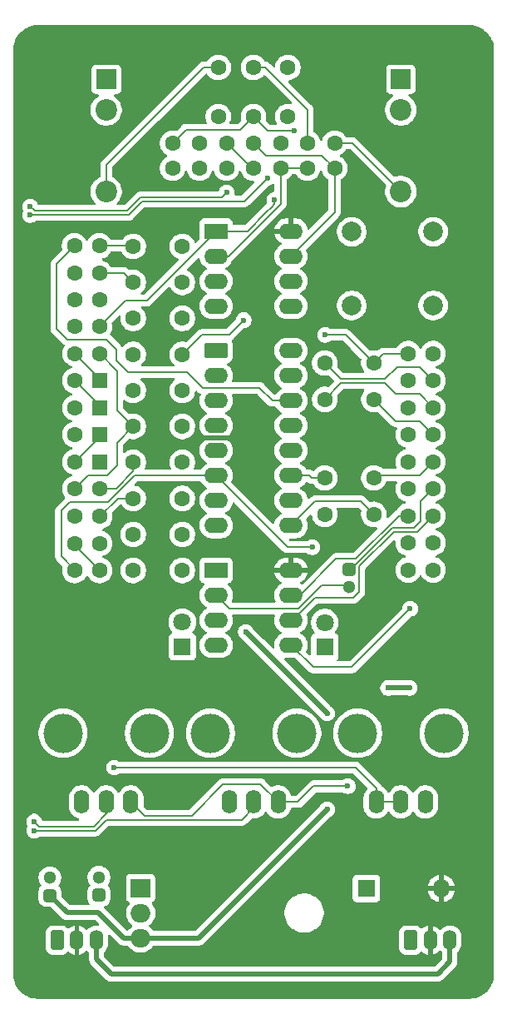
<source format=gbr>
%TF.GenerationSoftware,KiCad,Pcbnew,9.0.2*%
%TF.CreationDate,2025-06-29T10:57:22+10:00*%
%TF.ProjectId,Delay,44656c61-792e-46b6-9963-61645f706362,rev?*%
%TF.SameCoordinates,Original*%
%TF.FileFunction,Copper,L2,Bot*%
%TF.FilePolarity,Positive*%
%FSLAX46Y46*%
G04 Gerber Fmt 4.6, Leading zero omitted, Abs format (unit mm)*
G04 Created by KiCad (PCBNEW 9.0.2) date 2025-06-29 10:57:22*
%MOMM*%
%LPD*%
G01*
G04 APERTURE LIST*
G04 Aperture macros list*
%AMRoundRect*
0 Rectangle with rounded corners*
0 $1 Rounding radius*
0 $2 $3 $4 $5 $6 $7 $8 $9 X,Y pos of 4 corners*
0 Add a 4 corners polygon primitive as box body*
4,1,4,$2,$3,$4,$5,$6,$7,$8,$9,$2,$3,0*
0 Add four circle primitives for the rounded corners*
1,1,$1+$1,$2,$3*
1,1,$1+$1,$4,$5*
1,1,$1+$1,$6,$7*
1,1,$1+$1,$8,$9*
0 Add four rect primitives between the rounded corners*
20,1,$1+$1,$2,$3,$4,$5,0*
20,1,$1+$1,$4,$5,$6,$7,0*
20,1,$1+$1,$6,$7,$8,$9,0*
20,1,$1+$1,$8,$9,$2,$3,0*%
G04 Aperture macros list end*
%TA.AperFunction,ComponentPad*%
%ADD10C,1.600000*%
%TD*%
%TA.AperFunction,WasherPad*%
%ADD11C,4.000000*%
%TD*%
%TA.AperFunction,ComponentPad*%
%ADD12O,1.600000X2.400000*%
%TD*%
%TA.AperFunction,ComponentPad*%
%ADD13R,2.000000X2.000000*%
%TD*%
%TA.AperFunction,ComponentPad*%
%ADD14C,2.200000*%
%TD*%
%TA.AperFunction,ComponentPad*%
%ADD15RoundRect,0.250000X-0.550000X-0.550000X0.550000X-0.550000X0.550000X0.550000X-0.550000X0.550000X0*%
%TD*%
%TA.AperFunction,ComponentPad*%
%ADD16R,2.000000X1.905000*%
%TD*%
%TA.AperFunction,ComponentPad*%
%ADD17O,2.000000X1.905000*%
%TD*%
%TA.AperFunction,ComponentPad*%
%ADD18R,2.400000X1.600000*%
%TD*%
%TA.AperFunction,ComponentPad*%
%ADD19O,2.400000X1.600000*%
%TD*%
%TA.AperFunction,ComponentPad*%
%ADD20R,1.800000X1.800000*%
%TD*%
%TA.AperFunction,ComponentPad*%
%ADD21C,1.800000*%
%TD*%
%TA.AperFunction,ComponentPad*%
%ADD22RoundRect,0.291666X-0.408334X-0.708334X0.408334X-0.708334X0.408334X0.708334X-0.408334X0.708334X0*%
%TD*%
%TA.AperFunction,ComponentPad*%
%ADD23O,1.400000X2.000000*%
%TD*%
%TA.AperFunction,ComponentPad*%
%ADD24RoundRect,0.250000X-0.950000X-0.550000X0.950000X-0.550000X0.950000X0.550000X-0.950000X0.550000X0*%
%TD*%
%TA.AperFunction,ComponentPad*%
%ADD25C,2.000000*%
%TD*%
%TA.AperFunction,ComponentPad*%
%ADD26RoundRect,0.270833X-0.379167X0.379167X-0.379167X-0.379167X0.379167X-0.379167X0.379167X0.379167X0*%
%TD*%
%TA.AperFunction,ComponentPad*%
%ADD27C,1.300000*%
%TD*%
%TA.AperFunction,ComponentPad*%
%ADD28O,1.800000X1.800000*%
%TD*%
%TA.AperFunction,ComponentPad*%
%ADD29RoundRect,0.270833X0.379167X-0.379167X0.379167X0.379167X-0.379167X0.379167X-0.379167X-0.379167X0*%
%TD*%
%TA.AperFunction,ViaPad*%
%ADD30C,0.600000*%
%TD*%
%TA.AperFunction,Conductor*%
%ADD31C,0.200000*%
%TD*%
%TA.AperFunction,Conductor*%
%ADD32C,0.500000*%
%TD*%
G04 APERTURE END LIST*
D10*
%TO.P,R18,1*%
%TO.N,Net-(C21-Pad2)*%
X168290000Y-83900000D03*
%TO.P,R18,2*%
%TO.N,Net-(U3-LPF1-IN)*%
X165750000Y-83900000D03*
%TD*%
%TO.P,R3,1*%
%TO.N,DELAY*%
X147250000Y-65040000D03*
%TO.P,R3,2*%
%TO.N,Net-(U1B--)*%
X147250000Y-62500000D03*
%TD*%
%TO.P,C5,1*%
%TO.N,Net-(C5-Pad1)*%
X137750000Y-94966667D03*
%TO.P,C5,2*%
%TO.N,GND*%
X142750000Y-94966667D03*
%TD*%
D11*
%TO.P,RV1,*%
%TO.N,*%
X130600000Y-122500000D03*
X139400000Y-122500000D03*
D12*
%TO.P,RV1,1,1*%
%TO.N,Net-(R15-Pad2)*%
X137500001Y-129500000D03*
%TO.P,RV1,2,2*%
%TO.N,FEEDBACK*%
X135000000Y-129500000D03*
%TO.P,RV1,3,3*%
%TO.N,GND*%
X132499999Y-129500000D03*
%TD*%
D13*
%TO.P,J2,G*%
%TO.N,GND*%
X165000000Y-56020000D03*
D14*
%TO.P,J2,S*%
X165000000Y-59120000D03*
%TO.P,J2,T*%
%TO.N,Net-(J2-PadT)*%
X165000000Y-67420000D03*
%TD*%
D10*
%TO.P,R21,1*%
%TO.N,Net-(U3-LPF2-IN)*%
X168290000Y-92150000D03*
%TO.P,R21,2*%
%TO.N,Net-(C22-Pad2)*%
X165750000Y-92150000D03*
%TD*%
%TO.P,D2,1,K*%
%TO.N,GND*%
X131800000Y-89400000D03*
D15*
%TO.P,D2,2,A*%
%TO.N,Net-(D1-K)*%
X134340000Y-89400000D03*
%TD*%
D16*
%TO.P,U4,1,IN*%
%TO.N,Net-(D5-K)*%
X138500000Y-138260000D03*
D17*
%TO.P,U4,2,GND*%
%TO.N,GND*%
X138500000Y-140800000D03*
%TO.P,U4,3,OUT*%
%TO.N,+5V*%
X138500000Y-143340000D03*
%TD*%
D10*
%TO.P,C15,1*%
%TO.N,Net-(U3-CC1)*%
X142750000Y-102288889D03*
%TO.P,C15,2*%
%TO.N,GND*%
X137750000Y-102288889D03*
%TD*%
%TO.P,R8,1*%
%TO.N,Net-(D1-A)*%
X131750000Y-81150000D03*
%TO.P,R8,2*%
%TO.N,Net-(C2-Pad1)*%
X134290000Y-81150000D03*
%TD*%
%TO.P,R6,1*%
%TO.N,Net-(U1A--)*%
X155500000Y-65040000D03*
%TO.P,R6,2*%
%TO.N,Net-(C2-Pad1)*%
X155500000Y-62500000D03*
%TD*%
%TO.P,C19,1*%
%TO.N,Net-(U3-OP2-OUT)*%
X162250000Y-96550000D03*
%TO.P,C19,2*%
%TO.N,Net-(U3-OP2-IN)*%
X157250000Y-96550000D03*
%TD*%
%TO.P,C11,1*%
%TO.N,Net-(C10-Pad1)*%
X137750000Y-83983333D03*
%TO.P,C11,2*%
%TO.N,Net-(U2B-+)*%
X142750000Y-83983333D03*
%TD*%
%TO.P,C20,1*%
%TO.N,Net-(U3-OP1-IN)*%
X157250000Y-100250000D03*
%TO.P,C20,2*%
%TO.N,Net-(U3-OP1-OUT)*%
X162250000Y-100250000D03*
%TD*%
%TO.P,R10,1*%
%TO.N,Net-(C4-Pad1)*%
X131800000Y-97650000D03*
%TO.P,R10,2*%
%TO.N,Net-(C5-Pad1)*%
X134340000Y-97650000D03*
%TD*%
%TO.P,R24,1*%
%TO.N,Net-(R24-Pad1)*%
X131780500Y-103200000D03*
%TO.P,R24,2*%
%TO.N,GND*%
X134320500Y-103200000D03*
%TD*%
%TO.P,R14,1*%
%TO.N,Net-(C9-Pad1)*%
X131750000Y-78450000D03*
%TO.P,R14,2*%
%TO.N,Net-(C10-Pad1)*%
X134290000Y-78450000D03*
%TD*%
%TO.P,R19,1*%
%TO.N,Net-(U3-LPF1-OUT)*%
X168290000Y-86650000D03*
%TO.P,R19,2*%
%TO.N,Net-(C21-Pad2)*%
X165750000Y-86650000D03*
%TD*%
%TO.P,R4,1*%
%TO.N,Net-(U1B--)*%
X150000000Y-65040000D03*
%TO.P,R4,2*%
%TO.N,Net-(C3-Pad1)*%
X150000000Y-62500000D03*
%TD*%
%TO.P,R5,1*%
%TO.N,Net-(U1A--)*%
X152750000Y-65040000D03*
%TO.P,R5,2*%
%TO.N,FEEDBACK*%
X152750000Y-62500000D03*
%TD*%
D18*
%TO.P,U2,1*%
%TO.N,Net-(U2A--)*%
X146190000Y-105940000D03*
D19*
%TO.P,U2,2,-*%
X146190000Y-108480000D03*
%TO.P,U2,3,+*%
%TO.N,Net-(U2A-+)*%
X146190000Y-111020000D03*
%TO.P,U2,4,V-*%
%TO.N,VSS*%
X146190000Y-113560000D03*
%TO.P,U2,5,+*%
%TO.N,Net-(U2B-+)*%
X153810000Y-113560000D03*
%TO.P,U2,6,-*%
%TO.N,Net-(U2B--)*%
X153810000Y-111020000D03*
%TO.P,U2,7*%
%TO.N,Net-(R15-Pad2)*%
X153810000Y-108480000D03*
%TO.P,U2,8,V+*%
%TO.N,VDD*%
X153810000Y-105940000D03*
%TD*%
D20*
%TO.P,C14,1*%
%TO.N,Net-(U3-REF)*%
X142750000Y-113700000D03*
D21*
%TO.P,C14,2*%
%TO.N,GND*%
X142750000Y-111200000D03*
%TD*%
D10*
%TO.P,R15,1*%
%TO.N,Net-(U2B--)*%
X168290000Y-100400000D03*
%TO.P,R15,2*%
%TO.N,Net-(R15-Pad2)*%
X165750000Y-100400000D03*
%TD*%
D11*
%TO.P,RV2,*%
%TO.N,*%
X145600000Y-122500000D03*
X154400000Y-122500000D03*
D12*
%TO.P,RV2,1,1*%
%TO.N,Net-(R15-Pad2)*%
X152500001Y-129500000D03*
%TO.P,RV2,2,2*%
%TO.N,DELAY*%
X150000000Y-129500000D03*
%TO.P,RV2,3,3*%
%TO.N,GND*%
X147499999Y-129500000D03*
%TD*%
D22*
%TO.P,J3,1,Pin_1*%
%TO.N,GND*%
X130000000Y-143550000D03*
D23*
%TO.P,J3,2,Pin_2*%
%TO.N,VDD*%
X132000000Y-143550000D03*
%TO.P,J3,3,Pin_3*%
%TO.N,VSS*%
X134000000Y-143550000D03*
%TD*%
D10*
%TO.P,C6,1*%
%TO.N,Net-(U2A-+)*%
X137750000Y-98627778D03*
%TO.P,C6,2*%
%TO.N,GND*%
X142750000Y-98627778D03*
%TD*%
D24*
%TO.P,U3,1,VCC*%
%TO.N,+5V*%
X146190000Y-83610000D03*
D19*
%TO.P,U3,2,REF*%
%TO.N,Net-(U3-REF)*%
X146190000Y-86150000D03*
%TO.P,U3,3,AGND*%
%TO.N,GND*%
X146190000Y-88690000D03*
%TO.P,U3,4,DGND*%
X146190000Y-91230000D03*
%TO.P,U3,5,CLK_O*%
%TO.N,unconnected-(U3-CLK_O-Pad5)*%
X146190000Y-93770000D03*
%TO.P,U3,6,VCO*%
%TO.N,TIME*%
X146190000Y-96310000D03*
%TO.P,U3,7,CC1*%
%TO.N,Net-(U3-CC1)*%
X146190000Y-98850000D03*
%TO.P,U3,8,CC0*%
%TO.N,Net-(U3-CC0)*%
X146190000Y-101390000D03*
%TO.P,U3,9,OP1-OUT*%
%TO.N,Net-(U3-OP1-OUT)*%
X153810000Y-101390000D03*
%TO.P,U3,10,OP1-IN*%
%TO.N,Net-(U3-OP1-IN)*%
X153810000Y-98850000D03*
%TO.P,U3,11,OP2-IN*%
%TO.N,Net-(U3-OP2-IN)*%
X153810000Y-96310000D03*
%TO.P,U3,12,OP2-OUT*%
%TO.N,Net-(U3-OP2-OUT)*%
X153810000Y-93770000D03*
%TO.P,U3,13,LPF2-IN*%
%TO.N,Net-(U3-LPF2-IN)*%
X153810000Y-91230000D03*
%TO.P,U3,14,LPF2-OUT*%
%TO.N,D OUT*%
X153810000Y-88690000D03*
%TO.P,U3,15,LPF1-OUT*%
%TO.N,Net-(U3-LPF1-OUT)*%
X153810000Y-86150000D03*
%TO.P,U3,16,LPF1-IN*%
%TO.N,Net-(U3-LPF1-IN)*%
X153810000Y-83610000D03*
%TD*%
D10*
%TO.P,C1,1*%
%TO.N,Net-(C1-Pad1)*%
X146400000Y-59790000D03*
%TO.P,C1,2*%
%TO.N,Net-(C1-Pad2)*%
X146400000Y-54790000D03*
%TD*%
D25*
%TO.P,C21,1*%
%TO.N,GND*%
X168300000Y-71500000D03*
%TO.P,C21,2*%
%TO.N,Net-(C21-Pad2)*%
X168300000Y-79000000D03*
%TD*%
D22*
%TO.P,J4,1,Pin_1*%
%TO.N,GND*%
X166000000Y-143550000D03*
D23*
%TO.P,J4,2,Pin_2*%
%TO.N,VDD*%
X168000000Y-143550000D03*
%TO.P,J4,3,Pin_3*%
%TO.N,VSS*%
X170000000Y-143550000D03*
%TD*%
D10*
%TO.P,R12,1*%
%TO.N,D OUT*%
X131750000Y-72950000D03*
%TO.P,R12,2*%
%TO.N,Net-(C8-Pad1)*%
X134290000Y-72950000D03*
%TD*%
%TO.P,R1,1*%
%TO.N,Net-(C1-Pad1)*%
X141750000Y-65040000D03*
%TO.P,R1,2*%
%TO.N,Net-(U1A--)*%
X141750000Y-62500000D03*
%TD*%
%TO.P,C17,1*%
%TO.N,Net-(U3-LPF1-IN)*%
X162250000Y-84851000D03*
%TO.P,C17,2*%
%TO.N,Net-(U3-LPF1-OUT)*%
X157250000Y-84851000D03*
%TD*%
D18*
%TO.P,U1,1*%
%TO.N,Net-(C2-Pad1)*%
X146190000Y-71440000D03*
D19*
%TO.P,U1,2,-*%
%TO.N,Net-(U1A--)*%
X146190000Y-73980000D03*
%TO.P,U1,3,+*%
%TO.N,GND*%
X146190000Y-76520000D03*
%TO.P,U1,4,V-*%
%TO.N,VSS*%
X146190000Y-79060000D03*
%TO.P,U1,5,+*%
%TO.N,GND*%
X153810000Y-79060000D03*
%TO.P,U1,6,-*%
%TO.N,Net-(U1B--)*%
X153810000Y-76520000D03*
%TO.P,U1,7*%
%TO.N,Net-(C3-Pad1)*%
X153810000Y-73980000D03*
%TO.P,U1,8,V+*%
%TO.N,VDD*%
X153810000Y-71440000D03*
%TD*%
D10*
%TO.P,D3,1,K*%
%TO.N,Net-(D1-A)*%
X131800000Y-92150000D03*
D15*
%TO.P,D3,2,A*%
%TO.N,Net-(D3-A)*%
X134340000Y-92150000D03*
%TD*%
D10*
%TO.P,C4,1*%
%TO.N,Net-(C4-Pad1)*%
X137750000Y-91305556D03*
%TO.P,C4,2*%
%TO.N,GND*%
X142750000Y-91305556D03*
%TD*%
D20*
%TO.P,C13,1*%
%TO.N,+5V*%
X157250000Y-113750000D03*
D21*
%TO.P,C13,2*%
%TO.N,GND*%
X157250000Y-111250000D03*
%TD*%
D10*
%TO.P,C8,1*%
%TO.N,Net-(C8-Pad1)*%
X137750000Y-73000000D03*
%TO.P,C8,2*%
%TO.N,GND*%
X142750000Y-73000000D03*
%TD*%
%TO.P,C2,1*%
%TO.N,Net-(C2-Pad1)*%
X150000000Y-54790000D03*
%TO.P,C2,2*%
%TO.N,Net-(U1A--)*%
X150000000Y-59790000D03*
%TD*%
%TO.P,C10,1*%
%TO.N,Net-(C10-Pad1)*%
X137750000Y-80322222D03*
%TO.P,C10,2*%
%TO.N,GND*%
X142750000Y-80322222D03*
%TD*%
%TO.P,C18,1*%
%TO.N,D OUT*%
X157250000Y-88551000D03*
%TO.P,C18,2*%
%TO.N,Net-(U3-LPF2-IN)*%
X162250000Y-88551000D03*
%TD*%
%TO.P,D1,1,K*%
%TO.N,Net-(D1-K)*%
X131800000Y-86650000D03*
D15*
%TO.P,D1,2,A*%
%TO.N,Net-(D1-A)*%
X134340000Y-86650000D03*
%TD*%
D26*
%TO.P,C7,1*%
%TO.N,D IN*%
X159750000Y-105850000D03*
D27*
%TO.P,C7,2*%
%TO.N,Net-(U2A--)*%
X159750000Y-107650000D03*
%TD*%
D10*
%TO.P,R22,1*%
%TO.N,Net-(U3-OP2-OUT)*%
X168290000Y-94900000D03*
%TO.P,R22,2*%
%TO.N,Net-(C22-Pad2)*%
X165750000Y-94900000D03*
%TD*%
%TO.P,C3,1*%
%TO.N,Net-(C3-Pad1)*%
X153500000Y-54790000D03*
%TO.P,C3,2*%
%TO.N,Net-(U1B--)*%
X153500000Y-59790000D03*
%TD*%
%TO.P,R16,1*%
%TO.N,Net-(U2B--)*%
X168290000Y-103150000D03*
%TO.P,R16,2*%
%TO.N,GND*%
X165750000Y-103150000D03*
%TD*%
D20*
%TO.P,D5,1,K*%
%TO.N,Net-(D5-K)*%
X161500000Y-138300000D03*
D28*
%TO.P,D5,2,A*%
%TO.N,VDD*%
X169120000Y-138300000D03*
%TD*%
D10*
%TO.P,R25,1*%
%TO.N,TIME*%
X131780500Y-105950000D03*
%TO.P,R25,2*%
%TO.N,Net-(R24-Pad1)*%
X134320500Y-105950000D03*
%TD*%
D13*
%TO.P,J1,G*%
%TO.N,GND*%
X135000000Y-56020000D03*
D14*
%TO.P,J1,S*%
X135000000Y-59120000D03*
%TO.P,J1,T*%
%TO.N,Net-(C1-Pad2)*%
X135000000Y-67420000D03*
%TD*%
D10*
%TO.P,R17,1*%
%TO.N,Net-(U2B-+)*%
X168290000Y-105900000D03*
%TO.P,R17,2*%
%TO.N,GND*%
X165750000Y-105900000D03*
%TD*%
%TO.P,R23,1*%
%TO.N,D IN*%
X168290000Y-97650000D03*
%TO.P,R23,2*%
%TO.N,Net-(C21-Pad2)*%
X165750000Y-97650000D03*
%TD*%
D29*
%TO.P,C23,1*%
%TO.N,Net-(D5-K)*%
X134250000Y-138950000D03*
D27*
%TO.P,C23,2*%
%TO.N,GND*%
X134250000Y-137150000D03*
%TD*%
D11*
%TO.P,RV3,*%
%TO.N,*%
X160600000Y-122500000D03*
X169400000Y-122500000D03*
D12*
%TO.P,RV3,1,1*%
%TO.N,TIME*%
X167500001Y-129500000D03*
%TO.P,RV3,2,2*%
%TO.N,Net-(R24-Pad1)*%
X165000000Y-129500000D03*
%TO.P,RV3,3,3*%
X162499999Y-129500000D03*
%TD*%
D10*
%TO.P,R20,1*%
%TO.N,D OUT*%
X168290000Y-89400000D03*
%TO.P,R20,2*%
%TO.N,Net-(C22-Pad2)*%
X165750000Y-89400000D03*
%TD*%
%TO.P,R9,1*%
%TO.N,Net-(D1-A)*%
X131800000Y-83900000D03*
%TO.P,R9,2*%
%TO.N,Net-(C4-Pad1)*%
X134340000Y-83900000D03*
%TD*%
%TO.P,C12,1*%
%TO.N,+5V*%
X142750000Y-87644444D03*
%TO.P,C12,2*%
%TO.N,GND*%
X137750000Y-87644444D03*
%TD*%
%TO.P,D4,1,K*%
%TO.N,Net-(D3-A)*%
X131800000Y-94900000D03*
D15*
%TO.P,D4,2,A*%
%TO.N,GND*%
X134340000Y-94900000D03*
%TD*%
D10*
%TO.P,R13,1*%
%TO.N,Net-(C8-Pad1)*%
X131750000Y-75700000D03*
%TO.P,R13,2*%
%TO.N,Net-(C9-Pad1)*%
X134290000Y-75700000D03*
%TD*%
%TO.P,R2,1*%
%TO.N,Net-(U1B--)*%
X144500000Y-65040000D03*
%TO.P,R2,2*%
%TO.N,Net-(C1-Pad1)*%
X144500000Y-62500000D03*
%TD*%
%TO.P,R7,1*%
%TO.N,Net-(C3-Pad1)*%
X158250000Y-65040000D03*
%TO.P,R7,2*%
%TO.N,Net-(J2-PadT)*%
X158250000Y-62500000D03*
%TD*%
D29*
%TO.P,C24,1*%
%TO.N,+5V*%
X129250000Y-139000000D03*
D27*
%TO.P,C24,2*%
%TO.N,GND*%
X129250000Y-137200000D03*
%TD*%
D10*
%TO.P,C9,1*%
%TO.N,Net-(C9-Pad1)*%
X137750000Y-76661111D03*
%TO.P,C9,2*%
%TO.N,GND*%
X142750000Y-76661111D03*
%TD*%
%TO.P,C16,1*%
%TO.N,Net-(U3-CC0)*%
X142750000Y-105950000D03*
%TO.P,C16,2*%
%TO.N,GND*%
X137750000Y-105950000D03*
%TD*%
%TO.P,R11,1*%
%TO.N,Net-(C5-Pad1)*%
X131800000Y-100450000D03*
%TO.P,R11,2*%
%TO.N,Net-(U2A-+)*%
X134340000Y-100450000D03*
%TD*%
D25*
%TO.P,C22,1*%
%TO.N,GND*%
X160000000Y-71500000D03*
%TO.P,C22,2*%
%TO.N,Net-(C22-Pad2)*%
X160000000Y-79000000D03*
%TD*%
D30*
%TO.N,Net-(C2-Pad1)*%
X152150000Y-68250000D03*
%TO.N,Net-(U1A--)*%
X154100000Y-61240000D03*
%TO.N,GND*%
X163700000Y-117900000D03*
X165900000Y-117900000D03*
%TO.N,Net-(U2B-+)*%
X149000000Y-80500000D03*
X165950000Y-109850000D03*
%TO.N,+5V*%
X157500000Y-120500000D03*
X157500000Y-130250000D03*
X149200000Y-112200000D03*
%TO.N,Net-(U3-LPF1-IN)*%
X157300000Y-82000000D03*
%TO.N,VDD*%
X140300000Y-95350000D03*
X140300000Y-97250000D03*
%TO.N,Net-(R15-Pad2)*%
X159600000Y-127900000D03*
%TO.N,DELAY*%
X127250000Y-68950000D03*
X147250000Y-67500000D03*
X127650000Y-132400000D03*
%TO.N,FEEDBACK*%
X127250000Y-69801000D03*
X127650000Y-131500000D03*
X151400000Y-66050000D03*
%TO.N,TIME*%
X156000000Y-103600000D03*
%TO.N,Net-(R24-Pad1)*%
X135800000Y-126000000D03*
%TD*%
D31*
%TO.N,Net-(C1-Pad2)*%
X146400000Y-54790000D02*
X144910000Y-54790000D01*
X135000000Y-67420000D02*
X135000000Y-64750000D01*
X135000000Y-64700000D02*
X135000000Y-64750000D01*
X144910000Y-54790000D02*
X135000000Y-64700000D01*
%TO.N,Net-(C2-Pad1)*%
X146190000Y-71440000D02*
X139130000Y-78500000D01*
X150000000Y-54790000D02*
X151190000Y-54790000D01*
X149392900Y-71440000D02*
X146190000Y-71440000D01*
X151300000Y-69532900D02*
X149392900Y-71440000D01*
X136940000Y-78500000D02*
X137200000Y-78500000D01*
X152150000Y-68682900D02*
X152150000Y-68250000D01*
X151190000Y-54790000D02*
X155500000Y-59100000D01*
X151300000Y-69532900D02*
X151841450Y-68991450D01*
X139130000Y-78500000D02*
X137200000Y-78500000D01*
X155500000Y-59100000D02*
X155500000Y-62500000D01*
X134290000Y-81150000D02*
X136940000Y-78500000D01*
X151841450Y-68991450D02*
X152150000Y-68682900D01*
%TO.N,Net-(U1B--)*%
X147250000Y-62500000D02*
X149790000Y-65040000D01*
X149790000Y-65040000D02*
X150000000Y-65040000D01*
%TO.N,Net-(U1A--)*%
X143110000Y-61140000D02*
X148650000Y-61140000D01*
X147420000Y-73980000D02*
X152750000Y-68650000D01*
X150000000Y-59790000D02*
X151450000Y-61240000D01*
X151450000Y-61240000D02*
X154100000Y-61240000D01*
X152750000Y-68650000D02*
X152750000Y-65040000D01*
X152750000Y-65040000D02*
X155500000Y-65040000D01*
X148650000Y-61140000D02*
X150000000Y-59790000D01*
X146190000Y-73980000D02*
X147420000Y-73980000D01*
X141750000Y-62500000D02*
X143110000Y-61140000D01*
%TO.N,Net-(C3-Pad1)*%
X150000000Y-62500000D02*
X151240000Y-63740000D01*
X156950000Y-63740000D02*
X158250000Y-65040000D01*
X153810000Y-73980000D02*
X158250000Y-69540000D01*
X158250000Y-69540000D02*
X158250000Y-65040000D01*
X151240000Y-63740000D02*
X156950000Y-63740000D01*
%TO.N,Net-(C4-Pad1)*%
X136100000Y-89655556D02*
X137750000Y-91305556D01*
X134290000Y-83870000D02*
X136100000Y-85680000D01*
X136100000Y-85680000D02*
X136100000Y-89655556D01*
X136100000Y-95300000D02*
X136100000Y-92955556D01*
X131800000Y-97650000D02*
X133150000Y-96300000D01*
X135100000Y-96300000D02*
X136100000Y-95300000D01*
X136100000Y-92955556D02*
X137750000Y-91305556D01*
X133150000Y-96300000D02*
X135100000Y-96300000D01*
D32*
%TO.N,GND*%
X165900000Y-117900000D02*
X163700000Y-117900000D01*
D31*
%TO.N,Net-(C5-Pad1)*%
X134340000Y-97650000D02*
X135992900Y-97650000D01*
X135992900Y-97650000D02*
X137750000Y-95892900D01*
X137750000Y-95892900D02*
X137750000Y-94966667D01*
%TO.N,Net-(C8-Pad1)*%
X137500000Y-72920000D02*
X137750000Y-73170000D01*
X134290000Y-72920000D02*
X137500000Y-72920000D01*
%TO.N,Net-(U2A-+)*%
X134340000Y-100450000D02*
X136162222Y-98627778D01*
X136162222Y-98627778D02*
X137750000Y-98627778D01*
%TO.N,Net-(C9-Pad1)*%
X134290000Y-75700000D02*
X136788889Y-75700000D01*
X136788889Y-75700000D02*
X137750000Y-76661111D01*
%TO.N,Net-(C10-Pad1)*%
X137750000Y-79670000D02*
X137500000Y-79670000D01*
%TO.N,Net-(U2B-+)*%
X144733332Y-82000000D02*
X142750000Y-83983333D01*
X149000000Y-80500000D02*
X147500000Y-82000000D01*
X165950000Y-109850000D02*
X160000000Y-115800000D01*
X156050000Y-115800000D02*
X153810000Y-113560000D01*
X160000000Y-115800000D02*
X156050000Y-115800000D01*
X147500000Y-82000000D02*
X144733332Y-82000000D01*
D32*
%TO.N,+5V*%
X131000000Y-140750000D02*
X134200000Y-140750000D01*
X134350000Y-140900000D02*
X136790000Y-143340000D01*
X134200000Y-140750000D02*
X134350000Y-140900000D01*
X136790000Y-143340000D02*
X138500000Y-143340000D01*
X138500000Y-143340000D02*
X144410000Y-143340000D01*
X149200000Y-112200000D02*
X157500000Y-120500000D01*
X144410000Y-143340000D02*
X157500000Y-130250000D01*
X129250000Y-139000000D02*
X131000000Y-140750000D01*
D31*
%TO.N,Net-(U3-CC0)*%
X145610000Y-101390000D02*
X146190000Y-101390000D01*
%TO.N,Net-(U3-LPF1-OUT)*%
X158899000Y-86500000D02*
X163400000Y-86500000D01*
X166940000Y-85300000D02*
X168290000Y-86650000D01*
X157250000Y-84851000D02*
X158899000Y-86500000D01*
X164600000Y-85300000D02*
X166940000Y-85300000D01*
X163400000Y-86500000D02*
X164600000Y-85300000D01*
%TO.N,Net-(U3-LPF1-IN)*%
X159400000Y-82000000D02*
X160300000Y-82900000D01*
X163201000Y-83900000D02*
X162250000Y-84851000D01*
X160300000Y-82901000D02*
X160300000Y-82900000D01*
X165750000Y-84432900D02*
X165750000Y-83900000D01*
X165750000Y-83900000D02*
X163201000Y-83900000D01*
X162250000Y-84851000D02*
X160300000Y-82901000D01*
X157300000Y-82000000D02*
X159400000Y-82000000D01*
%TO.N,D OUT*%
X131750000Y-72950000D02*
X129900000Y-74800000D01*
X150620000Y-87400000D02*
X151910000Y-88690000D01*
X144800000Y-87400000D02*
X150620000Y-87400000D01*
X151910000Y-88690000D02*
X153810000Y-88690000D01*
X136000000Y-83470000D02*
X136000000Y-84600000D01*
X157250000Y-88551000D02*
X158900000Y-86901000D01*
X166890000Y-88000000D02*
X168290000Y-89400000D01*
X143200000Y-85800000D02*
X144800000Y-87400000D01*
X154190000Y-88690000D02*
X154250000Y-88750000D01*
X164500000Y-88000000D02*
X166890000Y-88000000D01*
X136000000Y-84600000D02*
X137200000Y-85800000D01*
X137200000Y-85800000D02*
X143200000Y-85800000D01*
X131000000Y-82470000D02*
X135000000Y-82470000D01*
X153810000Y-88690000D02*
X154190000Y-88690000D01*
X158900000Y-86901000D02*
X163401000Y-86901000D01*
X135000000Y-82470000D02*
X136000000Y-83470000D01*
X163401000Y-86901000D02*
X164500000Y-88000000D01*
X129900000Y-81370000D02*
X131000000Y-82470000D01*
X129900000Y-74800000D02*
X129900000Y-81370000D01*
%TO.N,Net-(U3-LPF2-IN)*%
X153810000Y-91230000D02*
X154630000Y-91230000D01*
X166890000Y-90750000D02*
X168290000Y-92150000D01*
X162250000Y-88551000D02*
X164449000Y-90750000D01*
X164449000Y-90750000D02*
X164500000Y-90750000D01*
X164500000Y-90750000D02*
X166890000Y-90750000D01*
%TO.N,Net-(U3-OP2-OUT)*%
X163000000Y-96250000D02*
X162250000Y-97000000D01*
X166940000Y-96250000D02*
X163000000Y-96250000D01*
X168290000Y-94900000D02*
X166940000Y-96250000D01*
%TO.N,Net-(U3-OP2-IN)*%
X153810000Y-96310000D02*
X155690000Y-96310000D01*
X155690000Y-96310000D02*
X155930000Y-96550000D01*
X155930000Y-96550000D02*
X157250000Y-96550000D01*
%TO.N,Net-(U3-OP1-OUT)*%
X153810000Y-101390000D02*
X156250000Y-98950000D01*
X156250000Y-98950000D02*
X160950000Y-98950000D01*
X160950000Y-98950000D02*
X162250000Y-100250000D01*
%TO.N,Net-(D5-K)*%
X161460000Y-138260000D02*
X161500000Y-138300000D01*
%TO.N,Net-(D1-K)*%
X134340000Y-89190000D02*
X134340000Y-89400000D01*
X131800000Y-86650000D02*
X134340000Y-89190000D01*
%TO.N,Net-(D1-A)*%
X134340000Y-86440000D02*
X134340000Y-86650000D01*
X131800000Y-83900000D02*
X134340000Y-86440000D01*
%TO.N,Net-(D3-A)*%
X134340000Y-92150000D02*
X134340000Y-92360000D01*
X134340000Y-92360000D02*
X131800000Y-94900000D01*
D32*
%TO.N,VDD*%
X144450000Y-92500000D02*
X147950000Y-92500000D01*
D31*
%TO.N,Net-(R15-Pad2)*%
X158408550Y-104791450D02*
X160391450Y-104791450D01*
X146899000Y-127700000D02*
X150700001Y-127700000D01*
X164782900Y-100400000D02*
X165750000Y-100400000D01*
X159600000Y-127900000D02*
X156100000Y-127900000D01*
X150700001Y-127700000D02*
X152500001Y-129500000D01*
X152500001Y-128750001D02*
X152500001Y-129500000D01*
X160391450Y-104791450D02*
X164782900Y-100400000D01*
X137500001Y-129500000D02*
X138899001Y-130899000D01*
X143700000Y-130899000D02*
X146899000Y-127700000D01*
X153810000Y-108480000D02*
X154720000Y-108480000D01*
X156100000Y-127900000D02*
X154500000Y-129500000D01*
X138899001Y-130899000D02*
X143700000Y-130899000D01*
X154720000Y-108480000D02*
X158408550Y-104791450D01*
X154500000Y-129500000D02*
X152500001Y-129500000D01*
%TO.N,Net-(J2-PadT)*%
X158250000Y-62500000D02*
X160080000Y-62500000D01*
X160080000Y-62500000D02*
X165000000Y-67420000D01*
D32*
%TO.N,VSS*%
X135500000Y-147000000D02*
X168750000Y-147000000D01*
X170000000Y-145750000D02*
X170000000Y-143550000D01*
X168750000Y-147000000D02*
X170000000Y-145750000D01*
X134000000Y-143550000D02*
X134000000Y-145500000D01*
X134000000Y-145500000D02*
X135500000Y-147000000D01*
D31*
%TO.N,DELAY*%
X133866100Y-132400000D02*
X127650000Y-132400000D01*
X146750000Y-68000000D02*
X138500000Y-68000000D01*
X134966100Y-131300000D02*
X133866100Y-132400000D01*
X150000000Y-130100000D02*
X148800000Y-131300000D01*
X150000000Y-129500000D02*
X150000000Y-130100000D01*
X147250000Y-67500000D02*
X146750000Y-68000000D01*
X127950000Y-69400000D02*
X127700000Y-69400000D01*
X138500000Y-68000000D02*
X137100000Y-69400000D01*
X127700000Y-69400000D02*
X127250000Y-68950000D01*
X147040000Y-65040000D02*
X147250000Y-65040000D01*
X148800000Y-131300000D02*
X134966100Y-131300000D01*
X137100000Y-69400000D02*
X127950000Y-69400000D01*
%TO.N,FEEDBACK*%
X149049000Y-68401000D02*
X151400000Y-66050000D01*
X137266100Y-69801000D02*
X138666100Y-68401000D01*
X133700000Y-131999000D02*
X135000000Y-130699000D01*
X135000000Y-130699000D02*
X135000000Y-129500000D01*
X128149000Y-131999000D02*
X133700000Y-131999000D01*
X127650000Y-131500000D02*
X128149000Y-131999000D01*
X127250000Y-69801000D02*
X137266100Y-69801000D01*
X138666100Y-68401000D02*
X149049000Y-68401000D01*
%TO.N,TIME*%
X135191000Y-99019000D02*
X137900000Y-96310000D01*
X131251000Y-99019000D02*
X130400000Y-99870000D01*
X146190000Y-96310000D02*
X137900000Y-96310000D01*
X153480000Y-103600000D02*
X146190000Y-96310000D01*
X130400000Y-99870000D02*
X130400000Y-104539500D01*
X130400000Y-104539500D02*
X131780500Y-105920000D01*
X156000000Y-103600000D02*
X153480000Y-103600000D01*
X134900000Y-99019000D02*
X135191000Y-99019000D01*
X134900000Y-99019000D02*
X131251000Y-99019000D01*
%TO.N,Net-(U2B--)*%
X156233550Y-108733550D02*
X160166450Y-108733550D01*
X166689000Y-102001000D02*
X168290000Y-100400000D01*
X153947100Y-111020000D02*
X156233550Y-108733550D01*
X160166450Y-108733550D02*
X160775000Y-108125000D01*
X160775000Y-105542100D02*
X164316100Y-102001000D01*
X154580000Y-111020000D02*
X153810000Y-111020000D01*
X153810000Y-111020000D02*
X153947100Y-111020000D01*
X160775000Y-108125000D02*
X160775000Y-105542100D01*
X164316100Y-102001000D02*
X166689000Y-102001000D01*
%TO.N,D IN*%
X164150000Y-101600000D02*
X166300000Y-101600000D01*
X167000000Y-98940000D02*
X168290000Y-97650000D01*
X166300000Y-101600000D02*
X167000000Y-100900000D01*
X159750000Y-106000000D02*
X164150000Y-101600000D01*
X167000000Y-100900000D02*
X167000000Y-98940000D01*
%TO.N,Net-(U2A--)*%
X154600000Y-109800000D02*
X147510000Y-109800000D01*
X147510000Y-109800000D02*
X146190000Y-108480000D01*
X156900000Y-107500000D02*
X154600000Y-109800000D01*
X159750000Y-107500000D02*
X156900000Y-107500000D01*
%TO.N,Net-(R24-Pad1)*%
X165000000Y-129500000D02*
X162499999Y-129500000D01*
X135800000Y-126000000D02*
X160400000Y-126000000D01*
X134320500Y-105920000D02*
X131780500Y-103380000D01*
X162499999Y-128099999D02*
X162499999Y-129500000D01*
X131780500Y-103380000D02*
X131780500Y-103170000D01*
X160400000Y-126000000D02*
X162499999Y-128099999D01*
%TD*%
%TA.AperFunction,Conductor*%
%TO.N,VDD*%
G36*
X150386942Y-88020185D02*
G01*
X150407584Y-88036819D01*
X151425139Y-89054374D01*
X151425149Y-89054385D01*
X151429479Y-89058715D01*
X151429480Y-89058716D01*
X151541284Y-89170520D01*
X151541286Y-89170521D01*
X151541290Y-89170524D01*
X151648828Y-89232610D01*
X151678216Y-89249577D01*
X151790019Y-89279534D01*
X151830942Y-89290500D01*
X151830943Y-89290500D01*
X152180398Y-89290500D01*
X152247437Y-89310185D01*
X152290883Y-89358205D01*
X152297715Y-89371614D01*
X152418028Y-89537213D01*
X152562786Y-89681971D01*
X152713331Y-89791346D01*
X152728390Y-89802287D01*
X152812370Y-89845077D01*
X152821080Y-89849515D01*
X152871876Y-89897490D01*
X152888671Y-89965311D01*
X152866134Y-90031446D01*
X152821080Y-90070485D01*
X152728386Y-90117715D01*
X152562786Y-90238028D01*
X152418028Y-90382786D01*
X152297715Y-90548386D01*
X152204781Y-90730776D01*
X152141522Y-90925465D01*
X152109500Y-91127648D01*
X152109500Y-91332351D01*
X152141522Y-91534534D01*
X152204781Y-91729223D01*
X152297715Y-91911613D01*
X152418028Y-92077213D01*
X152562786Y-92221971D01*
X152717749Y-92334556D01*
X152728390Y-92342287D01*
X152807589Y-92382641D01*
X152821080Y-92389515D01*
X152871876Y-92437490D01*
X152888671Y-92505311D01*
X152866134Y-92571446D01*
X152821080Y-92610485D01*
X152728386Y-92657715D01*
X152562786Y-92778028D01*
X152418028Y-92922786D01*
X152297715Y-93088386D01*
X152204781Y-93270776D01*
X152141522Y-93465465D01*
X152109500Y-93667648D01*
X152109500Y-93872351D01*
X152141522Y-94074534D01*
X152204781Y-94269223D01*
X152297715Y-94451613D01*
X152418028Y-94617213D01*
X152562786Y-94761971D01*
X152703653Y-94864315D01*
X152728390Y-94882287D01*
X152819840Y-94928883D01*
X152821080Y-94929515D01*
X152871876Y-94977490D01*
X152888671Y-95045311D01*
X152866134Y-95111446D01*
X152821080Y-95150485D01*
X152728386Y-95197715D01*
X152562786Y-95318028D01*
X152418028Y-95462786D01*
X152297715Y-95628386D01*
X152204781Y-95810776D01*
X152141522Y-96005465D01*
X152109500Y-96207648D01*
X152109500Y-96412351D01*
X152141522Y-96614534D01*
X152204781Y-96809223D01*
X152262749Y-96922989D01*
X152285881Y-96968389D01*
X152297715Y-96991613D01*
X152418028Y-97157213D01*
X152562786Y-97301971D01*
X152717749Y-97414556D01*
X152728390Y-97422287D01*
X152819840Y-97468883D01*
X152821080Y-97469515D01*
X152871876Y-97517490D01*
X152888671Y-97585311D01*
X152866134Y-97651446D01*
X152821080Y-97690485D01*
X152728386Y-97737715D01*
X152562786Y-97858028D01*
X152418028Y-98002786D01*
X152297715Y-98168386D01*
X152204781Y-98350776D01*
X152141522Y-98545465D01*
X152112275Y-98730129D01*
X152109500Y-98747648D01*
X152109500Y-98952352D01*
X152112341Y-98970288D01*
X152141522Y-99154534D01*
X152204781Y-99349223D01*
X152297715Y-99531613D01*
X152418028Y-99697213D01*
X152562786Y-99841971D01*
X152669472Y-99919481D01*
X152728390Y-99962287D01*
X152812525Y-100005156D01*
X152821080Y-100009515D01*
X152871876Y-100057490D01*
X152888671Y-100125311D01*
X152866134Y-100191446D01*
X152821080Y-100230485D01*
X152728386Y-100277715D01*
X152562786Y-100398028D01*
X152418028Y-100542786D01*
X152297715Y-100708386D01*
X152204781Y-100890776D01*
X152141523Y-101085464D01*
X152134907Y-101127236D01*
X152104977Y-101190370D01*
X152045666Y-101227301D01*
X151975803Y-101226303D01*
X151924753Y-101195518D01*
X147772255Y-97043020D01*
X147738770Y-96981697D01*
X147743754Y-96912005D01*
X147749452Y-96899043D01*
X147773775Y-96851308D01*
X147795220Y-96809219D01*
X147858477Y-96614534D01*
X147890500Y-96412352D01*
X147890500Y-96207648D01*
X147874277Y-96105220D01*
X147858477Y-96005465D01*
X147801928Y-95831426D01*
X147795220Y-95810781D01*
X147795218Y-95810778D01*
X147795218Y-95810776D01*
X147750035Y-95722100D01*
X147702287Y-95628390D01*
X147651171Y-95558034D01*
X147581971Y-95462786D01*
X147437213Y-95318028D01*
X147271614Y-95197715D01*
X147265006Y-95194348D01*
X147178917Y-95150483D01*
X147128123Y-95102511D01*
X147111328Y-95034690D01*
X147133865Y-94968555D01*
X147178917Y-94929516D01*
X147271610Y-94882287D01*
X147388107Y-94797648D01*
X147437213Y-94761971D01*
X147437215Y-94761968D01*
X147437219Y-94761966D01*
X147581966Y-94617219D01*
X147581968Y-94617215D01*
X147581971Y-94617213D01*
X147634732Y-94544590D01*
X147702287Y-94451610D01*
X147795220Y-94269219D01*
X147858477Y-94074534D01*
X147890500Y-93872352D01*
X147890500Y-93667648D01*
X147884725Y-93631188D01*
X147858477Y-93465465D01*
X147795218Y-93270776D01*
X147753353Y-93188613D01*
X147702287Y-93088390D01*
X147694556Y-93077749D01*
X147581971Y-92922786D01*
X147437213Y-92778028D01*
X147271614Y-92657715D01*
X147254947Y-92649223D01*
X147178917Y-92610483D01*
X147128123Y-92562511D01*
X147111328Y-92494690D01*
X147133865Y-92428555D01*
X147178917Y-92389516D01*
X147271610Y-92342287D01*
X147292770Y-92326913D01*
X147437213Y-92221971D01*
X147437215Y-92221968D01*
X147437219Y-92221966D01*
X147581966Y-92077219D01*
X147581968Y-92077215D01*
X147581971Y-92077213D01*
X147634732Y-92004590D01*
X147702287Y-91911610D01*
X147795220Y-91729219D01*
X147858477Y-91534534D01*
X147890500Y-91332352D01*
X147890500Y-91127648D01*
X147876256Y-91037715D01*
X147858477Y-90925465D01*
X147813947Y-90788417D01*
X147795220Y-90730781D01*
X147795218Y-90730778D01*
X147795218Y-90730776D01*
X147746321Y-90634812D01*
X147702287Y-90548390D01*
X147676055Y-90512284D01*
X147581971Y-90382786D01*
X147437213Y-90238028D01*
X147271614Y-90117715D01*
X147246467Y-90104902D01*
X147178917Y-90070483D01*
X147128123Y-90022511D01*
X147111328Y-89954690D01*
X147133865Y-89888555D01*
X147178917Y-89849516D01*
X147271610Y-89802287D01*
X147292770Y-89786913D01*
X147437213Y-89681971D01*
X147437215Y-89681968D01*
X147437219Y-89681966D01*
X147581966Y-89537219D01*
X147581968Y-89537215D01*
X147581971Y-89537213D01*
X147650318Y-89443140D01*
X147702287Y-89371610D01*
X147795220Y-89189219D01*
X147858477Y-88994534D01*
X147890500Y-88792352D01*
X147890500Y-88587648D01*
X147862135Y-88408561D01*
X147858477Y-88385465D01*
X147808663Y-88232154D01*
X147795220Y-88190781D01*
X147795218Y-88190778D01*
X147795218Y-88190776D01*
X147790132Y-88180795D01*
X147777236Y-88112126D01*
X147803512Y-88047385D01*
X147860619Y-88007128D01*
X147900617Y-88000500D01*
X150319903Y-88000500D01*
X150386942Y-88020185D01*
G37*
%TD.AperFunction*%
%TA.AperFunction,Conductor*%
G36*
X141935005Y-86420185D02*
G01*
X141980760Y-86472989D01*
X141990704Y-86542147D01*
X141961679Y-86605703D01*
X141940851Y-86624819D01*
X141902780Y-86652478D01*
X141758028Y-86797230D01*
X141637715Y-86962830D01*
X141544781Y-87145220D01*
X141481522Y-87339909D01*
X141449500Y-87542092D01*
X141449500Y-87746795D01*
X141481522Y-87948978D01*
X141544781Y-88143667D01*
X141637715Y-88326057D01*
X141758028Y-88491657D01*
X141902786Y-88636415D01*
X142048318Y-88742148D01*
X142068390Y-88756731D01*
X142184607Y-88815947D01*
X142250776Y-88849662D01*
X142250778Y-88849662D01*
X142250781Y-88849664D01*
X142355137Y-88883571D01*
X142445465Y-88912921D01*
X142496701Y-88921036D01*
X142647648Y-88944944D01*
X142647649Y-88944944D01*
X142852351Y-88944944D01*
X142852352Y-88944944D01*
X143054534Y-88912921D01*
X143249219Y-88849664D01*
X143431610Y-88756731D01*
X143546871Y-88672990D01*
X143597213Y-88636415D01*
X143597215Y-88636412D01*
X143597219Y-88636410D01*
X143741966Y-88491663D01*
X143741968Y-88491659D01*
X143741971Y-88491657D01*
X143802343Y-88408561D01*
X143862287Y-88326054D01*
X143955220Y-88143663D01*
X144018477Y-87948978D01*
X144046210Y-87773880D01*
X144076138Y-87710748D01*
X144135449Y-87673816D01*
X144205312Y-87674814D01*
X144256363Y-87705599D01*
X144431284Y-87880520D01*
X144568216Y-87959577D01*
X144568218Y-87959577D01*
X144570133Y-87960683D01*
X144618349Y-88011250D01*
X144631573Y-88079857D01*
X144618619Y-88124365D01*
X144584782Y-88190773D01*
X144521522Y-88385465D01*
X144489500Y-88587648D01*
X144489500Y-88792351D01*
X144521522Y-88994534D01*
X144584781Y-89189223D01*
X144677715Y-89371613D01*
X144798028Y-89537213D01*
X144942786Y-89681971D01*
X145093331Y-89791346D01*
X145108390Y-89802287D01*
X145192370Y-89845077D01*
X145201080Y-89849515D01*
X145251876Y-89897490D01*
X145268671Y-89965311D01*
X145246134Y-90031446D01*
X145201080Y-90070485D01*
X145108386Y-90117715D01*
X144942786Y-90238028D01*
X144798028Y-90382786D01*
X144677715Y-90548386D01*
X144584781Y-90730776D01*
X144521522Y-90925465D01*
X144489500Y-91127648D01*
X144489500Y-91332351D01*
X144521522Y-91534534D01*
X144584781Y-91729223D01*
X144677715Y-91911613D01*
X144798028Y-92077213D01*
X144942786Y-92221971D01*
X145097749Y-92334556D01*
X145108390Y-92342287D01*
X145187589Y-92382641D01*
X145201080Y-92389515D01*
X145251876Y-92437490D01*
X145268671Y-92505311D01*
X145246134Y-92571446D01*
X145201080Y-92610485D01*
X145108386Y-92657715D01*
X144942786Y-92778028D01*
X144798028Y-92922786D01*
X144677715Y-93088386D01*
X144584781Y-93270776D01*
X144521522Y-93465465D01*
X144489500Y-93667648D01*
X144489500Y-93872351D01*
X144521522Y-94074534D01*
X144584781Y-94269223D01*
X144677715Y-94451613D01*
X144798028Y-94617213D01*
X144942786Y-94761971D01*
X145083653Y-94864315D01*
X145108390Y-94882287D01*
X145199840Y-94928883D01*
X145201080Y-94929515D01*
X145251876Y-94977490D01*
X145268671Y-95045311D01*
X145246134Y-95111446D01*
X145201080Y-95150485D01*
X145108386Y-95197715D01*
X144942786Y-95318028D01*
X144798028Y-95462786D01*
X144677715Y-95628385D01*
X144670883Y-95641795D01*
X144622909Y-95692591D01*
X144560398Y-95709500D01*
X144033442Y-95709500D01*
X143966403Y-95689815D01*
X143920648Y-95637011D01*
X143910704Y-95567853D01*
X143922958Y-95529205D01*
X143955216Y-95465895D01*
X143955217Y-95465891D01*
X143955220Y-95465886D01*
X144018477Y-95271201D01*
X144050500Y-95069019D01*
X144050500Y-94864315D01*
X144018477Y-94662133D01*
X143955220Y-94467448D01*
X143955218Y-94467445D01*
X143955218Y-94467443D01*
X143901428Y-94361876D01*
X143862287Y-94285057D01*
X143813851Y-94218390D01*
X143741971Y-94119453D01*
X143597213Y-93974695D01*
X143431613Y-93854382D01*
X143431612Y-93854381D01*
X143431610Y-93854380D01*
X143374653Y-93825358D01*
X143249223Y-93761448D01*
X143054534Y-93698189D01*
X142879995Y-93670545D01*
X142852352Y-93666167D01*
X142647648Y-93666167D01*
X142623329Y-93670018D01*
X142445465Y-93698189D01*
X142250776Y-93761448D01*
X142068386Y-93854382D01*
X141902786Y-93974695D01*
X141758028Y-94119453D01*
X141637715Y-94285053D01*
X141544781Y-94467443D01*
X141481522Y-94662132D01*
X141449500Y-94864315D01*
X141449500Y-95069018D01*
X141481522Y-95271201D01*
X141544783Y-95465895D01*
X141577042Y-95529205D01*
X141589939Y-95597874D01*
X141563663Y-95662614D01*
X141506557Y-95702872D01*
X141466558Y-95709500D01*
X139033442Y-95709500D01*
X138966403Y-95689815D01*
X138920648Y-95637011D01*
X138910704Y-95567853D01*
X138922958Y-95529205D01*
X138955216Y-95465895D01*
X138955217Y-95465891D01*
X138955220Y-95465886D01*
X139018477Y-95271201D01*
X139050500Y-95069019D01*
X139050500Y-94864315D01*
X139018477Y-94662133D01*
X138955220Y-94467448D01*
X138955218Y-94467445D01*
X138955218Y-94467443D01*
X138901428Y-94361876D01*
X138862287Y-94285057D01*
X138813851Y-94218390D01*
X138741971Y-94119453D01*
X138597213Y-93974695D01*
X138431613Y-93854382D01*
X138431612Y-93854381D01*
X138431610Y-93854380D01*
X138374653Y-93825358D01*
X138249223Y-93761448D01*
X138054534Y-93698189D01*
X137879995Y-93670545D01*
X137852352Y-93666167D01*
X137647648Y-93666167D01*
X137623329Y-93670018D01*
X137445465Y-93698189D01*
X137250776Y-93761448D01*
X137068386Y-93854382D01*
X136898839Y-93977564D01*
X136897735Y-93976045D01*
X136841278Y-94001348D01*
X136772192Y-93990915D01*
X136719713Y-93944788D01*
X136700500Y-93878488D01*
X136700500Y-93255652D01*
X136720185Y-93188613D01*
X136736815Y-93167975D01*
X137305158Y-92599631D01*
X137366479Y-92566148D01*
X137431151Y-92569381D01*
X137445466Y-92574033D01*
X137647648Y-92606056D01*
X137647649Y-92606056D01*
X137852351Y-92606056D01*
X137852352Y-92606056D01*
X138054534Y-92574033D01*
X138249219Y-92510776D01*
X138431610Y-92417843D01*
X138537693Y-92340770D01*
X138597213Y-92297527D01*
X138597215Y-92297524D01*
X138597219Y-92297522D01*
X138741966Y-92152775D01*
X138741968Y-92152771D01*
X138741971Y-92152769D01*
X138796865Y-92077213D01*
X138862287Y-91987166D01*
X138955220Y-91804775D01*
X139018477Y-91610090D01*
X139050500Y-91407908D01*
X139050500Y-91203204D01*
X141449500Y-91203204D01*
X141449500Y-91407907D01*
X141481522Y-91610090D01*
X141544781Y-91804779D01*
X141637715Y-91987169D01*
X141758028Y-92152769D01*
X141902786Y-92297527D01*
X142057749Y-92410112D01*
X142068390Y-92417843D01*
X142180637Y-92475036D01*
X142250776Y-92510774D01*
X142250778Y-92510774D01*
X142250781Y-92510776D01*
X142352151Y-92543713D01*
X142445465Y-92574033D01*
X142546557Y-92590044D01*
X142647648Y-92606056D01*
X142647649Y-92606056D01*
X142852351Y-92606056D01*
X142852352Y-92606056D01*
X143054534Y-92574033D01*
X143249219Y-92510776D01*
X143431610Y-92417843D01*
X143537693Y-92340770D01*
X143597213Y-92297527D01*
X143597215Y-92297524D01*
X143597219Y-92297522D01*
X143741966Y-92152775D01*
X143741968Y-92152771D01*
X143741971Y-92152769D01*
X143796865Y-92077213D01*
X143862287Y-91987166D01*
X143955220Y-91804775D01*
X144018477Y-91610090D01*
X144050500Y-91407908D01*
X144050500Y-91203204D01*
X144024289Y-91037715D01*
X144018477Y-91001021D01*
X143979649Y-90881523D01*
X143955220Y-90806337D01*
X143955218Y-90806334D01*
X143955218Y-90806332D01*
X143911376Y-90720288D01*
X143862287Y-90623946D01*
X143803268Y-90542712D01*
X143741971Y-90458342D01*
X143597213Y-90313584D01*
X143431613Y-90193271D01*
X143431612Y-90193270D01*
X143431610Y-90193269D01*
X143374653Y-90164247D01*
X143249223Y-90100337D01*
X143054534Y-90037078D01*
X142879995Y-90009434D01*
X142852352Y-90005056D01*
X142647648Y-90005056D01*
X142623329Y-90008907D01*
X142445465Y-90037078D01*
X142250776Y-90100337D01*
X142068386Y-90193271D01*
X141902786Y-90313584D01*
X141758028Y-90458342D01*
X141637715Y-90623942D01*
X141544781Y-90806332D01*
X141481522Y-91001021D01*
X141449500Y-91203204D01*
X139050500Y-91203204D01*
X139024289Y-91037715D01*
X139018477Y-91001021D01*
X138979649Y-90881523D01*
X138955220Y-90806337D01*
X138955218Y-90806334D01*
X138955218Y-90806332D01*
X138911376Y-90720288D01*
X138862287Y-90623946D01*
X138803268Y-90542712D01*
X138741971Y-90458342D01*
X138597213Y-90313584D01*
X138431613Y-90193271D01*
X138431612Y-90193270D01*
X138431610Y-90193269D01*
X138374653Y-90164247D01*
X138249223Y-90100337D01*
X138054534Y-90037078D01*
X137879995Y-90009434D01*
X137852352Y-90005056D01*
X137647648Y-90005056D01*
X137609599Y-90011082D01*
X137445468Y-90037078D01*
X137436717Y-90039921D01*
X137431154Y-90041729D01*
X137361313Y-90043723D01*
X137305157Y-90011478D01*
X136736819Y-89443140D01*
X136703334Y-89381817D01*
X136700500Y-89355459D01*
X136700500Y-88732622D01*
X136720185Y-88665583D01*
X136772989Y-88619828D01*
X136842147Y-88609884D01*
X136897745Y-88635051D01*
X136898839Y-88633547D01*
X137048318Y-88742148D01*
X137068390Y-88756731D01*
X137184607Y-88815947D01*
X137250776Y-88849662D01*
X137250778Y-88849662D01*
X137250781Y-88849664D01*
X137355137Y-88883571D01*
X137445465Y-88912921D01*
X137496701Y-88921036D01*
X137647648Y-88944944D01*
X137647649Y-88944944D01*
X137852351Y-88944944D01*
X137852352Y-88944944D01*
X138054534Y-88912921D01*
X138249219Y-88849664D01*
X138431610Y-88756731D01*
X138546871Y-88672990D01*
X138597213Y-88636415D01*
X138597215Y-88636412D01*
X138597219Y-88636410D01*
X138741966Y-88491663D01*
X138741968Y-88491659D01*
X138741971Y-88491657D01*
X138802343Y-88408561D01*
X138862287Y-88326054D01*
X138955220Y-88143663D01*
X139018477Y-87948978D01*
X139050500Y-87746796D01*
X139050500Y-87542092D01*
X139034397Y-87440423D01*
X139018477Y-87339909D01*
X138956519Y-87149223D01*
X138955220Y-87145225D01*
X138955218Y-87145222D01*
X138955218Y-87145220D01*
X138897164Y-87031284D01*
X138862287Y-86962834D01*
X138849270Y-86944918D01*
X138741971Y-86797230D01*
X138597219Y-86652478D01*
X138559149Y-86624819D01*
X138516483Y-86569489D01*
X138510504Y-86499876D01*
X138543109Y-86438080D01*
X138603947Y-86403723D01*
X138632034Y-86400500D01*
X141867966Y-86400500D01*
X141935005Y-86420185D01*
G37*
%TD.AperFunction*%
%TA.AperFunction,Conductor*%
G36*
X172003736Y-50500726D02*
G01*
X172293796Y-50518271D01*
X172308659Y-50520076D01*
X172590798Y-50571780D01*
X172605335Y-50575363D01*
X172879172Y-50660695D01*
X172893163Y-50666000D01*
X173154743Y-50783727D01*
X173167989Y-50790680D01*
X173413465Y-50939075D01*
X173425776Y-50947573D01*
X173651573Y-51124473D01*
X173662781Y-51134403D01*
X173865596Y-51337218D01*
X173875526Y-51348426D01*
X173995481Y-51501538D01*
X174052422Y-51574217D01*
X174060928Y-51586540D01*
X174209316Y-51832004D01*
X174216275Y-51845263D01*
X174333997Y-52106831D01*
X174339306Y-52120832D01*
X174424635Y-52394663D01*
X174428219Y-52409201D01*
X174479923Y-52691340D01*
X174481728Y-52706205D01*
X174499274Y-52996263D01*
X174499500Y-53003750D01*
X174499500Y-146996249D01*
X174499274Y-147003736D01*
X174481728Y-147293794D01*
X174479923Y-147308659D01*
X174428219Y-147590798D01*
X174424635Y-147605336D01*
X174339306Y-147879167D01*
X174333997Y-147893168D01*
X174216275Y-148154736D01*
X174209316Y-148167995D01*
X174060928Y-148413459D01*
X174052422Y-148425782D01*
X173875526Y-148651573D01*
X173865596Y-148662781D01*
X173662781Y-148865596D01*
X173651573Y-148875526D01*
X173425782Y-149052422D01*
X173413459Y-149060928D01*
X173167995Y-149209316D01*
X173154736Y-149216275D01*
X172893168Y-149333997D01*
X172879167Y-149339306D01*
X172605336Y-149424635D01*
X172590798Y-149428219D01*
X172308659Y-149479923D01*
X172293794Y-149481728D01*
X172014454Y-149498624D01*
X172003735Y-149499273D01*
X171996250Y-149499499D01*
X128003734Y-149499499D01*
X127996247Y-149499273D01*
X127706205Y-149481728D01*
X127691340Y-149479923D01*
X127409201Y-149428219D01*
X127394663Y-149424635D01*
X127120832Y-149339306D01*
X127106831Y-149333997D01*
X126845263Y-149216275D01*
X126832004Y-149209316D01*
X126586540Y-149060928D01*
X126574217Y-149052422D01*
X126348426Y-148875526D01*
X126337218Y-148865596D01*
X126134403Y-148662781D01*
X126124473Y-148651573D01*
X125947573Y-148425776D01*
X125939075Y-148413465D01*
X125790680Y-148167989D01*
X125783727Y-148154743D01*
X125666000Y-147893163D01*
X125660693Y-147879167D01*
X125575364Y-147605336D01*
X125571780Y-147590798D01*
X125520076Y-147308659D01*
X125518271Y-147293794D01*
X125500726Y-147003736D01*
X125500500Y-146996249D01*
X125500500Y-137109448D01*
X128099500Y-137109448D01*
X128099500Y-137290551D01*
X128127829Y-137469410D01*
X128183787Y-137641636D01*
X128183788Y-137641639D01*
X128239664Y-137751300D01*
X128245416Y-137762589D01*
X128266006Y-137802997D01*
X128343393Y-137909512D01*
X128366873Y-137975318D01*
X128351047Y-138043372D01*
X128330757Y-138070078D01*
X128263963Y-138136872D01*
X128171487Y-138284045D01*
X128171486Y-138284049D01*
X128114081Y-138448101D01*
X128114078Y-138448114D01*
X128099500Y-138577505D01*
X128099500Y-139422494D01*
X128114078Y-139551885D01*
X128114081Y-139551898D01*
X128171486Y-139715950D01*
X128171487Y-139715954D01*
X128230284Y-139809528D01*
X128263964Y-139863129D01*
X128386871Y-139986036D01*
X128408299Y-139999500D01*
X128534045Y-140078512D01*
X128534049Y-140078513D01*
X128698101Y-140135918D01*
X128698107Y-140135919D01*
X128698109Y-140135920D01*
X128698110Y-140135920D01*
X128698114Y-140135921D01*
X128785309Y-140145744D01*
X128827506Y-140150499D01*
X128827509Y-140150500D01*
X128827512Y-140150500D01*
X129287770Y-140150500D01*
X129354809Y-140170185D01*
X129375451Y-140186819D01*
X130521586Y-141332954D01*
X130541166Y-141346036D01*
X130558710Y-141357758D01*
X130644505Y-141415084D01*
X130701080Y-141438518D01*
X130781088Y-141471659D01*
X130897241Y-141494763D01*
X130916468Y-141498587D01*
X130926081Y-141500500D01*
X130926082Y-141500500D01*
X130926083Y-141500500D01*
X131073918Y-141500500D01*
X133837770Y-141500500D01*
X133904809Y-141520185D01*
X133925451Y-141536819D01*
X134232948Y-141844316D01*
X134266433Y-141905639D01*
X134261449Y-141975331D01*
X134219577Y-142031264D01*
X134154113Y-142055681D01*
X134125871Y-142054471D01*
X134094483Y-142049500D01*
X134094481Y-142049500D01*
X133905519Y-142049500D01*
X133905514Y-142049500D01*
X133718881Y-142079059D01*
X133539163Y-142137454D01*
X133370800Y-142223240D01*
X133283579Y-142286610D01*
X133217927Y-142334310D01*
X133217925Y-142334312D01*
X133217924Y-142334312D01*
X133087328Y-142464909D01*
X133026005Y-142498394D01*
X132956313Y-142493410D01*
X132911966Y-142464909D01*
X132781746Y-142334689D01*
X132781741Y-142334685D01*
X132628940Y-142223670D01*
X132460635Y-142137913D01*
X132281004Y-142079549D01*
X132280995Y-142079547D01*
X132250000Y-142074637D01*
X132250000Y-143269670D01*
X132230255Y-143249925D01*
X132144745Y-143200556D01*
X132049370Y-143175000D01*
X131950630Y-143175000D01*
X131855255Y-143200556D01*
X131769745Y-143249925D01*
X131750000Y-143269670D01*
X131750000Y-142074637D01*
X131749999Y-142074637D01*
X131719004Y-142079547D01*
X131718995Y-142079549D01*
X131539364Y-142137913D01*
X131371059Y-142223670D01*
X131218255Y-142334687D01*
X131218247Y-142334694D01*
X131207628Y-142345313D01*
X131146304Y-142378796D01*
X131076612Y-142373809D01*
X131032269Y-142345310D01*
X130905365Y-142218406D01*
X130754218Y-142123433D01*
X130585720Y-142064473D01*
X130452821Y-142049500D01*
X129547181Y-142049500D01*
X129547177Y-142049501D01*
X129414279Y-142064474D01*
X129245781Y-142123433D01*
X129094634Y-142218406D01*
X128968406Y-142344634D01*
X128873433Y-142495781D01*
X128814473Y-142664279D01*
X128799500Y-142797176D01*
X128799500Y-144302818D01*
X128799501Y-144302822D01*
X128814474Y-144435720D01*
X128873433Y-144604218D01*
X128968406Y-144755365D01*
X128968407Y-144755366D01*
X129094634Y-144881593D01*
X129245783Y-144976567D01*
X129330030Y-145006046D01*
X129414279Y-145035526D01*
X129499271Y-145045101D01*
X129547183Y-145050500D01*
X130452816Y-145050499D01*
X130452818Y-145050499D01*
X130452819Y-145050498D01*
X130585723Y-145035525D01*
X130754217Y-144976567D01*
X130905366Y-144881593D01*
X131031593Y-144755366D01*
X131031593Y-144755365D01*
X131032270Y-144754689D01*
X131093593Y-144721204D01*
X131163285Y-144726188D01*
X131207632Y-144754689D01*
X131218253Y-144765310D01*
X131218258Y-144765314D01*
X131371059Y-144876329D01*
X131539362Y-144962085D01*
X131718997Y-145020451D01*
X131750000Y-145025362D01*
X131750000Y-143830330D01*
X131769745Y-143850075D01*
X131855255Y-143899444D01*
X131950630Y-143925000D01*
X132049370Y-143925000D01*
X132144745Y-143899444D01*
X132230255Y-143850075D01*
X132250000Y-143830330D01*
X132250000Y-145025361D01*
X132281002Y-145020451D01*
X132460637Y-144962085D01*
X132628940Y-144876329D01*
X132781741Y-144765314D01*
X132781746Y-144765310D01*
X132911966Y-144635091D01*
X132919911Y-144630752D01*
X132925337Y-144623505D01*
X132950096Y-144614270D01*
X132973289Y-144601606D01*
X132982318Y-144602251D01*
X132990801Y-144599088D01*
X133016621Y-144604704D01*
X133042981Y-144606590D01*
X133052034Y-144612408D01*
X133059074Y-144613940D01*
X133087328Y-144635091D01*
X133213181Y-144760944D01*
X133246666Y-144822267D01*
X133249500Y-144848625D01*
X133249500Y-145573918D01*
X133249500Y-145573920D01*
X133249499Y-145573920D01*
X133278340Y-145718907D01*
X133278343Y-145718917D01*
X133334914Y-145855492D01*
X133367812Y-145904727D01*
X133367813Y-145904730D01*
X133417046Y-145978414D01*
X133417052Y-145978421D01*
X135021580Y-147582948D01*
X135021584Y-147582951D01*
X135144498Y-147665080D01*
X135144511Y-147665087D01*
X135281082Y-147721656D01*
X135281087Y-147721658D01*
X135281091Y-147721658D01*
X135281092Y-147721659D01*
X135426079Y-147750500D01*
X135426082Y-147750500D01*
X168823920Y-147750500D01*
X168921462Y-147731096D01*
X168968913Y-147721658D01*
X169105495Y-147665084D01*
X169154729Y-147632186D01*
X169228416Y-147582952D01*
X170582952Y-146228416D01*
X170632186Y-146154729D01*
X170665084Y-146105495D01*
X170721658Y-145968913D01*
X170744219Y-145855495D01*
X170750500Y-145823920D01*
X170750500Y-144848625D01*
X170770185Y-144781586D01*
X170786819Y-144760944D01*
X170826559Y-144721204D01*
X170915690Y-144632073D01*
X171026760Y-144479199D01*
X171112547Y-144310832D01*
X171170940Y-144131118D01*
X171200500Y-143944486D01*
X171200500Y-143155513D01*
X171170940Y-142968881D01*
X171116229Y-142800500D01*
X171112547Y-142789168D01*
X171112545Y-142789165D01*
X171112545Y-142789163D01*
X171026759Y-142620800D01*
X171010227Y-142598046D01*
X170915690Y-142467927D01*
X170782073Y-142334310D01*
X170629199Y-142223240D01*
X170593872Y-142205240D01*
X170460836Y-142137454D01*
X170281118Y-142079059D01*
X170094486Y-142049500D01*
X170094481Y-142049500D01*
X169905519Y-142049500D01*
X169905514Y-142049500D01*
X169718881Y-142079059D01*
X169539163Y-142137454D01*
X169370800Y-142223240D01*
X169283579Y-142286610D01*
X169217927Y-142334310D01*
X169217925Y-142334312D01*
X169217924Y-142334312D01*
X169087328Y-142464909D01*
X169026005Y-142498394D01*
X168956313Y-142493410D01*
X168911966Y-142464909D01*
X168781746Y-142334689D01*
X168781741Y-142334685D01*
X168628940Y-142223670D01*
X168460635Y-142137913D01*
X168281004Y-142079549D01*
X168280995Y-142079547D01*
X168250000Y-142074637D01*
X168250000Y-143269670D01*
X168230255Y-143249925D01*
X168144745Y-143200556D01*
X168049370Y-143175000D01*
X167950630Y-143175000D01*
X167855255Y-143200556D01*
X167769745Y-143249925D01*
X167750000Y-143269670D01*
X167750000Y-142074637D01*
X167749999Y-142074637D01*
X167719004Y-142079547D01*
X167718995Y-142079549D01*
X167539364Y-142137913D01*
X167371059Y-142223670D01*
X167218255Y-142334687D01*
X167218247Y-142334694D01*
X167207628Y-142345313D01*
X167146304Y-142378796D01*
X167076612Y-142373809D01*
X167032269Y-142345310D01*
X166905365Y-142218406D01*
X166754218Y-142123433D01*
X166585720Y-142064473D01*
X166452821Y-142049500D01*
X165547181Y-142049500D01*
X165547177Y-142049501D01*
X165414279Y-142064474D01*
X165245781Y-142123433D01*
X165094634Y-142218406D01*
X164968406Y-142344634D01*
X164873433Y-142495781D01*
X164814473Y-142664279D01*
X164799500Y-142797176D01*
X164799500Y-144302818D01*
X164799501Y-144302822D01*
X164814474Y-144435720D01*
X164873433Y-144604218D01*
X164968406Y-144755365D01*
X164968407Y-144755366D01*
X165094634Y-144881593D01*
X165245783Y-144976567D01*
X165330030Y-145006046D01*
X165414279Y-145035526D01*
X165499271Y-145045101D01*
X165547183Y-145050500D01*
X166452816Y-145050499D01*
X166452818Y-145050499D01*
X166452819Y-145050498D01*
X166585723Y-145035525D01*
X166754217Y-144976567D01*
X166905366Y-144881593D01*
X167031593Y-144755366D01*
X167031593Y-144755365D01*
X167032270Y-144754689D01*
X167093593Y-144721204D01*
X167163285Y-144726188D01*
X167207632Y-144754689D01*
X167218253Y-144765310D01*
X167218258Y-144765314D01*
X167371059Y-144876329D01*
X167539362Y-144962085D01*
X167718997Y-145020451D01*
X167750000Y-145025362D01*
X167750000Y-143830330D01*
X167769745Y-143850075D01*
X167855255Y-143899444D01*
X167950630Y-143925000D01*
X168049370Y-143925000D01*
X168144745Y-143899444D01*
X168230255Y-143850075D01*
X168250000Y-143830330D01*
X168250000Y-145025361D01*
X168281002Y-145020451D01*
X168460637Y-144962085D01*
X168628940Y-144876329D01*
X168781741Y-144765314D01*
X168781746Y-144765310D01*
X168911966Y-144635091D01*
X168919911Y-144630752D01*
X168925337Y-144623505D01*
X168950096Y-144614270D01*
X168973289Y-144601606D01*
X168982318Y-144602251D01*
X168990801Y-144599088D01*
X169016621Y-144604704D01*
X169042981Y-144606590D01*
X169052034Y-144612408D01*
X169059074Y-144613940D01*
X169087328Y-144635091D01*
X169213181Y-144760944D01*
X169246666Y-144822267D01*
X169249500Y-144848625D01*
X169249500Y-145387770D01*
X169229815Y-145454809D01*
X169213181Y-145475451D01*
X168475451Y-146213181D01*
X168414128Y-146246666D01*
X168387770Y-146249500D01*
X135862229Y-146249500D01*
X135795190Y-146229815D01*
X135774548Y-146213181D01*
X134786819Y-145225451D01*
X134753334Y-145164128D01*
X134750500Y-145137770D01*
X134750500Y-144848625D01*
X134770185Y-144781586D01*
X134786819Y-144760944D01*
X134826559Y-144721204D01*
X134915690Y-144632073D01*
X135026760Y-144479199D01*
X135112547Y-144310832D01*
X135170940Y-144131118D01*
X135200500Y-143944486D01*
X135200500Y-143155513D01*
X135195529Y-143124129D01*
X135204483Y-143054836D01*
X135249479Y-143001384D01*
X135316231Y-142980744D01*
X135383545Y-142999469D01*
X135405683Y-143017050D01*
X136207049Y-143818416D01*
X136288077Y-143899444D01*
X136311585Y-143922952D01*
X136434498Y-144005080D01*
X136434511Y-144005087D01*
X136571082Y-144061656D01*
X136571087Y-144061658D01*
X136571091Y-144061658D01*
X136571092Y-144061659D01*
X136716079Y-144090500D01*
X136716082Y-144090500D01*
X136716083Y-144090500D01*
X136863917Y-144090500D01*
X137138582Y-144090500D01*
X137205621Y-144110185D01*
X137238899Y-144141613D01*
X137344214Y-144286566D01*
X137505934Y-144448286D01*
X137690962Y-144582717D01*
X137787829Y-144632073D01*
X137894744Y-144686549D01*
X138112251Y-144757221D01*
X138112252Y-144757221D01*
X138112255Y-144757222D01*
X138338146Y-144793000D01*
X138338147Y-144793000D01*
X138661853Y-144793000D01*
X138661854Y-144793000D01*
X138887745Y-144757222D01*
X138887748Y-144757221D01*
X138887749Y-144757221D01*
X139105255Y-144686549D01*
X139105255Y-144686548D01*
X139105258Y-144686548D01*
X139309038Y-144582717D01*
X139494066Y-144448286D01*
X139655786Y-144286566D01*
X139761100Y-144141613D01*
X139816430Y-144098949D01*
X139861418Y-144090500D01*
X144483920Y-144090500D01*
X144581462Y-144071096D01*
X144628913Y-144061658D01*
X144765495Y-144005084D01*
X144825927Y-143964705D01*
X144888416Y-143922952D01*
X147897015Y-140914353D01*
X148142496Y-140668872D01*
X153159500Y-140668872D01*
X153159500Y-140931127D01*
X153186123Y-141133339D01*
X153193730Y-141191116D01*
X153253742Y-141415084D01*
X153261602Y-141444418D01*
X153261605Y-141444428D01*
X153361953Y-141686690D01*
X153361958Y-141686700D01*
X153493075Y-141913803D01*
X153652718Y-142121851D01*
X153652726Y-142121860D01*
X153838140Y-142307274D01*
X153838148Y-142307281D01*
X154046196Y-142466924D01*
X154273299Y-142598041D01*
X154273309Y-142598046D01*
X154469095Y-142679143D01*
X154515581Y-142698398D01*
X154768884Y-142766270D01*
X155028880Y-142800500D01*
X155028887Y-142800500D01*
X155291113Y-142800500D01*
X155291120Y-142800500D01*
X155551116Y-142766270D01*
X155804419Y-142698398D01*
X156046697Y-142598043D01*
X156273803Y-142466924D01*
X156481851Y-142307282D01*
X156481855Y-142307277D01*
X156481860Y-142307274D01*
X156667274Y-142121860D01*
X156667277Y-142121855D01*
X156667282Y-142121851D01*
X156826924Y-141913803D01*
X156958043Y-141686697D01*
X157058398Y-141444419D01*
X157126270Y-141191116D01*
X157160500Y-140931120D01*
X157160500Y-140668880D01*
X157126270Y-140408884D01*
X157058398Y-140155581D01*
X157058394Y-140155571D01*
X156958046Y-139913309D01*
X156958041Y-139913299D01*
X156826924Y-139686196D01*
X156667281Y-139478148D01*
X156667274Y-139478140D01*
X156481860Y-139292726D01*
X156481851Y-139292718D01*
X156273803Y-139133075D01*
X156046700Y-139001958D01*
X156046690Y-139001953D01*
X155804428Y-138901605D01*
X155804421Y-138901603D01*
X155804419Y-138901602D01*
X155551116Y-138833730D01*
X155493339Y-138826123D01*
X155291127Y-138799500D01*
X155291120Y-138799500D01*
X155028880Y-138799500D01*
X155028872Y-138799500D01*
X154797772Y-138829926D01*
X154768884Y-138833730D01*
X154515581Y-138901602D01*
X154515571Y-138901605D01*
X154273309Y-139001953D01*
X154273299Y-139001958D01*
X154046196Y-139133075D01*
X153838148Y-139292718D01*
X153652718Y-139478148D01*
X153493075Y-139686196D01*
X153361958Y-139913299D01*
X153361953Y-139913309D01*
X153261605Y-140155571D01*
X153261602Y-140155581D01*
X153193730Y-140408885D01*
X153159500Y-140668872D01*
X148142496Y-140668872D01*
X148234228Y-140577140D01*
X151459232Y-137352135D01*
X160099500Y-137352135D01*
X160099500Y-139247870D01*
X160099501Y-139247876D01*
X160105908Y-139307483D01*
X160156202Y-139442328D01*
X160156206Y-139442335D01*
X160242452Y-139557544D01*
X160242455Y-139557547D01*
X160357664Y-139643793D01*
X160357671Y-139643797D01*
X160492517Y-139694091D01*
X160492516Y-139694091D01*
X160499444Y-139694835D01*
X160552127Y-139700500D01*
X162447872Y-139700499D01*
X162507483Y-139694091D01*
X162642331Y-139643796D01*
X162757546Y-139557546D01*
X162843796Y-139442331D01*
X162894091Y-139307483D01*
X162900500Y-139247873D01*
X162900499Y-138050000D01*
X167742145Y-138050000D01*
X168744722Y-138050000D01*
X168700667Y-138126306D01*
X168670000Y-138240756D01*
X168670000Y-138359244D01*
X168700667Y-138473694D01*
X168744722Y-138550000D01*
X167742145Y-138550000D01*
X167754473Y-138627835D01*
X167754473Y-138627838D01*
X167822567Y-138837410D01*
X167922613Y-139033760D01*
X168052142Y-139212041D01*
X168207958Y-139367857D01*
X168386239Y-139497386D01*
X168582589Y-139597432D01*
X168792163Y-139665526D01*
X168869999Y-139677854D01*
X168870000Y-139677854D01*
X168870000Y-138675277D01*
X168946306Y-138719333D01*
X169060756Y-138750000D01*
X169179244Y-138750000D01*
X169293694Y-138719333D01*
X169370000Y-138675277D01*
X169370000Y-139677854D01*
X169447834Y-139665526D01*
X169447837Y-139665526D01*
X169657410Y-139597432D01*
X169853760Y-139497386D01*
X170032041Y-139367857D01*
X170187857Y-139212041D01*
X170317386Y-139033760D01*
X170417432Y-138837410D01*
X170485526Y-138627838D01*
X170485526Y-138627835D01*
X170497855Y-138550000D01*
X169495278Y-138550000D01*
X169539333Y-138473694D01*
X169570000Y-138359244D01*
X169570000Y-138240756D01*
X169539333Y-138126306D01*
X169495278Y-138050000D01*
X170497855Y-138050000D01*
X170485526Y-137972164D01*
X170485526Y-137972161D01*
X170417432Y-137762589D01*
X170317386Y-137566239D01*
X170187857Y-137387958D01*
X170032041Y-137232142D01*
X169853760Y-137102613D01*
X169657410Y-137002567D01*
X169447836Y-136934473D01*
X169370000Y-136922144D01*
X169370000Y-137924722D01*
X169293694Y-137880667D01*
X169179244Y-137850000D01*
X169060756Y-137850000D01*
X168946306Y-137880667D01*
X168870000Y-137924722D01*
X168870000Y-136922144D01*
X168792164Y-136934473D01*
X168792161Y-136934473D01*
X168582589Y-137002567D01*
X168386239Y-137102613D01*
X168207958Y-137232142D01*
X168052142Y-137387958D01*
X167922613Y-137566239D01*
X167822567Y-137762589D01*
X167754473Y-137972161D01*
X167754473Y-137972164D01*
X167742145Y-138050000D01*
X162900499Y-138050000D01*
X162900499Y-137352128D01*
X162894091Y-137292517D01*
X162881824Y-137259628D01*
X162843797Y-137157671D01*
X162843793Y-137157664D01*
X162757547Y-137042455D01*
X162757544Y-137042452D01*
X162642335Y-136956206D01*
X162642328Y-136956202D01*
X162507482Y-136905908D01*
X162507483Y-136905908D01*
X162447883Y-136899501D01*
X162447881Y-136899500D01*
X162447873Y-136899500D01*
X162447864Y-136899500D01*
X160552129Y-136899500D01*
X160552123Y-136899501D01*
X160492516Y-136905908D01*
X160357671Y-136956202D01*
X160357664Y-136956206D01*
X160242455Y-137042452D01*
X160242452Y-137042455D01*
X160156206Y-137157664D01*
X160156202Y-137157671D01*
X160105908Y-137292517D01*
X160099501Y-137352116D01*
X160099501Y-137352123D01*
X160099500Y-137352135D01*
X151459232Y-137352135D01*
X151550242Y-137261125D01*
X156177877Y-132633489D01*
X157815295Y-130996070D01*
X157855519Y-130969193D01*
X157879179Y-130959394D01*
X158010289Y-130871789D01*
X158121789Y-130760289D01*
X158209394Y-130629179D01*
X158269737Y-130483497D01*
X158300500Y-130328842D01*
X158300500Y-130171158D01*
X158300500Y-130171155D01*
X158300499Y-130171153D01*
X158272549Y-130030642D01*
X158269737Y-130016503D01*
X158257758Y-129987583D01*
X158209397Y-129870827D01*
X158209390Y-129870814D01*
X158121789Y-129739711D01*
X158121786Y-129739707D01*
X158010292Y-129628213D01*
X158010288Y-129628210D01*
X157879185Y-129540609D01*
X157879172Y-129540602D01*
X157733501Y-129480264D01*
X157733489Y-129480261D01*
X157578845Y-129449500D01*
X157578842Y-129449500D01*
X157421158Y-129449500D01*
X157421155Y-129449500D01*
X157266510Y-129480261D01*
X157266498Y-129480264D01*
X157120827Y-129540602D01*
X157120814Y-129540609D01*
X156989711Y-129628210D01*
X156989707Y-129628213D01*
X156878213Y-129739707D01*
X156878207Y-129739715D01*
X156790607Y-129870818D01*
X156790605Y-129870822D01*
X156780805Y-129894480D01*
X156753927Y-129934704D01*
X144135451Y-142553181D01*
X144074128Y-142586666D01*
X144047770Y-142589500D01*
X139861418Y-142589500D01*
X139794379Y-142569815D01*
X139761100Y-142538386D01*
X139730147Y-142495783D01*
X139655786Y-142393434D01*
X139494066Y-142231714D01*
X139409559Y-142170316D01*
X139366896Y-142114988D01*
X139360917Y-142045375D01*
X139393523Y-141983580D01*
X139409556Y-141969685D01*
X139494066Y-141908286D01*
X139655786Y-141746566D01*
X139790217Y-141561538D01*
X139894048Y-141357758D01*
X139964722Y-141140245D01*
X140000500Y-140914354D01*
X140000500Y-140685646D01*
X139964722Y-140459755D01*
X139964721Y-140459751D01*
X139964721Y-140459750D01*
X139894049Y-140242244D01*
X139881276Y-140217175D01*
X139790217Y-140038462D01*
X139657472Y-139855755D01*
X139633994Y-139789953D01*
X139649819Y-139721899D01*
X139699925Y-139673204D01*
X139714455Y-139666692D01*
X139742331Y-139656296D01*
X139857546Y-139570046D01*
X139943796Y-139454831D01*
X139994091Y-139319983D01*
X140000500Y-139260373D01*
X140000499Y-137259628D01*
X139994091Y-137200017D01*
X139978296Y-137157669D01*
X139943797Y-137065171D01*
X139943793Y-137065164D01*
X139857547Y-136949955D01*
X139857544Y-136949952D01*
X139742335Y-136863706D01*
X139742328Y-136863702D01*
X139607482Y-136813408D01*
X139607483Y-136813408D01*
X139547883Y-136807001D01*
X139547881Y-136807000D01*
X139547873Y-136807000D01*
X139547864Y-136807000D01*
X137452129Y-136807000D01*
X137452123Y-136807001D01*
X137392516Y-136813408D01*
X137257671Y-136863702D01*
X137257664Y-136863706D01*
X137142455Y-136949952D01*
X137142452Y-136949955D01*
X137056206Y-137065164D01*
X137056202Y-137065171D01*
X137005908Y-137200017D01*
X137001551Y-137240551D01*
X136999501Y-137259623D01*
X136999500Y-137259635D01*
X136999500Y-139260370D01*
X136999501Y-139260376D01*
X137005908Y-139319983D01*
X137056202Y-139454828D01*
X137056206Y-139454835D01*
X137142452Y-139570044D01*
X137142455Y-139570047D01*
X137257664Y-139656293D01*
X137257669Y-139656296D01*
X137285539Y-139666690D01*
X137341473Y-139708561D01*
X137365891Y-139774024D01*
X137351040Y-139842298D01*
X137342525Y-139855759D01*
X137209783Y-140038461D01*
X137105950Y-140242244D01*
X137035278Y-140459750D01*
X137035278Y-140459753D01*
X137002155Y-140668886D01*
X136999500Y-140685646D01*
X136999500Y-140914354D01*
X137002156Y-140931120D01*
X137035278Y-141140246D01*
X137035278Y-141140249D01*
X137105950Y-141357755D01*
X137188713Y-141520185D01*
X137209783Y-141561538D01*
X137344214Y-141746566D01*
X137505934Y-141908286D01*
X137575423Y-141958773D01*
X137590438Y-141969682D01*
X137633103Y-142025013D01*
X137639082Y-142094626D01*
X137606476Y-142156421D01*
X137590438Y-142170318D01*
X137505932Y-142231715D01*
X137344216Y-142393431D01*
X137344209Y-142393440D01*
X137244641Y-142530481D01*
X137189311Y-142573147D01*
X137119698Y-142579125D01*
X137057903Y-142546518D01*
X137056643Y-142545276D01*
X135955795Y-141444428D01*
X134828416Y-140317048D01*
X134828415Y-140317047D01*
X134789867Y-140278498D01*
X134756382Y-140217175D01*
X134761368Y-140147483D01*
X134803240Y-140091550D01*
X134836591Y-140073777D01*
X134965954Y-140028512D01*
X135113129Y-139936036D01*
X135236036Y-139813129D01*
X135328512Y-139665954D01*
X135368424Y-139551891D01*
X135385918Y-139501898D01*
X135385921Y-139501885D01*
X135400499Y-139372494D01*
X135400500Y-139372490D01*
X135400500Y-138527509D01*
X135400499Y-138527505D01*
X135385921Y-138398114D01*
X135385918Y-138398101D01*
X135328513Y-138234049D01*
X135328512Y-138234045D01*
X135260815Y-138126306D01*
X135236036Y-138086871D01*
X135169243Y-138020078D01*
X135135758Y-137958755D01*
X135140742Y-137889063D01*
X135156602Y-137859517D01*
X135233996Y-137752994D01*
X135316211Y-137591639D01*
X135372171Y-137419409D01*
X135397480Y-137259616D01*
X135400500Y-137240551D01*
X135400500Y-137059448D01*
X135376181Y-136905909D01*
X135372171Y-136880591D01*
X135344191Y-136794476D01*
X135316212Y-136708363D01*
X135316211Y-136708360D01*
X135259470Y-136597002D01*
X135233996Y-136547006D01*
X135220396Y-136528287D01*
X135127558Y-136400505D01*
X135127554Y-136400500D01*
X134999499Y-136272445D01*
X134999494Y-136272441D01*
X134852997Y-136166006D01*
X134852996Y-136166005D01*
X134852994Y-136166004D01*
X134789765Y-136133787D01*
X134691639Y-136083788D01*
X134691636Y-136083787D01*
X134519410Y-136027829D01*
X134340551Y-135999500D01*
X134340546Y-135999500D01*
X134159454Y-135999500D01*
X134159449Y-135999500D01*
X133980589Y-136027829D01*
X133808363Y-136083787D01*
X133808360Y-136083788D01*
X133647002Y-136166006D01*
X133500505Y-136272441D01*
X133500500Y-136272445D01*
X133372445Y-136400500D01*
X133372441Y-136400505D01*
X133266006Y-136547002D01*
X133183788Y-136708360D01*
X133183787Y-136708363D01*
X133127829Y-136880589D01*
X133099500Y-137059448D01*
X133099500Y-137240551D01*
X133127829Y-137419410D01*
X133183787Y-137591636D01*
X133183788Y-137591639D01*
X133266006Y-137752997D01*
X133343393Y-137859512D01*
X133366873Y-137925318D01*
X133351047Y-137993372D01*
X133330757Y-138020078D01*
X133263963Y-138086872D01*
X133171487Y-138234045D01*
X133171486Y-138234049D01*
X133114081Y-138398101D01*
X133114078Y-138398114D01*
X133099500Y-138527505D01*
X133099500Y-139372494D01*
X133114078Y-139501885D01*
X133114081Y-139501898D01*
X133171486Y-139665950D01*
X133171487Y-139665954D01*
X133226036Y-139752767D01*
X133261702Y-139809529D01*
X133280702Y-139876764D01*
X133260334Y-139943600D01*
X133207067Y-139988814D01*
X133156708Y-139999500D01*
X131362230Y-139999500D01*
X131295191Y-139979815D01*
X131274549Y-139963181D01*
X130436819Y-139125451D01*
X130403334Y-139064128D01*
X130400500Y-139037770D01*
X130400500Y-138577509D01*
X130400499Y-138577505D01*
X130385921Y-138448114D01*
X130385918Y-138448101D01*
X130328513Y-138284049D01*
X130328512Y-138284045D01*
X130270404Y-138191569D01*
X130236036Y-138136871D01*
X130169243Y-138070078D01*
X130135758Y-138008755D01*
X130140742Y-137939063D01*
X130156602Y-137909517D01*
X130233996Y-137802994D01*
X130316211Y-137641639D01*
X130372171Y-137469409D01*
X130386765Y-137377259D01*
X130400500Y-137290551D01*
X130400500Y-137109448D01*
X130376228Y-136956206D01*
X130372171Y-136930591D01*
X130316211Y-136758361D01*
X130316211Y-136758360D01*
X130287740Y-136702484D01*
X130233996Y-136597006D01*
X130197666Y-136547002D01*
X130127558Y-136450505D01*
X130127554Y-136450500D01*
X129999499Y-136322445D01*
X129999494Y-136322441D01*
X129852997Y-136216006D01*
X129852996Y-136216005D01*
X129852994Y-136216004D01*
X129801300Y-136189664D01*
X129691639Y-136133788D01*
X129691636Y-136133787D01*
X129519410Y-136077829D01*
X129340551Y-136049500D01*
X129340546Y-136049500D01*
X129159454Y-136049500D01*
X129159449Y-136049500D01*
X128980589Y-136077829D01*
X128808363Y-136133787D01*
X128808360Y-136133788D01*
X128647002Y-136216006D01*
X128500505Y-136322441D01*
X128500500Y-136322445D01*
X128372445Y-136450500D01*
X128372441Y-136450505D01*
X128266006Y-136597002D01*
X128183788Y-136758360D01*
X128183787Y-136758363D01*
X128127829Y-136930589D01*
X128099500Y-137109448D01*
X125500500Y-137109448D01*
X125500500Y-131421153D01*
X126849500Y-131421153D01*
X126849500Y-131578846D01*
X126880261Y-131733489D01*
X126880264Y-131733501D01*
X126940604Y-131879177D01*
X126940605Y-131879179D01*
X126941899Y-131881115D01*
X126942264Y-131882282D01*
X126943476Y-131884549D01*
X126943045Y-131884778D01*
X126962773Y-131947794D01*
X126944285Y-132015173D01*
X126941899Y-132018885D01*
X126940605Y-132020820D01*
X126940604Y-132020822D01*
X126880264Y-132166498D01*
X126880261Y-132166510D01*
X126849500Y-132321153D01*
X126849500Y-132478846D01*
X126880261Y-132633489D01*
X126880264Y-132633501D01*
X126940602Y-132779172D01*
X126940609Y-132779185D01*
X127028210Y-132910288D01*
X127028213Y-132910292D01*
X127139707Y-133021786D01*
X127139711Y-133021789D01*
X127270814Y-133109390D01*
X127270827Y-133109397D01*
X127416498Y-133169735D01*
X127416503Y-133169737D01*
X127571153Y-133200499D01*
X127571156Y-133200500D01*
X127571158Y-133200500D01*
X127728844Y-133200500D01*
X127728845Y-133200499D01*
X127883497Y-133169737D01*
X128029179Y-133109394D01*
X128029185Y-133109390D01*
X128160875Y-133021398D01*
X128227553Y-133000520D01*
X128229766Y-133000500D01*
X133779431Y-133000500D01*
X133779447Y-133000501D01*
X133787043Y-133000501D01*
X133945154Y-133000501D01*
X133945157Y-133000501D01*
X134097885Y-132959577D01*
X134148004Y-132930639D01*
X134234816Y-132880520D01*
X134346620Y-132768716D01*
X134346620Y-132768714D01*
X134356828Y-132758507D01*
X134356829Y-132758504D01*
X135178516Y-131936819D01*
X135239839Y-131903334D01*
X135266197Y-131900500D01*
X148713331Y-131900500D01*
X148713347Y-131900501D01*
X148720943Y-131900501D01*
X148879054Y-131900501D01*
X148879057Y-131900501D01*
X149031785Y-131859577D01*
X149094211Y-131823535D01*
X149168716Y-131780520D01*
X149280520Y-131668716D01*
X149280520Y-131668714D01*
X149290724Y-131658511D01*
X149290728Y-131658506D01*
X149724421Y-131224812D01*
X149785742Y-131191329D01*
X149831494Y-131190022D01*
X149897648Y-131200500D01*
X149897650Y-131200500D01*
X150102351Y-131200500D01*
X150102352Y-131200500D01*
X150304534Y-131168477D01*
X150499219Y-131105220D01*
X150681610Y-131012287D01*
X150774590Y-130944732D01*
X150847213Y-130891971D01*
X150847215Y-130891968D01*
X150847219Y-130891966D01*
X150991966Y-130747219D01*
X150991968Y-130747215D01*
X150991971Y-130747213D01*
X151077731Y-130629172D01*
X151112287Y-130581610D01*
X151139515Y-130528171D01*
X151187489Y-130477376D01*
X151255310Y-130460580D01*
X151321445Y-130483117D01*
X151360484Y-130528170D01*
X151387714Y-130581611D01*
X151508029Y-130747213D01*
X151652787Y-130891971D01*
X151796074Y-130996073D01*
X151818391Y-131012287D01*
X151934608Y-131071503D01*
X152000777Y-131105218D01*
X152000779Y-131105218D01*
X152000782Y-131105220D01*
X152105138Y-131139127D01*
X152195466Y-131168477D01*
X152269097Y-131180139D01*
X152397649Y-131200500D01*
X152397650Y-131200500D01*
X152602352Y-131200500D01*
X152602353Y-131200500D01*
X152804535Y-131168477D01*
X152999220Y-131105220D01*
X153181611Y-131012287D01*
X153274591Y-130944732D01*
X153347214Y-130891971D01*
X153347216Y-130891968D01*
X153347220Y-130891966D01*
X153491967Y-130747219D01*
X153491969Y-130747215D01*
X153491972Y-130747213D01*
X153577732Y-130629172D01*
X153612288Y-130581610D01*
X153705221Y-130399219D01*
X153768478Y-130204534D01*
X153768479Y-130204525D01*
X153769616Y-130199794D01*
X153770773Y-130200071D01*
X153798314Y-130141971D01*
X153857624Y-130105038D01*
X153890861Y-130100500D01*
X154413331Y-130100500D01*
X154413347Y-130100501D01*
X154420943Y-130100501D01*
X154579054Y-130100501D01*
X154579057Y-130100501D01*
X154731785Y-130059577D01*
X154781904Y-130030639D01*
X154868716Y-129980520D01*
X154980520Y-129868716D01*
X154980520Y-129868714D01*
X154990728Y-129858507D01*
X154990729Y-129858504D01*
X156312417Y-128536819D01*
X156373740Y-128503334D01*
X156400098Y-128500500D01*
X159020234Y-128500500D01*
X159087273Y-128520185D01*
X159089125Y-128521398D01*
X159220814Y-128609390D01*
X159220827Y-128609397D01*
X159366498Y-128669735D01*
X159366503Y-128669737D01*
X159521153Y-128700499D01*
X159521156Y-128700500D01*
X159521158Y-128700500D01*
X159678844Y-128700500D01*
X159678845Y-128700499D01*
X159833497Y-128669737D01*
X159979179Y-128609394D01*
X160110289Y-128521789D01*
X160221789Y-128410289D01*
X160309394Y-128279179D01*
X160369737Y-128133497D01*
X160400500Y-127978842D01*
X160400500Y-127821158D01*
X160400500Y-127821155D01*
X160400499Y-127821153D01*
X160396192Y-127799500D01*
X160369737Y-127666503D01*
X160350259Y-127619479D01*
X160309397Y-127520827D01*
X160309390Y-127520814D01*
X160221789Y-127389711D01*
X160221786Y-127389707D01*
X160110292Y-127278213D01*
X160110288Y-127278210D01*
X159979185Y-127190609D01*
X159979172Y-127190602D01*
X159833501Y-127130264D01*
X159833489Y-127130261D01*
X159678845Y-127099500D01*
X159678842Y-127099500D01*
X159521158Y-127099500D01*
X159521155Y-127099500D01*
X159366510Y-127130261D01*
X159366498Y-127130264D01*
X159220827Y-127190602D01*
X159220814Y-127190609D01*
X159089125Y-127278602D01*
X159022447Y-127299480D01*
X159020234Y-127299500D01*
X156186670Y-127299500D01*
X156186654Y-127299499D01*
X156179058Y-127299499D01*
X156020943Y-127299499D01*
X155944579Y-127319961D01*
X155868214Y-127340423D01*
X155868209Y-127340426D01*
X155731290Y-127419475D01*
X155731282Y-127419481D01*
X154287584Y-128863181D01*
X154226261Y-128896666D01*
X154199903Y-128899500D01*
X153890861Y-128899500D01*
X153823822Y-128879815D01*
X153778067Y-128827011D01*
X153769963Y-128800122D01*
X153769616Y-128800206D01*
X153768478Y-128795468D01*
X153768478Y-128795466D01*
X153705221Y-128600781D01*
X153612288Y-128418390D01*
X153604557Y-128407749D01*
X153491972Y-128252786D01*
X153347214Y-128108028D01*
X153181614Y-127987715D01*
X153181613Y-127987714D01*
X153181611Y-127987713D01*
X153124654Y-127958691D01*
X152999224Y-127894781D01*
X152804535Y-127831522D01*
X152629996Y-127803878D01*
X152602353Y-127799500D01*
X152397649Y-127799500D01*
X152330255Y-127810174D01*
X152195465Y-127831523D01*
X152195462Y-127831523D01*
X152000783Y-127894779D01*
X152000782Y-127894779D01*
X151910955Y-127940548D01*
X151842286Y-127953444D01*
X151777545Y-127927167D01*
X151766980Y-127917744D01*
X151187591Y-127338355D01*
X151187589Y-127338352D01*
X151068718Y-127219481D01*
X151068717Y-127219480D01*
X150981905Y-127169360D01*
X150981905Y-127169359D01*
X150981901Y-127169358D01*
X150931786Y-127140423D01*
X150779058Y-127099499D01*
X150620944Y-127099499D01*
X150613348Y-127099499D01*
X150613332Y-127099500D01*
X146978057Y-127099500D01*
X146819943Y-127099500D01*
X146667215Y-127140423D01*
X146667214Y-127140423D01*
X146667212Y-127140424D01*
X146667209Y-127140425D01*
X146617096Y-127169359D01*
X146617095Y-127169360D01*
X146573689Y-127194420D01*
X146530285Y-127219479D01*
X146530282Y-127219481D01*
X146471554Y-127278210D01*
X146418480Y-127331284D01*
X146418478Y-127331286D01*
X144949559Y-128800206D01*
X143487584Y-130262181D01*
X143426261Y-130295666D01*
X143399903Y-130298500D01*
X139199099Y-130298500D01*
X139132060Y-130278815D01*
X139111418Y-130262181D01*
X138836820Y-129987583D01*
X138803335Y-129926260D01*
X138800501Y-129899902D01*
X138800501Y-128997648D01*
X138768478Y-128795465D01*
X138727626Y-128669737D01*
X138705221Y-128600781D01*
X138705219Y-128600778D01*
X138705219Y-128600776D01*
X138665398Y-128522625D01*
X138612288Y-128418390D01*
X138604557Y-128407749D01*
X138491972Y-128252786D01*
X138347214Y-128108028D01*
X138181614Y-127987715D01*
X138181613Y-127987714D01*
X138181611Y-127987713D01*
X138124654Y-127958691D01*
X137999224Y-127894781D01*
X137804535Y-127831522D01*
X137629996Y-127803878D01*
X137602353Y-127799500D01*
X137397649Y-127799500D01*
X137373330Y-127803351D01*
X137195466Y-127831522D01*
X137000777Y-127894781D01*
X136818387Y-127987715D01*
X136652787Y-128108028D01*
X136508029Y-128252786D01*
X136387715Y-128418386D01*
X136360484Y-128471830D01*
X136312509Y-128522625D01*
X136244688Y-128539419D01*
X136178553Y-128516881D01*
X136139515Y-128471828D01*
X136112287Y-128418390D01*
X136104556Y-128407749D01*
X135991971Y-128252786D01*
X135847213Y-128108028D01*
X135681613Y-127987715D01*
X135681612Y-127987714D01*
X135681610Y-127987713D01*
X135624653Y-127958691D01*
X135499223Y-127894781D01*
X135304534Y-127831522D01*
X135129995Y-127803878D01*
X135102352Y-127799500D01*
X134897648Y-127799500D01*
X134873329Y-127803351D01*
X134695465Y-127831522D01*
X134500776Y-127894781D01*
X134318386Y-127987715D01*
X134152786Y-128108028D01*
X134008028Y-128252786D01*
X133887714Y-128418386D01*
X133860483Y-128471830D01*
X133812508Y-128522625D01*
X133744687Y-128539419D01*
X133678552Y-128516881D01*
X133639514Y-128471828D01*
X133612286Y-128418390D01*
X133604555Y-128407749D01*
X133491970Y-128252786D01*
X133347212Y-128108028D01*
X133181612Y-127987715D01*
X133181611Y-127987714D01*
X133181609Y-127987713D01*
X133124652Y-127958691D01*
X132999222Y-127894781D01*
X132804533Y-127831522D01*
X132629994Y-127803878D01*
X132602351Y-127799500D01*
X132397647Y-127799500D01*
X132373328Y-127803351D01*
X132195464Y-127831522D01*
X132000775Y-127894781D01*
X131818385Y-127987715D01*
X131652785Y-128108028D01*
X131508027Y-128252786D01*
X131387714Y-128418386D01*
X131294780Y-128600776D01*
X131231521Y-128795465D01*
X131218162Y-128879815D01*
X131199499Y-128997648D01*
X131199499Y-130002352D01*
X131203877Y-130029995D01*
X131231521Y-130204534D01*
X131294780Y-130399223D01*
X131387714Y-130581613D01*
X131508027Y-130747213D01*
X131652785Y-130891971D01*
X131796072Y-130996073D01*
X131818389Y-131012287D01*
X131934606Y-131071503D01*
X132000775Y-131105218D01*
X132000777Y-131105218D01*
X132000780Y-131105220D01*
X132158816Y-131156569D01*
X132216491Y-131196007D01*
X132243689Y-131260366D01*
X132231774Y-131329212D01*
X132184530Y-131380688D01*
X132120497Y-131398500D01*
X128547757Y-131398500D01*
X128480718Y-131378815D01*
X128434963Y-131326011D01*
X128426140Y-131298691D01*
X128419738Y-131266510D01*
X128419737Y-131266503D01*
X128390537Y-131196007D01*
X128359397Y-131120827D01*
X128359390Y-131120814D01*
X128271789Y-130989711D01*
X128271786Y-130989707D01*
X128160292Y-130878213D01*
X128160288Y-130878210D01*
X128029185Y-130790609D01*
X128029172Y-130790602D01*
X127883501Y-130730264D01*
X127883489Y-130730261D01*
X127728845Y-130699500D01*
X127728842Y-130699500D01*
X127571158Y-130699500D01*
X127571155Y-130699500D01*
X127416510Y-130730261D01*
X127416498Y-130730264D01*
X127270827Y-130790602D01*
X127270814Y-130790609D01*
X127139711Y-130878210D01*
X127139707Y-130878213D01*
X127028213Y-130989707D01*
X127028210Y-130989711D01*
X126940609Y-131120814D01*
X126940602Y-131120827D01*
X126880264Y-131266498D01*
X126880261Y-131266510D01*
X126849500Y-131421153D01*
X125500500Y-131421153D01*
X125500500Y-125921153D01*
X134999500Y-125921153D01*
X134999500Y-126078846D01*
X135030261Y-126233489D01*
X135030264Y-126233501D01*
X135090602Y-126379172D01*
X135090609Y-126379185D01*
X135178210Y-126510288D01*
X135178213Y-126510292D01*
X135289707Y-126621786D01*
X135289711Y-126621789D01*
X135420814Y-126709390D01*
X135420827Y-126709397D01*
X135566498Y-126769735D01*
X135566503Y-126769737D01*
X135721153Y-126800499D01*
X135721156Y-126800500D01*
X135721158Y-126800500D01*
X135878844Y-126800500D01*
X135878845Y-126800499D01*
X136033497Y-126769737D01*
X136179179Y-126709394D01*
X136179185Y-126709390D01*
X136310875Y-126621398D01*
X136377553Y-126600520D01*
X136379766Y-126600500D01*
X160099903Y-126600500D01*
X160166942Y-126620185D01*
X160187584Y-126636819D01*
X161568108Y-128017343D01*
X161601593Y-128078666D01*
X161596609Y-128148358D01*
X161568109Y-128192705D01*
X161508026Y-128252788D01*
X161387714Y-128418386D01*
X161294780Y-128600776D01*
X161231521Y-128795465D01*
X161218162Y-128879815D01*
X161199499Y-128997648D01*
X161199499Y-130002352D01*
X161203877Y-130029995D01*
X161231521Y-130204534D01*
X161294780Y-130399223D01*
X161387714Y-130581613D01*
X161508027Y-130747213D01*
X161652785Y-130891971D01*
X161796072Y-130996073D01*
X161818389Y-131012287D01*
X161934606Y-131071503D01*
X162000775Y-131105218D01*
X162000777Y-131105218D01*
X162000780Y-131105220D01*
X162105136Y-131139127D01*
X162195464Y-131168477D01*
X162269095Y-131180139D01*
X162397647Y-131200500D01*
X162397648Y-131200500D01*
X162602350Y-131200500D01*
X162602351Y-131200500D01*
X162804533Y-131168477D01*
X162999218Y-131105220D01*
X163181609Y-131012287D01*
X163274589Y-130944732D01*
X163347212Y-130891971D01*
X163347214Y-130891968D01*
X163347218Y-130891966D01*
X163491965Y-130747219D01*
X163491967Y-130747215D01*
X163491970Y-130747213D01*
X163577730Y-130629172D01*
X163612286Y-130581610D01*
X163639514Y-130528171D01*
X163687488Y-130477376D01*
X163755309Y-130460580D01*
X163821444Y-130483117D01*
X163860483Y-130528170D01*
X163887713Y-130581611D01*
X164008028Y-130747213D01*
X164152786Y-130891971D01*
X164296073Y-130996073D01*
X164318390Y-131012287D01*
X164434607Y-131071503D01*
X164500776Y-131105218D01*
X164500778Y-131105218D01*
X164500781Y-131105220D01*
X164605137Y-131139127D01*
X164695465Y-131168477D01*
X164769096Y-131180139D01*
X164897648Y-131200500D01*
X164897649Y-131200500D01*
X165102351Y-131200500D01*
X165102352Y-131200500D01*
X165304534Y-131168477D01*
X165499219Y-131105220D01*
X165681610Y-131012287D01*
X165774590Y-130944732D01*
X165847213Y-130891971D01*
X165847215Y-130891968D01*
X165847219Y-130891966D01*
X165991966Y-130747219D01*
X165991968Y-130747215D01*
X165991971Y-130747213D01*
X166077731Y-130629172D01*
X166112287Y-130581610D01*
X166139515Y-130528171D01*
X166187489Y-130477376D01*
X166255310Y-130460580D01*
X166321445Y-130483117D01*
X166360484Y-130528170D01*
X166387714Y-130581611D01*
X166508029Y-130747213D01*
X166652787Y-130891971D01*
X166796074Y-130996073D01*
X166818391Y-131012287D01*
X166934608Y-131071503D01*
X167000777Y-131105218D01*
X167000779Y-131105218D01*
X167000782Y-131105220D01*
X167105138Y-131139127D01*
X167195466Y-131168477D01*
X167269097Y-131180139D01*
X167397649Y-131200500D01*
X167397650Y-131200500D01*
X167602352Y-131200500D01*
X167602353Y-131200500D01*
X167804535Y-131168477D01*
X167999220Y-131105220D01*
X168181611Y-131012287D01*
X168274591Y-130944732D01*
X168347214Y-130891971D01*
X168347216Y-130891968D01*
X168347220Y-130891966D01*
X168491967Y-130747219D01*
X168491969Y-130747215D01*
X168491972Y-130747213D01*
X168577732Y-130629172D01*
X168612288Y-130581610D01*
X168705221Y-130399219D01*
X168768478Y-130204534D01*
X168800501Y-130002352D01*
X168800501Y-128997648D01*
X168769229Y-128800206D01*
X168768478Y-128795465D01*
X168727626Y-128669737D01*
X168705221Y-128600781D01*
X168705219Y-128600778D01*
X168705219Y-128600776D01*
X168665398Y-128522625D01*
X168612288Y-128418390D01*
X168604557Y-128407749D01*
X168491972Y-128252786D01*
X168347214Y-128108028D01*
X168181614Y-127987715D01*
X168181613Y-127987714D01*
X168181611Y-127987713D01*
X168124654Y-127958691D01*
X167999224Y-127894781D01*
X167804535Y-127831522D01*
X167629996Y-127803878D01*
X167602353Y-127799500D01*
X167397649Y-127799500D01*
X167373330Y-127803351D01*
X167195466Y-127831522D01*
X167000777Y-127894781D01*
X166818387Y-127987715D01*
X166652787Y-128108028D01*
X166508029Y-128252786D01*
X166387715Y-128418386D01*
X166360484Y-128471830D01*
X166312509Y-128522625D01*
X166244688Y-128539419D01*
X166178553Y-128516881D01*
X166139515Y-128471828D01*
X166112287Y-128418390D01*
X166104556Y-128407749D01*
X165991971Y-128252786D01*
X165847213Y-128108028D01*
X165681613Y-127987715D01*
X165681612Y-127987714D01*
X165681610Y-127987713D01*
X165624653Y-127958691D01*
X165499223Y-127894781D01*
X165304534Y-127831522D01*
X165129995Y-127803878D01*
X165102352Y-127799500D01*
X164897648Y-127799500D01*
X164873329Y-127803351D01*
X164695465Y-127831522D01*
X164500776Y-127894781D01*
X164318386Y-127987715D01*
X164152786Y-128108028D01*
X164008028Y-128252786D01*
X163887714Y-128418386D01*
X163860483Y-128471830D01*
X163812508Y-128522625D01*
X163744687Y-128539419D01*
X163678552Y-128516881D01*
X163639514Y-128471828D01*
X163612286Y-128418390D01*
X163604555Y-128407749D01*
X163491970Y-128252786D01*
X163347212Y-128108028D01*
X163181610Y-127987713D01*
X163126552Y-127959659D01*
X163075757Y-127911684D01*
X163072378Y-127905499D01*
X163066452Y-127893876D01*
X163059576Y-127868214D01*
X163008101Y-127779057D01*
X162980519Y-127731283D01*
X162868715Y-127619479D01*
X162868714Y-127619478D01*
X162864384Y-127615148D01*
X162864373Y-127615138D01*
X160887590Y-125638355D01*
X160887588Y-125638352D01*
X160768717Y-125519481D01*
X160768716Y-125519480D01*
X160681904Y-125469360D01*
X160681904Y-125469359D01*
X160681900Y-125469358D01*
X160631785Y-125440423D01*
X160479057Y-125399499D01*
X160320943Y-125399499D01*
X160313347Y-125399499D01*
X160313331Y-125399500D01*
X136379766Y-125399500D01*
X136312727Y-125379815D01*
X136310875Y-125378602D01*
X136179185Y-125290609D01*
X136179172Y-125290602D01*
X136033501Y-125230264D01*
X136033489Y-125230261D01*
X135878845Y-125199500D01*
X135878842Y-125199500D01*
X135721158Y-125199500D01*
X135721155Y-125199500D01*
X135566510Y-125230261D01*
X135566498Y-125230264D01*
X135420827Y-125290602D01*
X135420814Y-125290609D01*
X135289711Y-125378210D01*
X135289707Y-125378213D01*
X135178213Y-125489707D01*
X135178210Y-125489711D01*
X135090609Y-125620814D01*
X135090602Y-125620827D01*
X135030264Y-125766498D01*
X135030261Y-125766510D01*
X134999500Y-125921153D01*
X125500500Y-125921153D01*
X125500500Y-122359568D01*
X128099500Y-122359568D01*
X128099500Y-122640431D01*
X128130942Y-122919494D01*
X128130945Y-122919512D01*
X128193439Y-123193317D01*
X128193443Y-123193329D01*
X128286200Y-123458411D01*
X128408053Y-123711442D01*
X128408055Y-123711445D01*
X128557477Y-123949248D01*
X128732584Y-124168825D01*
X128931175Y-124367416D01*
X129150752Y-124542523D01*
X129388555Y-124691945D01*
X129641592Y-124813801D01*
X129840680Y-124883465D01*
X129906670Y-124906556D01*
X129906682Y-124906560D01*
X130180491Y-124969055D01*
X130180497Y-124969055D01*
X130180505Y-124969057D01*
X130366547Y-124990018D01*
X130459569Y-125000499D01*
X130459572Y-125000500D01*
X130459575Y-125000500D01*
X130740428Y-125000500D01*
X130740429Y-125000499D01*
X130883055Y-124984429D01*
X131019494Y-124969057D01*
X131019499Y-124969056D01*
X131019509Y-124969055D01*
X131293318Y-124906560D01*
X131558408Y-124813801D01*
X131811445Y-124691945D01*
X132049248Y-124542523D01*
X132268825Y-124367416D01*
X132467416Y-124168825D01*
X132642523Y-123949248D01*
X132791945Y-123711445D01*
X132913801Y-123458408D01*
X133006560Y-123193318D01*
X133069055Y-122919509D01*
X133100500Y-122640425D01*
X133100500Y-122359575D01*
X133100499Y-122359568D01*
X136899500Y-122359568D01*
X136899500Y-122640431D01*
X136930942Y-122919494D01*
X136930945Y-122919512D01*
X136993439Y-123193317D01*
X136993443Y-123193329D01*
X137086200Y-123458411D01*
X137208053Y-123711442D01*
X137208055Y-123711445D01*
X137357477Y-123949248D01*
X137532584Y-124168825D01*
X137731175Y-124367416D01*
X137950752Y-124542523D01*
X138188555Y-124691945D01*
X138441592Y-124813801D01*
X138640680Y-124883465D01*
X138706670Y-124906556D01*
X138706682Y-124906560D01*
X138980491Y-124969055D01*
X138980497Y-124969055D01*
X138980505Y-124969057D01*
X139166547Y-124990018D01*
X139259569Y-125000499D01*
X139259572Y-125000500D01*
X139259575Y-125000500D01*
X139540428Y-125000500D01*
X139540429Y-125000499D01*
X139683055Y-124984429D01*
X139819494Y-124969057D01*
X139819499Y-124969056D01*
X139819509Y-124969055D01*
X140093318Y-124906560D01*
X140358408Y-124813801D01*
X140611445Y-124691945D01*
X140849248Y-124542523D01*
X141068825Y-124367416D01*
X141267416Y-124168825D01*
X141442523Y-123949248D01*
X141591945Y-123711445D01*
X141713801Y-123458408D01*
X141806560Y-123193318D01*
X141869055Y-122919509D01*
X141900500Y-122640425D01*
X141900500Y-122359575D01*
X141900499Y-122359568D01*
X143099500Y-122359568D01*
X143099500Y-122640431D01*
X143130942Y-122919494D01*
X143130945Y-122919512D01*
X143193439Y-123193317D01*
X143193443Y-123193329D01*
X143286200Y-123458411D01*
X143408053Y-123711442D01*
X143408055Y-123711445D01*
X143557477Y-123949248D01*
X143732584Y-124168825D01*
X143931175Y-124367416D01*
X144150752Y-124542523D01*
X144388555Y-124691945D01*
X144641592Y-124813801D01*
X144840680Y-124883465D01*
X144906670Y-124906556D01*
X144906682Y-124906560D01*
X145180491Y-124969055D01*
X145180497Y-124969055D01*
X145180505Y-124969057D01*
X145366547Y-124990018D01*
X145459569Y-125000499D01*
X145459572Y-125000500D01*
X145459575Y-125000500D01*
X145740428Y-125000500D01*
X145740429Y-125000499D01*
X145883055Y-124984429D01*
X146019494Y-124969057D01*
X146019499Y-124969056D01*
X146019509Y-124969055D01*
X146293318Y-124906560D01*
X146558408Y-124813801D01*
X146811445Y-124691945D01*
X147049248Y-124542523D01*
X147268825Y-124367416D01*
X147467416Y-124168825D01*
X147642523Y-123949248D01*
X147791945Y-123711445D01*
X147913801Y-123458408D01*
X148006560Y-123193318D01*
X148069055Y-122919509D01*
X148100500Y-122640425D01*
X148100500Y-122359575D01*
X148100499Y-122359568D01*
X151899500Y-122359568D01*
X151899500Y-122640431D01*
X151930942Y-122919494D01*
X151930945Y-122919512D01*
X151993439Y-123193317D01*
X151993443Y-123193329D01*
X152086200Y-123458411D01*
X152208053Y-123711442D01*
X152208055Y-123711445D01*
X152357477Y-123949248D01*
X152532584Y-124168825D01*
X152731175Y-124367416D01*
X152950752Y-124542523D01*
X153188555Y-124691945D01*
X153441592Y-124813801D01*
X153640680Y-124883465D01*
X153706670Y-124906556D01*
X153706682Y-124906560D01*
X153980491Y-124969055D01*
X153980497Y-124969055D01*
X153980505Y-124969057D01*
X154166547Y-124990018D01*
X154259569Y-125000499D01*
X154259572Y-125000500D01*
X154259575Y-125000500D01*
X154540428Y-125000500D01*
X154540429Y-125000499D01*
X154683055Y-124984429D01*
X154819494Y-124969057D01*
X154819499Y-124969056D01*
X154819509Y-124969055D01*
X155093318Y-124906560D01*
X155358408Y-124813801D01*
X155611445Y-124691945D01*
X155849248Y-124542523D01*
X156068825Y-124367416D01*
X156267416Y-124168825D01*
X156442523Y-123949248D01*
X156591945Y-123711445D01*
X156713801Y-123458408D01*
X156806560Y-123193318D01*
X156869055Y-122919509D01*
X156900500Y-122640425D01*
X156900500Y-122359575D01*
X156900499Y-122359568D01*
X158099500Y-122359568D01*
X158099500Y-122640431D01*
X158130942Y-122919494D01*
X158130945Y-122919512D01*
X158193439Y-123193317D01*
X158193443Y-123193329D01*
X158286200Y-123458411D01*
X158408053Y-123711442D01*
X158408055Y-123711445D01*
X158557477Y-123949248D01*
X158732584Y-124168825D01*
X158931175Y-124367416D01*
X159150752Y-124542523D01*
X159388555Y-124691945D01*
X159641592Y-124813801D01*
X159840680Y-124883465D01*
X159906670Y-124906556D01*
X159906682Y-124906560D01*
X160180491Y-124969055D01*
X160180497Y-124969055D01*
X160180505Y-124969057D01*
X160366547Y-124990018D01*
X160459569Y-125000499D01*
X160459572Y-125000500D01*
X160459575Y-125000500D01*
X160740428Y-125000500D01*
X160740429Y-125000499D01*
X160883055Y-124984429D01*
X161019494Y-124969057D01*
X161019499Y-124969056D01*
X161019509Y-124969055D01*
X161293318Y-124906560D01*
X161558408Y-124813801D01*
X161811445Y-124691945D01*
X162049248Y-124542523D01*
X162268825Y-124367416D01*
X162467416Y-124168825D01*
X162642523Y-123949248D01*
X162791945Y-123711445D01*
X162913801Y-123458408D01*
X163006560Y-123193318D01*
X163069055Y-122919509D01*
X163100500Y-122640425D01*
X163100500Y-122359575D01*
X163100499Y-122359568D01*
X166899500Y-122359568D01*
X166899500Y-122640431D01*
X166930942Y-122919494D01*
X166930945Y-122919512D01*
X166993439Y-123193317D01*
X166993443Y-123193329D01*
X167086200Y-123458411D01*
X167208053Y-123711442D01*
X167208055Y-123711445D01*
X167357477Y-123949248D01*
X167532584Y-124168825D01*
X167731175Y-124367416D01*
X167950752Y-124542523D01*
X168188555Y-124691945D01*
X168441592Y-124813801D01*
X168640680Y-124883465D01*
X168706670Y-124906556D01*
X168706682Y-124906560D01*
X168980491Y-124969055D01*
X168980497Y-124969055D01*
X168980505Y-124969057D01*
X169166547Y-124990018D01*
X169259569Y-125000499D01*
X169259572Y-125000500D01*
X169259575Y-125000500D01*
X169540428Y-125000500D01*
X169540429Y-125000499D01*
X169683055Y-124984429D01*
X169819494Y-124969057D01*
X169819499Y-124969056D01*
X169819509Y-124969055D01*
X170093318Y-124906560D01*
X170358408Y-124813801D01*
X170611445Y-124691945D01*
X170849248Y-124542523D01*
X171068825Y-124367416D01*
X171267416Y-124168825D01*
X171442523Y-123949248D01*
X171591945Y-123711445D01*
X171713801Y-123458408D01*
X171806560Y-123193318D01*
X171869055Y-122919509D01*
X171900500Y-122640425D01*
X171900500Y-122359575D01*
X171869055Y-122080491D01*
X171806560Y-121806682D01*
X171713801Y-121541592D01*
X171591945Y-121288555D01*
X171442523Y-121050752D01*
X171267416Y-120831175D01*
X171068825Y-120632584D01*
X170849248Y-120457477D01*
X170611445Y-120308055D01*
X170611442Y-120308053D01*
X170358411Y-120186200D01*
X170093329Y-120093443D01*
X170093317Y-120093439D01*
X169819512Y-120030945D01*
X169819494Y-120030942D01*
X169540431Y-119999500D01*
X169540425Y-119999500D01*
X169259575Y-119999500D01*
X169259568Y-119999500D01*
X168980505Y-120030942D01*
X168980487Y-120030945D01*
X168706682Y-120093439D01*
X168706670Y-120093443D01*
X168441588Y-120186200D01*
X168188557Y-120308053D01*
X167950753Y-120457476D01*
X167731175Y-120632583D01*
X167532583Y-120831175D01*
X167357476Y-121050753D01*
X167208053Y-121288557D01*
X167086200Y-121541588D01*
X166993443Y-121806670D01*
X166993439Y-121806682D01*
X166930945Y-122080487D01*
X166930942Y-122080505D01*
X166899500Y-122359568D01*
X163100499Y-122359568D01*
X163069055Y-122080491D01*
X163006560Y-121806682D01*
X162913801Y-121541592D01*
X162791945Y-121288555D01*
X162642523Y-121050752D01*
X162467416Y-120831175D01*
X162268825Y-120632584D01*
X162049248Y-120457477D01*
X161811445Y-120308055D01*
X161811442Y-120308053D01*
X161558411Y-120186200D01*
X161293329Y-120093443D01*
X161293317Y-120093439D01*
X161019512Y-120030945D01*
X161019494Y-120030942D01*
X160740431Y-119999500D01*
X160740425Y-119999500D01*
X160459575Y-119999500D01*
X160459568Y-119999500D01*
X160180505Y-120030942D01*
X160180487Y-120030945D01*
X159906682Y-120093439D01*
X159906670Y-120093443D01*
X159641588Y-120186200D01*
X159388557Y-120308053D01*
X159150753Y-120457476D01*
X158931175Y-120632583D01*
X158732583Y-120831175D01*
X158557476Y-121050753D01*
X158408053Y-121288557D01*
X158286200Y-121541588D01*
X158193443Y-121806670D01*
X158193439Y-121806682D01*
X158130945Y-122080487D01*
X158130942Y-122080505D01*
X158099500Y-122359568D01*
X156900499Y-122359568D01*
X156869055Y-122080491D01*
X156806560Y-121806682D01*
X156713801Y-121541592D01*
X156591945Y-121288555D01*
X156442523Y-121050752D01*
X156267416Y-120831175D01*
X156068825Y-120632584D01*
X155849248Y-120457477D01*
X155611445Y-120308055D01*
X155611442Y-120308053D01*
X155358411Y-120186200D01*
X155093329Y-120093443D01*
X155093317Y-120093439D01*
X154819512Y-120030945D01*
X154819494Y-120030942D01*
X154540431Y-119999500D01*
X154540425Y-119999500D01*
X154259575Y-119999500D01*
X154259568Y-119999500D01*
X153980505Y-120030942D01*
X153980487Y-120030945D01*
X153706682Y-120093439D01*
X153706670Y-120093443D01*
X153441588Y-120186200D01*
X153188557Y-120308053D01*
X152950753Y-120457476D01*
X152731175Y-120632583D01*
X152532583Y-120831175D01*
X152357476Y-121050753D01*
X152208053Y-121288557D01*
X152086200Y-121541588D01*
X151993443Y-121806670D01*
X151993439Y-121806682D01*
X151930945Y-122080487D01*
X151930942Y-122080505D01*
X151899500Y-122359568D01*
X148100499Y-122359568D01*
X148069055Y-122080491D01*
X148006560Y-121806682D01*
X147913801Y-121541592D01*
X147791945Y-121288555D01*
X147642523Y-121050752D01*
X147467416Y-120831175D01*
X147268825Y-120632584D01*
X147049248Y-120457477D01*
X146811445Y-120308055D01*
X146811442Y-120308053D01*
X146558411Y-120186200D01*
X146293329Y-120093443D01*
X146293317Y-120093439D01*
X146019512Y-120030945D01*
X146019494Y-120030942D01*
X145740431Y-119999500D01*
X145740425Y-119999500D01*
X145459575Y-119999500D01*
X145459568Y-119999500D01*
X145180505Y-120030942D01*
X145180487Y-120030945D01*
X144906682Y-120093439D01*
X144906670Y-120093443D01*
X144641588Y-120186200D01*
X144388557Y-120308053D01*
X144150753Y-120457476D01*
X143931175Y-120632583D01*
X143732583Y-120831175D01*
X143557476Y-121050753D01*
X143408053Y-121288557D01*
X143286200Y-121541588D01*
X143193443Y-121806670D01*
X143193439Y-121806682D01*
X143130945Y-122080487D01*
X143130942Y-122080505D01*
X143099500Y-122359568D01*
X141900499Y-122359568D01*
X141869055Y-122080491D01*
X141806560Y-121806682D01*
X141713801Y-121541592D01*
X141591945Y-121288555D01*
X141442523Y-121050752D01*
X141267416Y-120831175D01*
X141068825Y-120632584D01*
X140849248Y-120457477D01*
X140611445Y-120308055D01*
X140611442Y-120308053D01*
X140358411Y-120186200D01*
X140093329Y-120093443D01*
X140093317Y-120093439D01*
X139819512Y-120030945D01*
X139819494Y-120030942D01*
X139540431Y-119999500D01*
X139540425Y-119999500D01*
X139259575Y-119999500D01*
X139259568Y-119999500D01*
X138980505Y-120030942D01*
X138980487Y-120030945D01*
X138706682Y-120093439D01*
X138706670Y-120093443D01*
X138441588Y-120186200D01*
X138188557Y-120308053D01*
X137950753Y-120457476D01*
X137731175Y-120632583D01*
X137532583Y-120831175D01*
X137357476Y-121050753D01*
X137208053Y-121288557D01*
X137086200Y-121541588D01*
X136993443Y-121806670D01*
X136993439Y-121806682D01*
X136930945Y-122080487D01*
X136930942Y-122080505D01*
X136899500Y-122359568D01*
X133100499Y-122359568D01*
X133069055Y-122080491D01*
X133006560Y-121806682D01*
X132913801Y-121541592D01*
X132791945Y-121288555D01*
X132642523Y-121050752D01*
X132467416Y-120831175D01*
X132268825Y-120632584D01*
X132049248Y-120457477D01*
X131811445Y-120308055D01*
X131811442Y-120308053D01*
X131558411Y-120186200D01*
X131293329Y-120093443D01*
X131293317Y-120093439D01*
X131019512Y-120030945D01*
X131019494Y-120030942D01*
X130740431Y-119999500D01*
X130740425Y-119999500D01*
X130459575Y-119999500D01*
X130459568Y-119999500D01*
X130180505Y-120030942D01*
X130180487Y-120030945D01*
X129906682Y-120093439D01*
X129906670Y-120093443D01*
X129641588Y-120186200D01*
X129388557Y-120308053D01*
X129150753Y-120457476D01*
X128931175Y-120632583D01*
X128732583Y-120831175D01*
X128557476Y-121050753D01*
X128408053Y-121288557D01*
X128286200Y-121541588D01*
X128193443Y-121806670D01*
X128193439Y-121806682D01*
X128130945Y-122080487D01*
X128130942Y-122080505D01*
X128099500Y-122359568D01*
X125500500Y-122359568D01*
X125500500Y-111089778D01*
X141349500Y-111089778D01*
X141349500Y-111310221D01*
X141383985Y-111527952D01*
X141452103Y-111737603D01*
X141452104Y-111737606D01*
X141506557Y-111844473D01*
X141527055Y-111884703D01*
X141552187Y-111934025D01*
X141681752Y-112112358D01*
X141681756Y-112112363D01*
X141702794Y-112133401D01*
X141736279Y-112194724D01*
X141731295Y-112264416D01*
X141689423Y-112320349D01*
X141658448Y-112337263D01*
X141607674Y-112356201D01*
X141607664Y-112356206D01*
X141492455Y-112442452D01*
X141492452Y-112442455D01*
X141406206Y-112557664D01*
X141406202Y-112557671D01*
X141355908Y-112692517D01*
X141350533Y-112742516D01*
X141349501Y-112752123D01*
X141349500Y-112752135D01*
X141349500Y-114647870D01*
X141349501Y-114647876D01*
X141355908Y-114707483D01*
X141406202Y-114842328D01*
X141406206Y-114842335D01*
X141492452Y-114957544D01*
X141492455Y-114957547D01*
X141607664Y-115043793D01*
X141607671Y-115043797D01*
X141742517Y-115094091D01*
X141742516Y-115094091D01*
X141749444Y-115094835D01*
X141802127Y-115100500D01*
X143697872Y-115100499D01*
X143757483Y-115094091D01*
X143892331Y-115043796D01*
X144007546Y-114957546D01*
X144093796Y-114842331D01*
X144144091Y-114707483D01*
X144150500Y-114647873D01*
X144150499Y-112752128D01*
X144144091Y-112692517D01*
X144093796Y-112557669D01*
X144093795Y-112557668D01*
X144093793Y-112557664D01*
X144007547Y-112442455D01*
X144007544Y-112442452D01*
X143892335Y-112356206D01*
X143892329Y-112356203D01*
X143841552Y-112337264D01*
X143785619Y-112295392D01*
X143761202Y-112229927D01*
X143776054Y-112161655D01*
X143797206Y-112133401D01*
X143818242Y-112112365D01*
X143947815Y-111934022D01*
X144047895Y-111737606D01*
X144116015Y-111527951D01*
X144150500Y-111310222D01*
X144150500Y-111089778D01*
X144116015Y-110872049D01*
X144065137Y-110715461D01*
X144047896Y-110662396D01*
X144047895Y-110662393D01*
X143986625Y-110542147D01*
X143947815Y-110465978D01*
X143900243Y-110400500D01*
X143818247Y-110287641D01*
X143818243Y-110287636D01*
X143662363Y-110131756D01*
X143662358Y-110131752D01*
X143484025Y-110002187D01*
X143484024Y-110002186D01*
X143484022Y-110002185D01*
X143421096Y-109970122D01*
X143287606Y-109902104D01*
X143287603Y-109902103D01*
X143077952Y-109833985D01*
X142871359Y-109801264D01*
X142860222Y-109799500D01*
X142639778Y-109799500D01*
X142628641Y-109801264D01*
X142422047Y-109833985D01*
X142212396Y-109902103D01*
X142212393Y-109902104D01*
X142015974Y-110002187D01*
X141837641Y-110131752D01*
X141837636Y-110131756D01*
X141681756Y-110287636D01*
X141681752Y-110287641D01*
X141552187Y-110465974D01*
X141452104Y-110662393D01*
X141452103Y-110662396D01*
X141383985Y-110872047D01*
X141349500Y-111089778D01*
X125500500Y-111089778D01*
X125500500Y-68871153D01*
X126449500Y-68871153D01*
X126449500Y-69028846D01*
X126480261Y-69183489D01*
X126480264Y-69183501D01*
X126540137Y-69328048D01*
X126547606Y-69397517D01*
X126540137Y-69422952D01*
X126480264Y-69567498D01*
X126480261Y-69567510D01*
X126449500Y-69722153D01*
X126449500Y-69879846D01*
X126480261Y-70034489D01*
X126480264Y-70034501D01*
X126540602Y-70180172D01*
X126540609Y-70180185D01*
X126628210Y-70311288D01*
X126628213Y-70311292D01*
X126739707Y-70422786D01*
X126739711Y-70422789D01*
X126870814Y-70510390D01*
X126870827Y-70510397D01*
X127016498Y-70570735D01*
X127016503Y-70570737D01*
X127128949Y-70593104D01*
X127171153Y-70601499D01*
X127171156Y-70601500D01*
X127171158Y-70601500D01*
X127328844Y-70601500D01*
X127328845Y-70601499D01*
X127483497Y-70570737D01*
X127629179Y-70510394D01*
X127629185Y-70510390D01*
X127760875Y-70422398D01*
X127827553Y-70401520D01*
X127829766Y-70401500D01*
X137179431Y-70401500D01*
X137179447Y-70401501D01*
X137187043Y-70401501D01*
X137345154Y-70401501D01*
X137345157Y-70401501D01*
X137497885Y-70360577D01*
X137548004Y-70331639D01*
X137634816Y-70281520D01*
X137746620Y-70169716D01*
X137746620Y-70169714D01*
X137756828Y-70159507D01*
X137756829Y-70159504D01*
X138878516Y-69037819D01*
X138939839Y-69004334D01*
X138966197Y-69001500D01*
X148962331Y-69001500D01*
X148962347Y-69001501D01*
X148969943Y-69001501D01*
X149128054Y-69001501D01*
X149128057Y-69001501D01*
X149280785Y-68960577D01*
X149330904Y-68931639D01*
X149417716Y-68881520D01*
X149529520Y-68769716D01*
X149529520Y-68769714D01*
X149539728Y-68759507D01*
X149539729Y-68759504D01*
X151414662Y-66884572D01*
X151475983Y-66851089D01*
X151478150Y-66850638D01*
X151536085Y-66839113D01*
X151633497Y-66819737D01*
X151779179Y-66759394D01*
X151910289Y-66671789D01*
X151910292Y-66671786D01*
X151937819Y-66644260D01*
X151999142Y-66610775D01*
X152068834Y-66615759D01*
X152124767Y-66657631D01*
X152149184Y-66723095D01*
X152149500Y-66731941D01*
X152149500Y-67332152D01*
X152129815Y-67399191D01*
X152077011Y-67444946D01*
X152049692Y-67453769D01*
X151916508Y-67480261D01*
X151916498Y-67480264D01*
X151770827Y-67540602D01*
X151770814Y-67540609D01*
X151639711Y-67628210D01*
X151639707Y-67628213D01*
X151528213Y-67739707D01*
X151528210Y-67739711D01*
X151440609Y-67870814D01*
X151440602Y-67870827D01*
X151380264Y-68016498D01*
X151380261Y-68016510D01*
X151349500Y-68171153D01*
X151349500Y-68328846D01*
X151380261Y-68483489D01*
X151380264Y-68483501D01*
X151383675Y-68491735D01*
X151391144Y-68561204D01*
X151359869Y-68623683D01*
X151356795Y-68626868D01*
X150931286Y-69052378D01*
X150931284Y-69052380D01*
X149180484Y-70803181D01*
X149119161Y-70836666D01*
X149092803Y-70839500D01*
X148014499Y-70839500D01*
X147947460Y-70819815D01*
X147901705Y-70767011D01*
X147890499Y-70715500D01*
X147890499Y-70592129D01*
X147890498Y-70592123D01*
X147890497Y-70592116D01*
X147884091Y-70532517D01*
X147880351Y-70522490D01*
X147833797Y-70397671D01*
X147833793Y-70397664D01*
X147747547Y-70282455D01*
X147747544Y-70282452D01*
X147632335Y-70196206D01*
X147632328Y-70196202D01*
X147497482Y-70145908D01*
X147497483Y-70145908D01*
X147437883Y-70139501D01*
X147437881Y-70139500D01*
X147437873Y-70139500D01*
X147437864Y-70139500D01*
X144942129Y-70139500D01*
X144942123Y-70139501D01*
X144882516Y-70145908D01*
X144747671Y-70196202D01*
X144747664Y-70196206D01*
X144632455Y-70282452D01*
X144632452Y-70282455D01*
X144546206Y-70397664D01*
X144546202Y-70397671D01*
X144495908Y-70532517D01*
X144489501Y-70592116D01*
X144489501Y-70592123D01*
X144489500Y-70592135D01*
X144489500Y-72239900D01*
X144469815Y-72306939D01*
X144453181Y-72327581D01*
X144177946Y-72602816D01*
X144116623Y-72636301D01*
X144046931Y-72631317D01*
X143990998Y-72589445D01*
X143972334Y-72553453D01*
X143971817Y-72551861D01*
X143955220Y-72500781D01*
X143862287Y-72318390D01*
X143839069Y-72286433D01*
X143741971Y-72152786D01*
X143597213Y-72008028D01*
X143431613Y-71887715D01*
X143431612Y-71887714D01*
X143431610Y-71887713D01*
X143360279Y-71851368D01*
X143249223Y-71794781D01*
X143054534Y-71731522D01*
X142879995Y-71703878D01*
X142852352Y-71699500D01*
X142647648Y-71699500D01*
X142623329Y-71703351D01*
X142445465Y-71731522D01*
X142250776Y-71794781D01*
X142068386Y-71887715D01*
X141902786Y-72008028D01*
X141758028Y-72152786D01*
X141637715Y-72318386D01*
X141544781Y-72500776D01*
X141481522Y-72695465D01*
X141449500Y-72897648D01*
X141449500Y-73102351D01*
X141481522Y-73304534D01*
X141544781Y-73499223D01*
X141590121Y-73588206D01*
X141634582Y-73675466D01*
X141637715Y-73681613D01*
X141758028Y-73847213D01*
X141902786Y-73991971D01*
X142057749Y-74104556D01*
X142068390Y-74112287D01*
X142250781Y-74205220D01*
X142303453Y-74222334D01*
X142361129Y-74261772D01*
X142388327Y-74326130D01*
X142376412Y-74394977D01*
X142352816Y-74427946D01*
X138917584Y-77863181D01*
X138856261Y-77896666D01*
X138829903Y-77899500D01*
X138639680Y-77899500D01*
X138572641Y-77879815D01*
X138526886Y-77827011D01*
X138516942Y-77757853D01*
X138545967Y-77694297D01*
X138566795Y-77675181D01*
X138597219Y-77653077D01*
X138741966Y-77508330D01*
X138741968Y-77508326D01*
X138741971Y-77508324D01*
X138844488Y-77367219D01*
X138862287Y-77342721D01*
X138955220Y-77160330D01*
X139018477Y-76965645D01*
X139050500Y-76763463D01*
X139050500Y-76558759D01*
X139022442Y-76381610D01*
X139018477Y-76356576D01*
X138955218Y-76161887D01*
X138883320Y-76020781D01*
X138862287Y-75979501D01*
X138854556Y-75968860D01*
X138741971Y-75813897D01*
X138597213Y-75669139D01*
X138431613Y-75548826D01*
X138431612Y-75548825D01*
X138431610Y-75548824D01*
X138374653Y-75519802D01*
X138249223Y-75455892D01*
X138054534Y-75392633D01*
X137879995Y-75364989D01*
X137852352Y-75360611D01*
X137647648Y-75360611D01*
X137609599Y-75366637D01*
X137445468Y-75392633D01*
X137436750Y-75395466D01*
X137431154Y-75397284D01*
X137415941Y-75397718D01*
X137401684Y-75403036D01*
X137381729Y-75398695D01*
X137361313Y-75399278D01*
X137347226Y-75391189D01*
X137333411Y-75388184D01*
X137305157Y-75367033D01*
X137276479Y-75338355D01*
X137276477Y-75338352D01*
X137157606Y-75219481D01*
X137157598Y-75219475D01*
X137069678Y-75168715D01*
X137069677Y-75168715D01*
X137047886Y-75156134D01*
X137020674Y-75140423D01*
X136867946Y-75099499D01*
X136709832Y-75099499D01*
X136702236Y-75099499D01*
X136702220Y-75099500D01*
X135519602Y-75099500D01*
X135452563Y-75079815D01*
X135409117Y-75031795D01*
X135402284Y-75018385D01*
X135281971Y-74852786D01*
X135137213Y-74708028D01*
X134971613Y-74587715D01*
X134971612Y-74587714D01*
X134971610Y-74587713D01*
X134789219Y-74494780D01*
X134648603Y-74449091D01*
X134629645Y-74442931D01*
X134571969Y-74403493D01*
X134544771Y-74339135D01*
X134556686Y-74270288D01*
X134603930Y-74218813D01*
X134629645Y-74207069D01*
X134655168Y-74198775D01*
X134789219Y-74155220D01*
X134971610Y-74062287D01*
X135064590Y-73994732D01*
X135137213Y-73941971D01*
X135137215Y-73941968D01*
X135137219Y-73941966D01*
X135281966Y-73797219D01*
X135402287Y-73631610D01*
X135424402Y-73588205D01*
X135472376Y-73537409D01*
X135534887Y-73520500D01*
X136479636Y-73520500D01*
X136546675Y-73540185D01*
X136590120Y-73588203D01*
X136612235Y-73631606D01*
X136637715Y-73681614D01*
X136758028Y-73847213D01*
X136902786Y-73991971D01*
X137057749Y-74104556D01*
X137068390Y-74112287D01*
X137152647Y-74155218D01*
X137250776Y-74205218D01*
X137250778Y-74205218D01*
X137250781Y-74205220D01*
X137355137Y-74239127D01*
X137445465Y-74268477D01*
X137546557Y-74284488D01*
X137647648Y-74300500D01*
X137647649Y-74300500D01*
X137852351Y-74300500D01*
X137852352Y-74300500D01*
X138054534Y-74268477D01*
X138249219Y-74205220D01*
X138431610Y-74112287D01*
X138524590Y-74044732D01*
X138597213Y-73991971D01*
X138597215Y-73991968D01*
X138597219Y-73991966D01*
X138741966Y-73847219D01*
X138741968Y-73847215D01*
X138741971Y-73847213D01*
X138794732Y-73774590D01*
X138862287Y-73681610D01*
X138955220Y-73499219D01*
X139018477Y-73304534D01*
X139050500Y-73102352D01*
X139050500Y-72897648D01*
X139032396Y-72783343D01*
X139018477Y-72695465D01*
X138955218Y-72500776D01*
X138918478Y-72428671D01*
X138862287Y-72318390D01*
X138839069Y-72286433D01*
X138741971Y-72152786D01*
X138597213Y-72008028D01*
X138431613Y-71887715D01*
X138431612Y-71887714D01*
X138431610Y-71887713D01*
X138360279Y-71851368D01*
X138249223Y-71794781D01*
X138054534Y-71731522D01*
X137879995Y-71703878D01*
X137852352Y-71699500D01*
X137647648Y-71699500D01*
X137623329Y-71703351D01*
X137445465Y-71731522D01*
X137250776Y-71794781D01*
X137068386Y-71887715D01*
X136902786Y-72008028D01*
X136758034Y-72152780D01*
X136758030Y-72152786D01*
X136674042Y-72268385D01*
X136618714Y-72311051D01*
X136573725Y-72319500D01*
X135502602Y-72319500D01*
X135435563Y-72299815D01*
X135402284Y-72268385D01*
X135281971Y-72102786D01*
X135137213Y-71958028D01*
X134971613Y-71837715D01*
X134971612Y-71837714D01*
X134971610Y-71837713D01*
X134914653Y-71808691D01*
X134789223Y-71744781D01*
X134594534Y-71681522D01*
X134419995Y-71653878D01*
X134392352Y-71649500D01*
X134187648Y-71649500D01*
X134163329Y-71653351D01*
X133985465Y-71681522D01*
X133790776Y-71744781D01*
X133608386Y-71837715D01*
X133442786Y-71958028D01*
X133298028Y-72102786D01*
X133177716Y-72268385D01*
X133177714Y-72268387D01*
X133177713Y-72268390D01*
X133155976Y-72311051D01*
X133130485Y-72361080D01*
X133082510Y-72411876D01*
X133014689Y-72428671D01*
X132948554Y-72406134D01*
X132909515Y-72361080D01*
X132884024Y-72311051D01*
X132862287Y-72268390D01*
X132862285Y-72268387D01*
X132862284Y-72268385D01*
X132741971Y-72102786D01*
X132597213Y-71958028D01*
X132431613Y-71837715D01*
X132431612Y-71837714D01*
X132431610Y-71837713D01*
X132374653Y-71808691D01*
X132249223Y-71744781D01*
X132054534Y-71681522D01*
X131879995Y-71653878D01*
X131852352Y-71649500D01*
X131647648Y-71649500D01*
X131623329Y-71653351D01*
X131445465Y-71681522D01*
X131250776Y-71744781D01*
X131068386Y-71837715D01*
X130902786Y-71958028D01*
X130758028Y-72102786D01*
X130637716Y-72268385D01*
X130637714Y-72268387D01*
X130637713Y-72268390D01*
X130627786Y-72287873D01*
X130544781Y-72450776D01*
X130481522Y-72645465D01*
X130449500Y-72847648D01*
X130449500Y-73052351D01*
X130481522Y-73254534D01*
X130486173Y-73268848D01*
X130488165Y-73338690D01*
X130455921Y-73394842D01*
X129533843Y-74316920D01*
X129533834Y-74316929D01*
X129531286Y-74319478D01*
X129531284Y-74319480D01*
X129419480Y-74431284D01*
X129402601Y-74460520D01*
X129396265Y-74471493D01*
X129396264Y-74471495D01*
X129382820Y-74494781D01*
X129340423Y-74568215D01*
X129299499Y-74720943D01*
X129299499Y-74720945D01*
X129299499Y-74889046D01*
X129299500Y-74889059D01*
X129299500Y-81283330D01*
X129299499Y-81283348D01*
X129299499Y-81449054D01*
X129299498Y-81449054D01*
X129308146Y-81481328D01*
X129340423Y-81601785D01*
X129367809Y-81649219D01*
X129419477Y-81738712D01*
X129419481Y-81738717D01*
X129538349Y-81857585D01*
X129538355Y-81857590D01*
X130515139Y-82834374D01*
X130515149Y-82834385D01*
X130519479Y-82838715D01*
X130519480Y-82838716D01*
X130631284Y-82950520D01*
X130688876Y-82983770D01*
X130737093Y-83034336D01*
X130750317Y-83102943D01*
X130727198Y-83164041D01*
X130687714Y-83218388D01*
X130594781Y-83400776D01*
X130531522Y-83595465D01*
X130499500Y-83797648D01*
X130499500Y-84002351D01*
X130531522Y-84204534D01*
X130594781Y-84399223D01*
X130648003Y-84503675D01*
X130683320Y-84572989D01*
X130687715Y-84581613D01*
X130808028Y-84747213D01*
X130952786Y-84891971D01*
X131072052Y-84978621D01*
X131118390Y-85012287D01*
X131219912Y-85064015D01*
X131300776Y-85105218D01*
X131300778Y-85105218D01*
X131300781Y-85105220D01*
X131367847Y-85127011D01*
X131460355Y-85157069D01*
X131518030Y-85196507D01*
X131545228Y-85260866D01*
X131533313Y-85329712D01*
X131486069Y-85381188D01*
X131460355Y-85392931D01*
X131300776Y-85444781D01*
X131118386Y-85537715D01*
X130952786Y-85658028D01*
X130808028Y-85802786D01*
X130687715Y-85968386D01*
X130594781Y-86150776D01*
X130531522Y-86345465D01*
X130499500Y-86547648D01*
X130499500Y-86752351D01*
X130531522Y-86954534D01*
X130594781Y-87149223D01*
X130652391Y-87262287D01*
X130666718Y-87290406D01*
X130687715Y-87331613D01*
X130808028Y-87497213D01*
X130952786Y-87641971D01*
X131097067Y-87746795D01*
X131118390Y-87762287D01*
X131234607Y-87821503D01*
X131300776Y-87855218D01*
X131300778Y-87855218D01*
X131300781Y-87855220D01*
X131391862Y-87884814D01*
X131460355Y-87907069D01*
X131518030Y-87946507D01*
X131545228Y-88010866D01*
X131533313Y-88079712D01*
X131486069Y-88131188D01*
X131460355Y-88142931D01*
X131300776Y-88194781D01*
X131118386Y-88287715D01*
X130952786Y-88408028D01*
X130808028Y-88552786D01*
X130687715Y-88718386D01*
X130594781Y-88900776D01*
X130531522Y-89095465D01*
X130499500Y-89297648D01*
X130499500Y-89502351D01*
X130531522Y-89704534D01*
X130594781Y-89899223D01*
X130658691Y-90024653D01*
X130679356Y-90065209D01*
X130687715Y-90081613D01*
X130808028Y-90247213D01*
X130952786Y-90391971D01*
X131044140Y-90458342D01*
X131118390Y-90512287D01*
X131234607Y-90571503D01*
X131300776Y-90605218D01*
X131300778Y-90605218D01*
X131300781Y-90605220D01*
X131358414Y-90623946D01*
X131460355Y-90657069D01*
X131518030Y-90696507D01*
X131545228Y-90760866D01*
X131533313Y-90829712D01*
X131486069Y-90881188D01*
X131460355Y-90892931D01*
X131300776Y-90944781D01*
X131118386Y-91037715D01*
X130952786Y-91158028D01*
X130808028Y-91302786D01*
X130687715Y-91468386D01*
X130594781Y-91650776D01*
X130531522Y-91845465D01*
X130499500Y-92047648D01*
X130499500Y-92252351D01*
X130531522Y-92454534D01*
X130594781Y-92649223D01*
X130687715Y-92831613D01*
X130808028Y-92997213D01*
X130952786Y-93141971D01*
X131107749Y-93254556D01*
X131118390Y-93262287D01*
X131234607Y-93321503D01*
X131300776Y-93355218D01*
X131300778Y-93355218D01*
X131300781Y-93355220D01*
X131391862Y-93384814D01*
X131460355Y-93407069D01*
X131518030Y-93446507D01*
X131545228Y-93510866D01*
X131533313Y-93579712D01*
X131486069Y-93631188D01*
X131460355Y-93642931D01*
X131300776Y-93694781D01*
X131118386Y-93787715D01*
X130952786Y-93908028D01*
X130808028Y-94052786D01*
X130687715Y-94218386D01*
X130594781Y-94400776D01*
X130531522Y-94595465D01*
X130499500Y-94797648D01*
X130499500Y-95002351D01*
X130531522Y-95204534D01*
X130594781Y-95399223D01*
X130658691Y-95524653D01*
X130680703Y-95567853D01*
X130687715Y-95581613D01*
X130808028Y-95747213D01*
X130952786Y-95891971D01*
X131107749Y-96004556D01*
X131118390Y-96012287D01*
X131193929Y-96050776D01*
X131300776Y-96105218D01*
X131300778Y-96105218D01*
X131300781Y-96105220D01*
X131395494Y-96135994D01*
X131460355Y-96157069D01*
X131518030Y-96196507D01*
X131545228Y-96260866D01*
X131533313Y-96329712D01*
X131486069Y-96381188D01*
X131460355Y-96392931D01*
X131300776Y-96444781D01*
X131118386Y-96537715D01*
X130952786Y-96658028D01*
X130808028Y-96802786D01*
X130687715Y-96968386D01*
X130594781Y-97150776D01*
X130531522Y-97345465D01*
X130499500Y-97547648D01*
X130499500Y-97752351D01*
X130531522Y-97954534D01*
X130594781Y-98149223D01*
X130658691Y-98274653D01*
X130683450Y-98323244D01*
X130687715Y-98331613D01*
X130794391Y-98478442D01*
X130817871Y-98544249D01*
X130802045Y-98612302D01*
X130781754Y-98639008D01*
X130031286Y-99389478D01*
X129919481Y-99501282D01*
X129919475Y-99501290D01*
X129880737Y-99568388D01*
X129880737Y-99568390D01*
X129840423Y-99638214D01*
X129840423Y-99638215D01*
X129799499Y-99790943D01*
X129799499Y-99790945D01*
X129799499Y-99959046D01*
X129799500Y-99959059D01*
X129799500Y-104452830D01*
X129799499Y-104452848D01*
X129799499Y-104618554D01*
X129799498Y-104618554D01*
X129802973Y-104631523D01*
X129840423Y-104771285D01*
X129849907Y-104787711D01*
X129849908Y-104787714D01*
X129919475Y-104908209D01*
X129919481Y-104908217D01*
X130038349Y-105027085D01*
X130038355Y-105027090D01*
X130493779Y-105482514D01*
X130527264Y-105543837D01*
X130524029Y-105608512D01*
X130512023Y-105645462D01*
X130480000Y-105847648D01*
X130480000Y-106052351D01*
X130512022Y-106254534D01*
X130575281Y-106449223D01*
X130668215Y-106631613D01*
X130788528Y-106797213D01*
X130933286Y-106941971D01*
X131030066Y-107012284D01*
X131098890Y-107062287D01*
X131183147Y-107105218D01*
X131281276Y-107155218D01*
X131281278Y-107155218D01*
X131281281Y-107155220D01*
X131356007Y-107179500D01*
X131475965Y-107218477D01*
X131574535Y-107234089D01*
X131678148Y-107250500D01*
X131678149Y-107250500D01*
X131882851Y-107250500D01*
X131882852Y-107250500D01*
X132085034Y-107218477D01*
X132279719Y-107155220D01*
X132462110Y-107062287D01*
X132555090Y-106994732D01*
X132627713Y-106941971D01*
X132627715Y-106941968D01*
X132627719Y-106941966D01*
X132772466Y-106797219D01*
X132772468Y-106797215D01*
X132772471Y-106797213D01*
X132892784Y-106631614D01*
X132892785Y-106631613D01*
X132892787Y-106631610D01*
X132940016Y-106538917D01*
X132987989Y-106488123D01*
X133055810Y-106471328D01*
X133121945Y-106493865D01*
X133160985Y-106538919D01*
X133208215Y-106631614D01*
X133328528Y-106797213D01*
X133473286Y-106941971D01*
X133570066Y-107012284D01*
X133638890Y-107062287D01*
X133723147Y-107105218D01*
X133821276Y-107155218D01*
X133821278Y-107155218D01*
X133821281Y-107155220D01*
X133896007Y-107179500D01*
X134015965Y-107218477D01*
X134114535Y-107234089D01*
X134218148Y-107250500D01*
X134218149Y-107250500D01*
X134422851Y-107250500D01*
X134422852Y-107250500D01*
X134625034Y-107218477D01*
X134819719Y-107155220D01*
X135002110Y-107062287D01*
X135095090Y-106994732D01*
X135167713Y-106941971D01*
X135167715Y-106941968D01*
X135167719Y-106941966D01*
X135312466Y-106797219D01*
X135312468Y-106797215D01*
X135312471Y-106797213D01*
X135376177Y-106709528D01*
X135432787Y-106631610D01*
X135525720Y-106449219D01*
X135588977Y-106254534D01*
X135621000Y-106052352D01*
X135621000Y-105847648D01*
X136449500Y-105847648D01*
X136449500Y-106052351D01*
X136481522Y-106254534D01*
X136544781Y-106449223D01*
X136637715Y-106631613D01*
X136758028Y-106797213D01*
X136902786Y-106941971D01*
X136999566Y-107012284D01*
X137068390Y-107062287D01*
X137152647Y-107105218D01*
X137250776Y-107155218D01*
X137250778Y-107155218D01*
X137250781Y-107155220D01*
X137325507Y-107179500D01*
X137445465Y-107218477D01*
X137544035Y-107234089D01*
X137647648Y-107250500D01*
X137647649Y-107250500D01*
X137852351Y-107250500D01*
X137852352Y-107250500D01*
X138054534Y-107218477D01*
X138249219Y-107155220D01*
X138431610Y-107062287D01*
X138524590Y-106994732D01*
X138597213Y-106941971D01*
X138597215Y-106941968D01*
X138597219Y-106941966D01*
X138741966Y-106797219D01*
X138741968Y-106797215D01*
X138741971Y-106797213D01*
X138805677Y-106709528D01*
X138862287Y-106631610D01*
X138955220Y-106449219D01*
X139018477Y-106254534D01*
X139050500Y-106052352D01*
X139050500Y-105847648D01*
X141449500Y-105847648D01*
X141449500Y-106052351D01*
X141481522Y-106254534D01*
X141544781Y-106449223D01*
X141637715Y-106631613D01*
X141758028Y-106797213D01*
X141902786Y-106941971D01*
X141999566Y-107012284D01*
X142068390Y-107062287D01*
X142152647Y-107105218D01*
X142250776Y-107155218D01*
X142250778Y-107155218D01*
X142250781Y-107155220D01*
X142325507Y-107179500D01*
X142445465Y-107218477D01*
X142544035Y-107234089D01*
X142647648Y-107250500D01*
X142647649Y-107250500D01*
X142852351Y-107250500D01*
X142852352Y-107250500D01*
X143054534Y-107218477D01*
X143249219Y-107155220D01*
X143431610Y-107062287D01*
X143524590Y-106994732D01*
X143597213Y-106941971D01*
X143597215Y-106941968D01*
X143597219Y-106941966D01*
X143741966Y-106797219D01*
X143741968Y-106797215D01*
X143741971Y-106797213D01*
X143805677Y-106709528D01*
X143862287Y-106631610D01*
X143955220Y-106449219D01*
X144018477Y-106254534D01*
X144050500Y-106052352D01*
X144050500Y-105847648D01*
X144018477Y-105645466D01*
X143955220Y-105450781D01*
X143955218Y-105450778D01*
X143955218Y-105450776D01*
X143918478Y-105378671D01*
X143862287Y-105268390D01*
X143854556Y-105257749D01*
X143741971Y-105102786D01*
X143597213Y-104958028D01*
X143431613Y-104837715D01*
X143431612Y-104837714D01*
X143431610Y-104837713D01*
X143333470Y-104787708D01*
X143249223Y-104744781D01*
X143054534Y-104681522D01*
X142877562Y-104653493D01*
X142852352Y-104649500D01*
X142647648Y-104649500D01*
X142623329Y-104653351D01*
X142445465Y-104681522D01*
X142250776Y-104744781D01*
X142068386Y-104837715D01*
X141902786Y-104958028D01*
X141758028Y-105102786D01*
X141637715Y-105268386D01*
X141544781Y-105450776D01*
X141481522Y-105645465D01*
X141449500Y-105847648D01*
X139050500Y-105847648D01*
X139018477Y-105645466D01*
X138955220Y-105450781D01*
X138955218Y-105450778D01*
X138955218Y-105450776D01*
X138918478Y-105378671D01*
X138862287Y-105268390D01*
X138854556Y-105257749D01*
X138741971Y-105102786D01*
X138597213Y-104958028D01*
X138431613Y-104837715D01*
X138431612Y-104837714D01*
X138431610Y-104837713D01*
X138333470Y-104787708D01*
X138249223Y-104744781D01*
X138054534Y-104681522D01*
X137877562Y-104653493D01*
X137852352Y-104649500D01*
X137647648Y-104649500D01*
X137623329Y-104653351D01*
X137445465Y-104681522D01*
X137250776Y-104744781D01*
X137068386Y-104837715D01*
X136902786Y-104958028D01*
X136758028Y-105102786D01*
X136637715Y-105268386D01*
X136544781Y-105450776D01*
X136481522Y-105645465D01*
X136449500Y-105847648D01*
X135621000Y-105847648D01*
X135588977Y-105645466D01*
X135525720Y-105450781D01*
X135525718Y-105450778D01*
X135525718Y-105450776D01*
X135488978Y-105378671D01*
X135432787Y-105268390D01*
X135425056Y-105257749D01*
X135312471Y-105102786D01*
X135167713Y-104958028D01*
X135002113Y-104837715D01*
X135002112Y-104837714D01*
X135002110Y-104837713D01*
X134819719Y-104744780D01*
X134670224Y-104696206D01*
X134660145Y-104692931D01*
X134602469Y-104653493D01*
X134575271Y-104589135D01*
X134587186Y-104520288D01*
X134634430Y-104468813D01*
X134660145Y-104457069D01*
X134685668Y-104448775D01*
X134819719Y-104405220D01*
X135002110Y-104312287D01*
X135128879Y-104220185D01*
X135167713Y-104191971D01*
X135167715Y-104191968D01*
X135167719Y-104191966D01*
X135312466Y-104047219D01*
X135312468Y-104047215D01*
X135312471Y-104047213D01*
X135372656Y-103964374D01*
X135432787Y-103881610D01*
X135525720Y-103699219D01*
X135588977Y-103504534D01*
X135621000Y-103302352D01*
X135621000Y-103097648D01*
X135605455Y-102999500D01*
X135588977Y-102895465D01*
X135548589Y-102771166D01*
X135525720Y-102700781D01*
X135525718Y-102700778D01*
X135525718Y-102700776D01*
X135480015Y-102611080D01*
X135432787Y-102518390D01*
X135406000Y-102481520D01*
X135312471Y-102352786D01*
X135167713Y-102208028D01*
X135138133Y-102186537D01*
X136449500Y-102186537D01*
X136449500Y-102391240D01*
X136481522Y-102593423D01*
X136544781Y-102788112D01*
X136597003Y-102890602D01*
X136633984Y-102963181D01*
X136637715Y-102970502D01*
X136758028Y-103136102D01*
X136902786Y-103280860D01*
X137020659Y-103366498D01*
X137068390Y-103401176D01*
X137173111Y-103454534D01*
X137250776Y-103494107D01*
X137250778Y-103494107D01*
X137250781Y-103494109D01*
X137334014Y-103521153D01*
X137445465Y-103557366D01*
X137546557Y-103573377D01*
X137647648Y-103589389D01*
X137647649Y-103589389D01*
X137852351Y-103589389D01*
X137852352Y-103589389D01*
X138054534Y-103557366D01*
X138249219Y-103494109D01*
X138431610Y-103401176D01*
X138567631Y-103302352D01*
X138597213Y-103280860D01*
X138597215Y-103280857D01*
X138597219Y-103280855D01*
X138741966Y-103136108D01*
X138741968Y-103136104D01*
X138741971Y-103136102D01*
X138838478Y-103003269D01*
X138862287Y-102970499D01*
X138955220Y-102788108D01*
X139018477Y-102593423D01*
X139050500Y-102391241D01*
X139050500Y-102186537D01*
X141449500Y-102186537D01*
X141449500Y-102391240D01*
X141481522Y-102593423D01*
X141544781Y-102788112D01*
X141597003Y-102890602D01*
X141633984Y-102963181D01*
X141637715Y-102970502D01*
X141758028Y-103136102D01*
X141902786Y-103280860D01*
X142020659Y-103366498D01*
X142068390Y-103401176D01*
X142173111Y-103454534D01*
X142250776Y-103494107D01*
X142250778Y-103494107D01*
X142250781Y-103494109D01*
X142334014Y-103521153D01*
X142445465Y-103557366D01*
X142546557Y-103573377D01*
X142647648Y-103589389D01*
X142647649Y-103589389D01*
X142852351Y-103589389D01*
X142852352Y-103589389D01*
X143054534Y-103557366D01*
X143249219Y-103494109D01*
X143431610Y-103401176D01*
X143567631Y-103302352D01*
X143597213Y-103280860D01*
X143597215Y-103280857D01*
X143597219Y-103280855D01*
X143741966Y-103136108D01*
X143741968Y-103136104D01*
X143741971Y-103136102D01*
X143838478Y-103003269D01*
X143862287Y-102970499D01*
X143955220Y-102788108D01*
X144018477Y-102593423D01*
X144050500Y-102391241D01*
X144050500Y-102186537D01*
X144046170Y-102159196D01*
X144018477Y-101984354D01*
X143974660Y-101849500D01*
X143955220Y-101789670D01*
X143955218Y-101789667D01*
X143955218Y-101789665D01*
X143911518Y-101703900D01*
X143862287Y-101607279D01*
X143844703Y-101583076D01*
X143741971Y-101441675D01*
X143597213Y-101296917D01*
X143431613Y-101176604D01*
X143431612Y-101176603D01*
X143431610Y-101176602D01*
X143374653Y-101147580D01*
X143249223Y-101083670D01*
X143054534Y-101020411D01*
X142879995Y-100992767D01*
X142852352Y-100988389D01*
X142647648Y-100988389D01*
X142623329Y-100992240D01*
X142445465Y-101020411D01*
X142250776Y-101083670D01*
X142068386Y-101176604D01*
X141902786Y-101296917D01*
X141758028Y-101441675D01*
X141637715Y-101607275D01*
X141544781Y-101789665D01*
X141481522Y-101984354D01*
X141449500Y-102186537D01*
X139050500Y-102186537D01*
X139046170Y-102159196D01*
X139018477Y-101984354D01*
X138974660Y-101849500D01*
X138955220Y-101789670D01*
X138955218Y-101789667D01*
X138955218Y-101789665D01*
X138911518Y-101703900D01*
X138862287Y-101607279D01*
X138844703Y-101583076D01*
X138741971Y-101441675D01*
X138597213Y-101296917D01*
X138431613Y-101176604D01*
X138431612Y-101176603D01*
X138431610Y-101176602D01*
X138374653Y-101147580D01*
X138249223Y-101083670D01*
X138054534Y-101020411D01*
X137879995Y-100992767D01*
X137852352Y-100988389D01*
X137647648Y-100988389D01*
X137623329Y-100992240D01*
X137445465Y-101020411D01*
X137250776Y-101083670D01*
X137068386Y-101176604D01*
X136902786Y-101296917D01*
X136758028Y-101441675D01*
X136637715Y-101607275D01*
X136544781Y-101789665D01*
X136481522Y-101984354D01*
X136449500Y-102186537D01*
X135138133Y-102186537D01*
X135002113Y-102087715D01*
X135002112Y-102087714D01*
X135002110Y-102087713D01*
X134819719Y-101994780D01*
X134728435Y-101965120D01*
X134669895Y-101946099D01*
X134612219Y-101906661D01*
X134585021Y-101842303D01*
X134596936Y-101773456D01*
X134644180Y-101721981D01*
X134669895Y-101710237D01*
X134699862Y-101700500D01*
X134839219Y-101655220D01*
X135021610Y-101562287D01*
X135139501Y-101476635D01*
X135187213Y-101441971D01*
X135187215Y-101441968D01*
X135187219Y-101441966D01*
X135331966Y-101297219D01*
X135331968Y-101297215D01*
X135331971Y-101297213D01*
X135405855Y-101195518D01*
X135452287Y-101131610D01*
X135545220Y-100949219D01*
X135608477Y-100754534D01*
X135640500Y-100552352D01*
X135640500Y-100347648D01*
X135608477Y-100145466D01*
X135603825Y-100131151D01*
X135601832Y-100061312D01*
X135634075Y-100005158D01*
X136374638Y-99264597D01*
X136401565Y-99249893D01*
X136427384Y-99233301D01*
X136433584Y-99232409D01*
X136435961Y-99231112D01*
X136462319Y-99228278D01*
X136520398Y-99228278D01*
X136587437Y-99247963D01*
X136630883Y-99295983D01*
X136637715Y-99309392D01*
X136758028Y-99474991D01*
X136902786Y-99619749D01*
X137055629Y-99730794D01*
X137068390Y-99740065D01*
X137184607Y-99799281D01*
X137250776Y-99832996D01*
X137250778Y-99832996D01*
X137250781Y-99832998D01*
X137330462Y-99858888D01*
X137445465Y-99896255D01*
X137546557Y-99912266D01*
X137647648Y-99928278D01*
X137647649Y-99928278D01*
X137852351Y-99928278D01*
X137852352Y-99928278D01*
X138054534Y-99896255D01*
X138249219Y-99832998D01*
X138431610Y-99740065D01*
X138571796Y-99638215D01*
X138597213Y-99619749D01*
X138597215Y-99619746D01*
X138597219Y-99619744D01*
X138741966Y-99474997D01*
X138741968Y-99474993D01*
X138741971Y-99474991D01*
X138833348Y-99349219D01*
X138862287Y-99309388D01*
X138955220Y-99126997D01*
X139018477Y-98932312D01*
X139050500Y-98730130D01*
X139050500Y-98525426D01*
X141449500Y-98525426D01*
X141449500Y-98730129D01*
X141481522Y-98932312D01*
X141544781Y-99127001D01*
X141637715Y-99309391D01*
X141758028Y-99474991D01*
X141902786Y-99619749D01*
X142055629Y-99730794D01*
X142068390Y-99740065D01*
X142184607Y-99799281D01*
X142250776Y-99832996D01*
X142250778Y-99832996D01*
X142250781Y-99832998D01*
X142330462Y-99858888D01*
X142445465Y-99896255D01*
X142546557Y-99912266D01*
X142647648Y-99928278D01*
X142647649Y-99928278D01*
X142852351Y-99928278D01*
X142852352Y-99928278D01*
X143054534Y-99896255D01*
X143249219Y-99832998D01*
X143431610Y-99740065D01*
X143571796Y-99638215D01*
X143597213Y-99619749D01*
X143597215Y-99619746D01*
X143597219Y-99619744D01*
X143741966Y-99474997D01*
X143741968Y-99474993D01*
X143741971Y-99474991D01*
X143833348Y-99349219D01*
X143862287Y-99309388D01*
X143955220Y-99126997D01*
X144018477Y-98932312D01*
X144050500Y-98730130D01*
X144050500Y-98525426D01*
X144033564Y-98418499D01*
X144018477Y-98323243D01*
X143968162Y-98168390D01*
X143955220Y-98128559D01*
X143955218Y-98128556D01*
X143955218Y-98128554D01*
X143891135Y-98002786D01*
X143862287Y-97946168D01*
X143854556Y-97935527D01*
X143741971Y-97780564D01*
X143597213Y-97635806D01*
X143431613Y-97515493D01*
X143431612Y-97515492D01*
X143431610Y-97515491D01*
X143374653Y-97486469D01*
X143249223Y-97422559D01*
X143054534Y-97359300D01*
X142879995Y-97331656D01*
X142852352Y-97327278D01*
X142647648Y-97327278D01*
X142623329Y-97331129D01*
X142445465Y-97359300D01*
X142250776Y-97422559D01*
X142068386Y-97515493D01*
X141902786Y-97635806D01*
X141758028Y-97780564D01*
X141637715Y-97946164D01*
X141544781Y-98128554D01*
X141481522Y-98323243D01*
X141449500Y-98525426D01*
X139050500Y-98525426D01*
X139033564Y-98418499D01*
X139018477Y-98323243D01*
X138968162Y-98168390D01*
X138955220Y-98128559D01*
X138955218Y-98128556D01*
X138955218Y-98128554D01*
X138891135Y-98002786D01*
X138862287Y-97946168D01*
X138854556Y-97935527D01*
X138741971Y-97780564D01*
X138597213Y-97635806D01*
X138431613Y-97515493D01*
X138431612Y-97515492D01*
X138431610Y-97515491D01*
X138374653Y-97486469D01*
X138249223Y-97422559D01*
X138054534Y-97359300D01*
X137988785Y-97348887D01*
X137925650Y-97318958D01*
X137888719Y-97259646D01*
X137889717Y-97189783D01*
X137920500Y-97138735D01*
X138112417Y-96946819D01*
X138173740Y-96913334D01*
X138200098Y-96910500D01*
X144560398Y-96910500D01*
X144627437Y-96930185D01*
X144670883Y-96978205D01*
X144677715Y-96991614D01*
X144798028Y-97157213D01*
X144942786Y-97301971D01*
X145097749Y-97414556D01*
X145108390Y-97422287D01*
X145199840Y-97468883D01*
X145201080Y-97469515D01*
X145251876Y-97517490D01*
X145268671Y-97585311D01*
X145246134Y-97651446D01*
X145201080Y-97690485D01*
X145108386Y-97737715D01*
X144942786Y-97858028D01*
X144798028Y-98002786D01*
X144677715Y-98168386D01*
X144584781Y-98350776D01*
X144521522Y-98545465D01*
X144492275Y-98730129D01*
X144489500Y-98747648D01*
X144489500Y-98952352D01*
X144492341Y-98970288D01*
X144521522Y-99154534D01*
X144584781Y-99349223D01*
X144677715Y-99531613D01*
X144798028Y-99697213D01*
X144942786Y-99841971D01*
X145049472Y-99919481D01*
X145108390Y-99962287D01*
X145192525Y-100005156D01*
X145201080Y-100009515D01*
X145251876Y-100057490D01*
X145268671Y-100125311D01*
X145246134Y-100191446D01*
X145201080Y-100230485D01*
X145108386Y-100277715D01*
X144942786Y-100398028D01*
X144798028Y-100542786D01*
X144677715Y-100708386D01*
X144584781Y-100890776D01*
X144521522Y-101085465D01*
X144489500Y-101287648D01*
X144489500Y-101492351D01*
X144521522Y-101694534D01*
X144584781Y-101889223D01*
X144648691Y-102014653D01*
X144670697Y-102057841D01*
X144677715Y-102071613D01*
X144798028Y-102237213D01*
X144942786Y-102381971D01*
X145061734Y-102468390D01*
X145108390Y-102502287D01*
X145222790Y-102560577D01*
X145290776Y-102595218D01*
X145290778Y-102595218D01*
X145290781Y-102595220D01*
X145395137Y-102629127D01*
X145485465Y-102658477D01*
X145586557Y-102674488D01*
X145687648Y-102690500D01*
X145687649Y-102690500D01*
X146692351Y-102690500D01*
X146692352Y-102690500D01*
X146894534Y-102658477D01*
X147089219Y-102595220D01*
X147271610Y-102502287D01*
X147364590Y-102434732D01*
X147437213Y-102381971D01*
X147437215Y-102381968D01*
X147437219Y-102381966D01*
X147581966Y-102237219D01*
X147581968Y-102237215D01*
X147581971Y-102237213D01*
X147639501Y-102158028D01*
X147702287Y-102071610D01*
X147795220Y-101889219D01*
X147858477Y-101694534D01*
X147890500Y-101492352D01*
X147890500Y-101287648D01*
X147875908Y-101195518D01*
X147858477Y-101085465D01*
X147814209Y-100949223D01*
X147795220Y-100890781D01*
X147795218Y-100890778D01*
X147795218Y-100890776D01*
X147749451Y-100800954D01*
X147702287Y-100708390D01*
X147672611Y-100667544D01*
X147581971Y-100542786D01*
X147437213Y-100398028D01*
X147271614Y-100277715D01*
X147262109Y-100272872D01*
X147178917Y-100230483D01*
X147128123Y-100182511D01*
X147111328Y-100114690D01*
X147133865Y-100048555D01*
X147178917Y-100009516D01*
X147271610Y-99962287D01*
X147330531Y-99919479D01*
X147437213Y-99841971D01*
X147437215Y-99841968D01*
X147437219Y-99841966D01*
X147581966Y-99697219D01*
X147581968Y-99697215D01*
X147581971Y-99697213D01*
X147654500Y-99597384D01*
X147702287Y-99531610D01*
X147795220Y-99349219D01*
X147858477Y-99154534D01*
X147865093Y-99112761D01*
X147895020Y-99049631D01*
X147954330Y-99012699D01*
X148024193Y-99013695D01*
X148075246Y-99044481D01*
X152995139Y-103964374D01*
X152995149Y-103964385D01*
X152999479Y-103968715D01*
X152999480Y-103968716D01*
X153111284Y-104080520D01*
X153162845Y-104110288D01*
X153198095Y-104130639D01*
X153198097Y-104130641D01*
X153236151Y-104152611D01*
X153248215Y-104159577D01*
X153400943Y-104200501D01*
X153400946Y-104200501D01*
X153566653Y-104200501D01*
X153566669Y-104200500D01*
X155420234Y-104200500D01*
X155487273Y-104220185D01*
X155489125Y-104221398D01*
X155620814Y-104309390D01*
X155620827Y-104309397D01*
X155766498Y-104369735D01*
X155766503Y-104369737D01*
X155921153Y-104400499D01*
X155921156Y-104400500D01*
X155921158Y-104400500D01*
X156078844Y-104400500D01*
X156078845Y-104400499D01*
X156233497Y-104369737D01*
X156372202Y-104312284D01*
X156379172Y-104309397D01*
X156379172Y-104309396D01*
X156379179Y-104309394D01*
X156510289Y-104221789D01*
X156621789Y-104110289D01*
X156709394Y-103979179D01*
X156769737Y-103833497D01*
X156800500Y-103678842D01*
X156800500Y-103521158D01*
X156800500Y-103521155D01*
X156800499Y-103521153D01*
X156797193Y-103504534D01*
X156769737Y-103366503D01*
X156734261Y-103280855D01*
X156709397Y-103220827D01*
X156709390Y-103220814D01*
X156621789Y-103089711D01*
X156621786Y-103089707D01*
X156510292Y-102978213D01*
X156510288Y-102978210D01*
X156379185Y-102890609D01*
X156379172Y-102890602D01*
X156233501Y-102830264D01*
X156233489Y-102830261D01*
X156078845Y-102799500D01*
X156078842Y-102799500D01*
X155921158Y-102799500D01*
X155921155Y-102799500D01*
X155766510Y-102830261D01*
X155766498Y-102830264D01*
X155620827Y-102890602D01*
X155620814Y-102890609D01*
X155489125Y-102978602D01*
X155422447Y-102999480D01*
X155420234Y-102999500D01*
X153780097Y-102999500D01*
X153750656Y-102990855D01*
X153720670Y-102984332D01*
X153715654Y-102980577D01*
X153713058Y-102979815D01*
X153692416Y-102963181D01*
X153631416Y-102902181D01*
X153597931Y-102840858D01*
X153602915Y-102771166D01*
X153644787Y-102715233D01*
X153710251Y-102690816D01*
X153719097Y-102690500D01*
X154312351Y-102690500D01*
X154312352Y-102690500D01*
X154514534Y-102658477D01*
X154709219Y-102595220D01*
X154891610Y-102502287D01*
X154984590Y-102434732D01*
X155057213Y-102381971D01*
X155057215Y-102381968D01*
X155057219Y-102381966D01*
X155201966Y-102237219D01*
X155201968Y-102237215D01*
X155201971Y-102237213D01*
X155259501Y-102158028D01*
X155322287Y-102071610D01*
X155415220Y-101889219D01*
X155478477Y-101694534D01*
X155510500Y-101492352D01*
X155510500Y-101287648D01*
X155495908Y-101195518D01*
X155478477Y-101085465D01*
X155434209Y-100949223D01*
X155415220Y-100890781D01*
X155415218Y-100890778D01*
X155415218Y-100890776D01*
X155369451Y-100800954D01*
X155356555Y-100732285D01*
X155382831Y-100667544D01*
X155392246Y-100656987D01*
X155742878Y-100306355D01*
X155804199Y-100272872D01*
X155873891Y-100277856D01*
X155929824Y-100319728D01*
X155953030Y-100374640D01*
X155981522Y-100554534D01*
X156044781Y-100749223D01*
X156137715Y-100931613D01*
X156258028Y-101097213D01*
X156402786Y-101241971D01*
X156557749Y-101354556D01*
X156568390Y-101362287D01*
X156684607Y-101421503D01*
X156750776Y-101455218D01*
X156750778Y-101455218D01*
X156750781Y-101455220D01*
X156816690Y-101476635D01*
X156945465Y-101518477D01*
X157046557Y-101534488D01*
X157147648Y-101550500D01*
X157147649Y-101550500D01*
X157352351Y-101550500D01*
X157352352Y-101550500D01*
X157554534Y-101518477D01*
X157749219Y-101455220D01*
X157931610Y-101362287D01*
X158034343Y-101287648D01*
X158097213Y-101241971D01*
X158097215Y-101241968D01*
X158097219Y-101241966D01*
X158241966Y-101097219D01*
X158241968Y-101097215D01*
X158241971Y-101097213D01*
X158333430Y-100971328D01*
X158362287Y-100931610D01*
X158455220Y-100749219D01*
X158518477Y-100554534D01*
X158550500Y-100352352D01*
X158550500Y-100147648D01*
X158532070Y-100031286D01*
X158518477Y-99945465D01*
X158468269Y-99790943D01*
X158455220Y-99750781D01*
X158455218Y-99750778D01*
X158455217Y-99750773D01*
X158445037Y-99730794D01*
X158432141Y-99662125D01*
X158458418Y-99597384D01*
X158515525Y-99557128D01*
X158555522Y-99550500D01*
X160649903Y-99550500D01*
X160716942Y-99570185D01*
X160737584Y-99586819D01*
X160955922Y-99805157D01*
X160989407Y-99866480D01*
X160986173Y-99931155D01*
X160981522Y-99945468D01*
X160949500Y-100147648D01*
X160949500Y-100352351D01*
X160981522Y-100554534D01*
X161044781Y-100749223D01*
X161137715Y-100931613D01*
X161258028Y-101097213D01*
X161402786Y-101241971D01*
X161557749Y-101354556D01*
X161568390Y-101362287D01*
X161684607Y-101421503D01*
X161750776Y-101455218D01*
X161750778Y-101455218D01*
X161750781Y-101455220D01*
X161816690Y-101476635D01*
X161945465Y-101518477D01*
X162046557Y-101534488D01*
X162147648Y-101550500D01*
X162147649Y-101550500D01*
X162352351Y-101550500D01*
X162352352Y-101550500D01*
X162487306Y-101529125D01*
X162556599Y-101538079D01*
X162610051Y-101583076D01*
X162630691Y-101649827D01*
X162611966Y-101717141D01*
X162594385Y-101739279D01*
X160179034Y-104154631D01*
X160117711Y-104188116D01*
X160091353Y-104190950D01*
X158329491Y-104190950D01*
X158293851Y-104200499D01*
X158293852Y-104200500D01*
X158176764Y-104231873D01*
X158176759Y-104231876D01*
X158039840Y-104310925D01*
X158039832Y-104310931D01*
X157928028Y-104422736D01*
X155015890Y-107334873D01*
X154954567Y-107368358D01*
X154884875Y-107363374D01*
X154871914Y-107357677D01*
X154798370Y-107320204D01*
X154747574Y-107272229D01*
X154730779Y-107204408D01*
X154753317Y-107138273D01*
X154798371Y-107099234D01*
X154891347Y-107051861D01*
X155056894Y-106931582D01*
X155056895Y-106931582D01*
X155201582Y-106786895D01*
X155201582Y-106786894D01*
X155321859Y-106621349D01*
X155414755Y-106439029D01*
X155477990Y-106244413D01*
X155486609Y-106190000D01*
X154125686Y-106190000D01*
X154130080Y-106185606D01*
X154182741Y-106094394D01*
X154210000Y-105992661D01*
X154210000Y-105887339D01*
X154182741Y-105785606D01*
X154130080Y-105694394D01*
X154125686Y-105690000D01*
X155486609Y-105690000D01*
X155477990Y-105635586D01*
X155414755Y-105440970D01*
X155321859Y-105258650D01*
X155201582Y-105093105D01*
X155201582Y-105093104D01*
X155056895Y-104948417D01*
X154891349Y-104828140D01*
X154709031Y-104735244D01*
X154514417Y-104672009D01*
X154312317Y-104640000D01*
X154060000Y-104640000D01*
X154060000Y-105624314D01*
X154055606Y-105619920D01*
X153964394Y-105567259D01*
X153862661Y-105540000D01*
X153757339Y-105540000D01*
X153655606Y-105567259D01*
X153564394Y-105619920D01*
X153560000Y-105624314D01*
X153560000Y-104640000D01*
X153307683Y-104640000D01*
X153105582Y-104672009D01*
X152910968Y-104735244D01*
X152728650Y-104828140D01*
X152563105Y-104948417D01*
X152563104Y-104948417D01*
X152418417Y-105093104D01*
X152418417Y-105093105D01*
X152298140Y-105258650D01*
X152205244Y-105440970D01*
X152142009Y-105635586D01*
X152133391Y-105690000D01*
X153494314Y-105690000D01*
X153489920Y-105694394D01*
X153437259Y-105785606D01*
X153410000Y-105887339D01*
X153410000Y-105992661D01*
X153437259Y-106094394D01*
X153489920Y-106185606D01*
X153494314Y-106190000D01*
X152133391Y-106190000D01*
X152142009Y-106244413D01*
X152205244Y-106439029D01*
X152298140Y-106621349D01*
X152418417Y-106786894D01*
X152418417Y-106786895D01*
X152563104Y-106931582D01*
X152728652Y-107051861D01*
X152821628Y-107099234D01*
X152872425Y-107147208D01*
X152889220Y-107215029D01*
X152866683Y-107281164D01*
X152821630Y-107320203D01*
X152728388Y-107367713D01*
X152562786Y-107488028D01*
X152418028Y-107632786D01*
X152297715Y-107798386D01*
X152204781Y-107980776D01*
X152141522Y-108175465D01*
X152109500Y-108377648D01*
X152109500Y-108582351D01*
X152141522Y-108784534D01*
X152204781Y-108979223D01*
X152225154Y-109019205D01*
X152238050Y-109087874D01*
X152211774Y-109152614D01*
X152154668Y-109192872D01*
X152114669Y-109199500D01*
X147885331Y-109199500D01*
X147818292Y-109179815D01*
X147772537Y-109127011D01*
X147762593Y-109057853D01*
X147774846Y-109019205D01*
X147795218Y-108979223D01*
X147795218Y-108979222D01*
X147795220Y-108979219D01*
X147858477Y-108784534D01*
X147890500Y-108582352D01*
X147890500Y-108377648D01*
X147887195Y-108356784D01*
X147858477Y-108175465D01*
X147795218Y-107980776D01*
X147761503Y-107914607D01*
X147702287Y-107798390D01*
X147694556Y-107787749D01*
X147581971Y-107632786D01*
X147437219Y-107488034D01*
X147400930Y-107461669D01*
X147358264Y-107406339D01*
X147352285Y-107336726D01*
X147384890Y-107274931D01*
X147445728Y-107240573D01*
X147460562Y-107238060D01*
X147497483Y-107234091D01*
X147632328Y-107183797D01*
X147632327Y-107183797D01*
X147632331Y-107183796D01*
X147747546Y-107097546D01*
X147833796Y-106982331D01*
X147884091Y-106847483D01*
X147890500Y-106787873D01*
X147890499Y-105092128D01*
X147884091Y-105032517D01*
X147879430Y-105020021D01*
X147833797Y-104897671D01*
X147833793Y-104897664D01*
X147747547Y-104782455D01*
X147747544Y-104782452D01*
X147632335Y-104696206D01*
X147632328Y-104696202D01*
X147497482Y-104645908D01*
X147497483Y-104645908D01*
X147437883Y-104639501D01*
X147437881Y-104639500D01*
X147437873Y-104639500D01*
X147437864Y-104639500D01*
X144942129Y-104639500D01*
X144942123Y-104639501D01*
X144882516Y-104645908D01*
X144747671Y-104696202D01*
X144747664Y-104696206D01*
X144632455Y-104782452D01*
X144632452Y-104782455D01*
X144546206Y-104897664D01*
X144546202Y-104897671D01*
X144495908Y-105032517D01*
X144489501Y-105092116D01*
X144489501Y-105092123D01*
X144489500Y-105092135D01*
X144489500Y-106787870D01*
X144489501Y-106787876D01*
X144495908Y-106847483D01*
X144546202Y-106982328D01*
X144546206Y-106982335D01*
X144632452Y-107097544D01*
X144632455Y-107097547D01*
X144747664Y-107183793D01*
X144747671Y-107183797D01*
X144792455Y-107200500D01*
X144882517Y-107234091D01*
X144919441Y-107238060D01*
X144983989Y-107264796D01*
X145023838Y-107322188D01*
X145026333Y-107392013D01*
X144990681Y-107452102D01*
X144979071Y-107461666D01*
X144942784Y-107488030D01*
X144798028Y-107632786D01*
X144677715Y-107798386D01*
X144584781Y-107980776D01*
X144521522Y-108175465D01*
X144489500Y-108377648D01*
X144489500Y-108582351D01*
X144521522Y-108784534D01*
X144584781Y-108979223D01*
X144643872Y-109095194D01*
X144673129Y-109152614D01*
X144677715Y-109161613D01*
X144798028Y-109327213D01*
X144942786Y-109471971D01*
X145097749Y-109584556D01*
X145108390Y-109592287D01*
X145199840Y-109638883D01*
X145201080Y-109639515D01*
X145251876Y-109687490D01*
X145268671Y-109755311D01*
X145246134Y-109821446D01*
X145201080Y-109860485D01*
X145108386Y-109907715D01*
X144942786Y-110028028D01*
X144798028Y-110172786D01*
X144677715Y-110338386D01*
X144584781Y-110520776D01*
X144521522Y-110715465D01*
X144489500Y-110917648D01*
X144489500Y-111122351D01*
X144521522Y-111324534D01*
X144584781Y-111519223D01*
X144648691Y-111644653D01*
X144671650Y-111689711D01*
X144677715Y-111701613D01*
X144798028Y-111867213D01*
X144942786Y-112011971D01*
X145080960Y-112112358D01*
X145108390Y-112132287D01*
X145199840Y-112178883D01*
X145201080Y-112179515D01*
X145251876Y-112227490D01*
X145268671Y-112295311D01*
X145246134Y-112361446D01*
X145201080Y-112400485D01*
X145108386Y-112447715D01*
X144942786Y-112568028D01*
X144798028Y-112712786D01*
X144677715Y-112878386D01*
X144584781Y-113060776D01*
X144521522Y-113255465D01*
X144489500Y-113457648D01*
X144489500Y-113662351D01*
X144521522Y-113864534D01*
X144584781Y-114059223D01*
X144677715Y-114241613D01*
X144798028Y-114407213D01*
X144942786Y-114551971D01*
X145097749Y-114664556D01*
X145108390Y-114672287D01*
X145224607Y-114731503D01*
X145290776Y-114765218D01*
X145290778Y-114765218D01*
X145290781Y-114765220D01*
X145395137Y-114799127D01*
X145485465Y-114828477D01*
X145586557Y-114844488D01*
X145687648Y-114860500D01*
X145687649Y-114860500D01*
X146692351Y-114860500D01*
X146692352Y-114860500D01*
X146894534Y-114828477D01*
X147089219Y-114765220D01*
X147271610Y-114672287D01*
X147421073Y-114563697D01*
X147437213Y-114551971D01*
X147437215Y-114551968D01*
X147437219Y-114551966D01*
X147581966Y-114407219D01*
X147581968Y-114407215D01*
X147581971Y-114407213D01*
X147634732Y-114334590D01*
X147702287Y-114241610D01*
X147795220Y-114059219D01*
X147858477Y-113864534D01*
X147890500Y-113662352D01*
X147890500Y-113457648D01*
X147858477Y-113255466D01*
X147795220Y-113060781D01*
X147795218Y-113060778D01*
X147795218Y-113060776D01*
X147736772Y-112946071D01*
X147702287Y-112878390D01*
X147694556Y-112867749D01*
X147581971Y-112712786D01*
X147437213Y-112568028D01*
X147271614Y-112447715D01*
X147243717Y-112433501D01*
X147178917Y-112400483D01*
X147128123Y-112352511D01*
X147111328Y-112284690D01*
X147133865Y-112218555D01*
X147178917Y-112179516D01*
X147271610Y-112132287D01*
X147299040Y-112112358D01*
X147437213Y-112011971D01*
X147437215Y-112011968D01*
X147437219Y-112011966D01*
X147581966Y-111867219D01*
X147581968Y-111867215D01*
X147581971Y-111867213D01*
X147639810Y-111787603D01*
X147702287Y-111701610D01*
X147795220Y-111519219D01*
X147858477Y-111324534D01*
X147890500Y-111122352D01*
X147890500Y-110917648D01*
X147858477Y-110715466D01*
X147858476Y-110715462D01*
X147858476Y-110715461D01*
X147808879Y-110562818D01*
X147806884Y-110492977D01*
X147842964Y-110433144D01*
X147905665Y-110402316D01*
X147926810Y-110400500D01*
X152073190Y-110400500D01*
X152140229Y-110420185D01*
X152185984Y-110472989D01*
X152195928Y-110542147D01*
X152191121Y-110562818D01*
X152141523Y-110715461D01*
X152141523Y-110715464D01*
X152109500Y-110917648D01*
X152109500Y-111122351D01*
X152141522Y-111324534D01*
X152204781Y-111519223D01*
X152268691Y-111644653D01*
X152291650Y-111689711D01*
X152297715Y-111701613D01*
X152418028Y-111867213D01*
X152562786Y-112011971D01*
X152700960Y-112112358D01*
X152728390Y-112132287D01*
X152819840Y-112178883D01*
X152821080Y-112179515D01*
X152871876Y-112227490D01*
X152888671Y-112295311D01*
X152866134Y-112361446D01*
X152821080Y-112400485D01*
X152728386Y-112447715D01*
X152562786Y-112568028D01*
X152418028Y-112712786D01*
X152297715Y-112878386D01*
X152204781Y-113060776D01*
X152141522Y-113255465D01*
X152109500Y-113457648D01*
X152109500Y-113662351D01*
X152122400Y-113743800D01*
X152113445Y-113813094D01*
X152068449Y-113866546D01*
X152001697Y-113887185D01*
X151934384Y-113868460D01*
X151912246Y-113850879D01*
X151007438Y-112946071D01*
X149946071Y-111884703D01*
X149919191Y-111844475D01*
X149909394Y-111820821D01*
X149909389Y-111820814D01*
X149821789Y-111689710D01*
X149710292Y-111578213D01*
X149710288Y-111578210D01*
X149579185Y-111490609D01*
X149579172Y-111490602D01*
X149433501Y-111430264D01*
X149433489Y-111430261D01*
X149278845Y-111399500D01*
X149278842Y-111399500D01*
X149121158Y-111399500D01*
X149121155Y-111399500D01*
X148966510Y-111430261D01*
X148966498Y-111430264D01*
X148820827Y-111490602D01*
X148820814Y-111490609D01*
X148689711Y-111578210D01*
X148689707Y-111578213D01*
X148578213Y-111689707D01*
X148578210Y-111689711D01*
X148490609Y-111820814D01*
X148490602Y-111820827D01*
X148430264Y-111966498D01*
X148430261Y-111966510D01*
X148399500Y-112121153D01*
X148399500Y-112278846D01*
X148430261Y-112433489D01*
X148430264Y-112433501D01*
X148490602Y-112579172D01*
X148490609Y-112579185D01*
X148578210Y-112710288D01*
X148578213Y-112710292D01*
X148689710Y-112821789D01*
X148774414Y-112878386D01*
X148820821Y-112909394D01*
X148844475Y-112919191D01*
X148884703Y-112946071D01*
X156753926Y-120815293D01*
X156780805Y-120855519D01*
X156790603Y-120879172D01*
X156790606Y-120879178D01*
X156790609Y-120879185D01*
X156878210Y-121010288D01*
X156878213Y-121010292D01*
X156989707Y-121121786D01*
X156989711Y-121121789D01*
X157120814Y-121209390D01*
X157120827Y-121209397D01*
X157266498Y-121269735D01*
X157266503Y-121269737D01*
X157421153Y-121300499D01*
X157421156Y-121300500D01*
X157421158Y-121300500D01*
X157578844Y-121300500D01*
X157578845Y-121300499D01*
X157733497Y-121269737D01*
X157879179Y-121209394D01*
X158010289Y-121121789D01*
X158121789Y-121010289D01*
X158209394Y-120879179D01*
X158269737Y-120733497D01*
X158300500Y-120578842D01*
X158300500Y-120421158D01*
X158300500Y-120421155D01*
X158300499Y-120421153D01*
X158269738Y-120266510D01*
X158269737Y-120266503D01*
X158236475Y-120186200D01*
X158209397Y-120120827D01*
X158209390Y-120120814D01*
X158121789Y-119989711D01*
X158121786Y-119989707D01*
X158010292Y-119878213D01*
X158010288Y-119878210D01*
X157879185Y-119790609D01*
X157879180Y-119790607D01*
X157879179Y-119790606D01*
X157855519Y-119780805D01*
X157815293Y-119753926D01*
X155882520Y-117821153D01*
X162899500Y-117821153D01*
X162899500Y-117978846D01*
X162930261Y-118133489D01*
X162930264Y-118133501D01*
X162990602Y-118279172D01*
X162990609Y-118279185D01*
X163078210Y-118410288D01*
X163078213Y-118410292D01*
X163189707Y-118521786D01*
X163189711Y-118521789D01*
X163320814Y-118609390D01*
X163320827Y-118609397D01*
X163420060Y-118650500D01*
X163466503Y-118669737D01*
X163621153Y-118700499D01*
X163621156Y-118700500D01*
X163621158Y-118700500D01*
X163778844Y-118700500D01*
X163778845Y-118700499D01*
X163855152Y-118685320D01*
X163933488Y-118669739D01*
X163933489Y-118669738D01*
X163933497Y-118669737D01*
X163957155Y-118659937D01*
X164004604Y-118650500D01*
X165595396Y-118650500D01*
X165642844Y-118659937D01*
X165666503Y-118669737D01*
X165666508Y-118669738D01*
X165666511Y-118669739D01*
X165821153Y-118700499D01*
X165821156Y-118700500D01*
X165821158Y-118700500D01*
X165978844Y-118700500D01*
X165978845Y-118700499D01*
X166133497Y-118669737D01*
X166279179Y-118609394D01*
X166410289Y-118521789D01*
X166521789Y-118410289D01*
X166609394Y-118279179D01*
X166669737Y-118133497D01*
X166700500Y-117978842D01*
X166700500Y-117821158D01*
X166700500Y-117821155D01*
X166700499Y-117821153D01*
X166669738Y-117666510D01*
X166669737Y-117666503D01*
X166669735Y-117666498D01*
X166609397Y-117520827D01*
X166609390Y-117520814D01*
X166521789Y-117389711D01*
X166521786Y-117389707D01*
X166410292Y-117278213D01*
X166410288Y-117278210D01*
X166279185Y-117190609D01*
X166279172Y-117190602D01*
X166133501Y-117130264D01*
X166133489Y-117130261D01*
X165978845Y-117099500D01*
X165978842Y-117099500D01*
X165821158Y-117099500D01*
X165821155Y-117099500D01*
X165666511Y-117130260D01*
X165666506Y-117130262D01*
X165666504Y-117130262D01*
X165666503Y-117130263D01*
X165642844Y-117140062D01*
X165595396Y-117149500D01*
X164004604Y-117149500D01*
X163957155Y-117140062D01*
X163933497Y-117130263D01*
X163933493Y-117130262D01*
X163933488Y-117130260D01*
X163778845Y-117099500D01*
X163778842Y-117099500D01*
X163621158Y-117099500D01*
X163621155Y-117099500D01*
X163466510Y-117130261D01*
X163466498Y-117130264D01*
X163320827Y-117190602D01*
X163320814Y-117190609D01*
X163189711Y-117278210D01*
X163189707Y-117278213D01*
X163078213Y-117389707D01*
X163078210Y-117389711D01*
X162990609Y-117520814D01*
X162990602Y-117520827D01*
X162930264Y-117666498D01*
X162930261Y-117666510D01*
X162899500Y-117821153D01*
X155882520Y-117821153D01*
X153119120Y-115057753D01*
X153085635Y-114996430D01*
X153090619Y-114926738D01*
X153132491Y-114870805D01*
X153197955Y-114846388D01*
X153226193Y-114847598D01*
X153307648Y-114860500D01*
X154209903Y-114860500D01*
X154276942Y-114880185D01*
X154297584Y-114896819D01*
X155565139Y-116164374D01*
X155565149Y-116164385D01*
X155569479Y-116168715D01*
X155569480Y-116168716D01*
X155681284Y-116280520D01*
X155681286Y-116280521D01*
X155681290Y-116280524D01*
X155818209Y-116359573D01*
X155818216Y-116359577D01*
X155930019Y-116389534D01*
X155970942Y-116400500D01*
X155970943Y-116400500D01*
X159913331Y-116400500D01*
X159913347Y-116400501D01*
X159920943Y-116400501D01*
X160079054Y-116400501D01*
X160079057Y-116400501D01*
X160231785Y-116359577D01*
X160281904Y-116330639D01*
X160368716Y-116280520D01*
X160480520Y-116168716D01*
X160480520Y-116168714D01*
X160490728Y-116158507D01*
X160490729Y-116158504D01*
X165964664Y-110684571D01*
X166025985Y-110651088D01*
X166028152Y-110650637D01*
X166028841Y-110650500D01*
X166028842Y-110650500D01*
X166183497Y-110619737D01*
X166329179Y-110559394D01*
X166460289Y-110471789D01*
X166571789Y-110360289D01*
X166659394Y-110229179D01*
X166719737Y-110083497D01*
X166750500Y-109928842D01*
X166750500Y-109771158D01*
X166750500Y-109771155D01*
X166750499Y-109771153D01*
X166719738Y-109616510D01*
X166719738Y-109616508D01*
X166719737Y-109616503D01*
X166719735Y-109616498D01*
X166659397Y-109470827D01*
X166659390Y-109470814D01*
X166571789Y-109339711D01*
X166571786Y-109339707D01*
X166460292Y-109228213D01*
X166460288Y-109228210D01*
X166329185Y-109140609D01*
X166329172Y-109140602D01*
X166183501Y-109080264D01*
X166183489Y-109080261D01*
X166028845Y-109049500D01*
X166028842Y-109049500D01*
X165871158Y-109049500D01*
X165871155Y-109049500D01*
X165716510Y-109080261D01*
X165716498Y-109080264D01*
X165570827Y-109140602D01*
X165570814Y-109140609D01*
X165439711Y-109228210D01*
X165439707Y-109228213D01*
X165328213Y-109339707D01*
X165328210Y-109339711D01*
X165240609Y-109470814D01*
X165240602Y-109470827D01*
X165180264Y-109616498D01*
X165180261Y-109616508D01*
X165149362Y-109771848D01*
X165116977Y-109833759D01*
X165115426Y-109835337D01*
X159787584Y-115163181D01*
X159726261Y-115196666D01*
X159699903Y-115199500D01*
X158611571Y-115199500D01*
X158544532Y-115179815D01*
X158498777Y-115127011D01*
X158488833Y-115057853D01*
X158512305Y-115001189D01*
X158593793Y-114892335D01*
X158593792Y-114892335D01*
X158593796Y-114892331D01*
X158644091Y-114757483D01*
X158650500Y-114697873D01*
X158650499Y-112802128D01*
X158644091Y-112742517D01*
X158633000Y-112712781D01*
X158593797Y-112607671D01*
X158593793Y-112607664D01*
X158507547Y-112492455D01*
X158507544Y-112492452D01*
X158392335Y-112406206D01*
X158392329Y-112406203D01*
X158341552Y-112387264D01*
X158285619Y-112345392D01*
X158261202Y-112279927D01*
X158276054Y-112211655D01*
X158297206Y-112183401D01*
X158318242Y-112162365D01*
X158447815Y-111984022D01*
X158547895Y-111787606D01*
X158616015Y-111577951D01*
X158650500Y-111360222D01*
X158650500Y-111139778D01*
X158616015Y-110922049D01*
X158548893Y-110715465D01*
X158547896Y-110712396D01*
X158547895Y-110712393D01*
X158469938Y-110559397D01*
X158447815Y-110515978D01*
X158378218Y-110420185D01*
X158318247Y-110337641D01*
X158318243Y-110337636D01*
X158162363Y-110181756D01*
X158162358Y-110181752D01*
X157984025Y-110052187D01*
X157984024Y-110052186D01*
X157984022Y-110052185D01*
X157921096Y-110020122D01*
X157787606Y-109952104D01*
X157787603Y-109952103D01*
X157577952Y-109883985D01*
X157429578Y-109860485D01*
X157360222Y-109849500D01*
X157139778Y-109849500D01*
X157070422Y-109860485D01*
X156922047Y-109883985D01*
X156712396Y-109952103D01*
X156712393Y-109952104D01*
X156515974Y-110052187D01*
X156337641Y-110181752D01*
X156337636Y-110181756D01*
X156181756Y-110337636D01*
X156181752Y-110337641D01*
X156052187Y-110515974D01*
X155952104Y-110712393D01*
X155952103Y-110712396D01*
X155883985Y-110922047D01*
X155849500Y-111139778D01*
X155849500Y-111360221D01*
X155883985Y-111577952D01*
X155952103Y-111787603D01*
X155952104Y-111787606D01*
X155981080Y-111844473D01*
X156026708Y-111934022D01*
X156052187Y-111984025D01*
X156181752Y-112162358D01*
X156181756Y-112162363D01*
X156202794Y-112183401D01*
X156236279Y-112244724D01*
X156231295Y-112314416D01*
X156189423Y-112370349D01*
X156158448Y-112387263D01*
X156107674Y-112406201D01*
X156107664Y-112406206D01*
X155992455Y-112492452D01*
X155992452Y-112492455D01*
X155906206Y-112607664D01*
X155906202Y-112607671D01*
X155855908Y-112742517D01*
X155849501Y-112802116D01*
X155849501Y-112802123D01*
X155849500Y-112802135D01*
X155849500Y-114450903D01*
X155829815Y-114517942D01*
X155777011Y-114563697D01*
X155707853Y-114573641D01*
X155644297Y-114544616D01*
X155637819Y-114538584D01*
X155392255Y-114293020D01*
X155358770Y-114231697D01*
X155363754Y-114162005D01*
X155369452Y-114149043D01*
X155415217Y-114059225D01*
X155415218Y-114059223D01*
X155415220Y-114059219D01*
X155478477Y-113864534D01*
X155510500Y-113662352D01*
X155510500Y-113457648D01*
X155478477Y-113255466D01*
X155415220Y-113060781D01*
X155415218Y-113060778D01*
X155415218Y-113060776D01*
X155356772Y-112946071D01*
X155322287Y-112878390D01*
X155314556Y-112867749D01*
X155201971Y-112712786D01*
X155057213Y-112568028D01*
X154891614Y-112447715D01*
X154863717Y-112433501D01*
X154798917Y-112400483D01*
X154748123Y-112352511D01*
X154731328Y-112284690D01*
X154753865Y-112218555D01*
X154798917Y-112179516D01*
X154891610Y-112132287D01*
X154919040Y-112112358D01*
X155057213Y-112011971D01*
X155057215Y-112011968D01*
X155057219Y-112011966D01*
X155201966Y-111867219D01*
X155201968Y-111867215D01*
X155201971Y-111867213D01*
X155259810Y-111787603D01*
X155322287Y-111701610D01*
X155415220Y-111519219D01*
X155478477Y-111324534D01*
X155510500Y-111122352D01*
X155510500Y-110917648D01*
X155478477Y-110715466D01*
X155478476Y-110715464D01*
X155466736Y-110679332D01*
X155415220Y-110520781D01*
X155415216Y-110520773D01*
X155415215Y-110520770D01*
X155413353Y-110516272D01*
X155414598Y-110515756D01*
X155402832Y-110453113D01*
X155429106Y-110388372D01*
X155438523Y-110377811D01*
X156445967Y-109370369D01*
X156507290Y-109336884D01*
X156533648Y-109334050D01*
X160079781Y-109334050D01*
X160079797Y-109334051D01*
X160087393Y-109334051D01*
X160245504Y-109334051D01*
X160245507Y-109334051D01*
X160398235Y-109293127D01*
X160448354Y-109264189D01*
X160535166Y-109214070D01*
X160646970Y-109102266D01*
X160646971Y-109102264D01*
X161255520Y-108493716D01*
X161334577Y-108356784D01*
X161375501Y-108204057D01*
X161375501Y-108045942D01*
X161375501Y-108038347D01*
X161375500Y-108038329D01*
X161375500Y-105842197D01*
X161395185Y-105775158D01*
X161411819Y-105754516D01*
X162965836Y-104200499D01*
X164241902Y-102924432D01*
X164303224Y-102890949D01*
X164372916Y-102895933D01*
X164428849Y-102937805D01*
X164453266Y-103003269D01*
X164452056Y-103031509D01*
X164449500Y-103047650D01*
X164449500Y-103252351D01*
X164481522Y-103454534D01*
X164544781Y-103649223D01*
X164637715Y-103831613D01*
X164758028Y-103997213D01*
X164902786Y-104141971D01*
X165057749Y-104254556D01*
X165068390Y-104262287D01*
X165184607Y-104321503D01*
X165250776Y-104355218D01*
X165250778Y-104355218D01*
X165250781Y-104355220D01*
X165295454Y-104369735D01*
X165410355Y-104407069D01*
X165468030Y-104446507D01*
X165495228Y-104510866D01*
X165483313Y-104579712D01*
X165436069Y-104631188D01*
X165410355Y-104642931D01*
X165250776Y-104694781D01*
X165068388Y-104787714D01*
X164902786Y-104908028D01*
X164758028Y-105052786D01*
X164637715Y-105218386D01*
X164544781Y-105400776D01*
X164481522Y-105595465D01*
X164449500Y-105797648D01*
X164449500Y-106002351D01*
X164481522Y-106204534D01*
X164544781Y-106399223D01*
X164637715Y-106581613D01*
X164758028Y-106747213D01*
X164902786Y-106891971D01*
X165027164Y-106982335D01*
X165068390Y-107012287D01*
X165184607Y-107071503D01*
X165250776Y-107105218D01*
X165250778Y-107105218D01*
X165250781Y-107105220D01*
X165352508Y-107138273D01*
X165445465Y-107168477D01*
X165515061Y-107179500D01*
X165647648Y-107200500D01*
X165647649Y-107200500D01*
X165852351Y-107200500D01*
X165852352Y-107200500D01*
X166054534Y-107168477D01*
X166249219Y-107105220D01*
X166431610Y-107012287D01*
X166524590Y-106944732D01*
X166597213Y-106891971D01*
X166597215Y-106891968D01*
X166597219Y-106891966D01*
X166741966Y-106747219D01*
X166741968Y-106747215D01*
X166741971Y-106747213D01*
X166862284Y-106581614D01*
X166862285Y-106581613D01*
X166862287Y-106581610D01*
X166909516Y-106488917D01*
X166957489Y-106438123D01*
X167025310Y-106421328D01*
X167091445Y-106443865D01*
X167130485Y-106488919D01*
X167177715Y-106581614D01*
X167298028Y-106747213D01*
X167442786Y-106891971D01*
X167567164Y-106982335D01*
X167608390Y-107012287D01*
X167724607Y-107071503D01*
X167790776Y-107105218D01*
X167790778Y-107105218D01*
X167790781Y-107105220D01*
X167892508Y-107138273D01*
X167985465Y-107168477D01*
X168055061Y-107179500D01*
X168187648Y-107200500D01*
X168187649Y-107200500D01*
X168392351Y-107200500D01*
X168392352Y-107200500D01*
X168594534Y-107168477D01*
X168789219Y-107105220D01*
X168971610Y-107012287D01*
X169064590Y-106944732D01*
X169137213Y-106891971D01*
X169137215Y-106891968D01*
X169137219Y-106891966D01*
X169281966Y-106747219D01*
X169281968Y-106747215D01*
X169281971Y-106747213D01*
X169373415Y-106621349D01*
X169402287Y-106581610D01*
X169495220Y-106399219D01*
X169558477Y-106204534D01*
X169590500Y-106002352D01*
X169590500Y-105797648D01*
X169573450Y-105690000D01*
X169558477Y-105595465D01*
X169495218Y-105400776D01*
X169427761Y-105268386D01*
X169402287Y-105218390D01*
X169394556Y-105207749D01*
X169281971Y-105052786D01*
X169137213Y-104908028D01*
X168971612Y-104787714D01*
X168789221Y-104694781D01*
X168789220Y-104694780D01*
X168789219Y-104694780D01*
X168638810Y-104645909D01*
X168629645Y-104642931D01*
X168571969Y-104603493D01*
X168544771Y-104539135D01*
X168556686Y-104470288D01*
X168603930Y-104418813D01*
X168629645Y-104407069D01*
X168655168Y-104398775D01*
X168789219Y-104355220D01*
X168971610Y-104262287D01*
X169064590Y-104194732D01*
X169137213Y-104141971D01*
X169137215Y-104141968D01*
X169137219Y-104141966D01*
X169281966Y-103997219D01*
X169281968Y-103997215D01*
X169281971Y-103997213D01*
X169365960Y-103881610D01*
X169402287Y-103831610D01*
X169495220Y-103649219D01*
X169558477Y-103454534D01*
X169590500Y-103252352D01*
X169590500Y-103047648D01*
X169558477Y-102845466D01*
X169553537Y-102830263D01*
X169498825Y-102661876D01*
X169495220Y-102650781D01*
X169495218Y-102650778D01*
X169495218Y-102650776D01*
X169450643Y-102563294D01*
X169402287Y-102468390D01*
X169394556Y-102457749D01*
X169281971Y-102302786D01*
X169137213Y-102158028D01*
X168971613Y-102037715D01*
X168971612Y-102037714D01*
X168971610Y-102037713D01*
X168789219Y-101944780D01*
X168649862Y-101899500D01*
X168629645Y-101892931D01*
X168571969Y-101853493D01*
X168544771Y-101789135D01*
X168556686Y-101720288D01*
X168603930Y-101668813D01*
X168629645Y-101657069D01*
X168655168Y-101648775D01*
X168789219Y-101605220D01*
X168971610Y-101512287D01*
X169064590Y-101444732D01*
X169137213Y-101391971D01*
X169137215Y-101391968D01*
X169137219Y-101391966D01*
X169281966Y-101247219D01*
X169281968Y-101247215D01*
X169281971Y-101247213D01*
X169390946Y-101097219D01*
X169402287Y-101081610D01*
X169495220Y-100899219D01*
X169558477Y-100704534D01*
X169590500Y-100502352D01*
X169590500Y-100297648D01*
X169558477Y-100095466D01*
X169556934Y-100090718D01*
X169529127Y-100005137D01*
X169495220Y-99900781D01*
X169495218Y-99900778D01*
X169495218Y-99900776D01*
X169444325Y-99800895D01*
X169402287Y-99718390D01*
X169394556Y-99707749D01*
X169281971Y-99552786D01*
X169137213Y-99408028D01*
X168971613Y-99287715D01*
X168971612Y-99287714D01*
X168971610Y-99287713D01*
X168789219Y-99194780D01*
X168665355Y-99154534D01*
X168629645Y-99142931D01*
X168571969Y-99103493D01*
X168544771Y-99039135D01*
X168556686Y-98970288D01*
X168603930Y-98918813D01*
X168629645Y-98907069D01*
X168655168Y-98898775D01*
X168789219Y-98855220D01*
X168971610Y-98762287D01*
X169079340Y-98684017D01*
X169137213Y-98641971D01*
X169137215Y-98641968D01*
X169137219Y-98641966D01*
X169281966Y-98497219D01*
X169281968Y-98497215D01*
X169281971Y-98497213D01*
X169359557Y-98390423D01*
X169402287Y-98331610D01*
X169495220Y-98149219D01*
X169558477Y-97954534D01*
X169590500Y-97752352D01*
X169590500Y-97547648D01*
X169570687Y-97422558D01*
X169558477Y-97345465D01*
X169517127Y-97218205D01*
X169495220Y-97150781D01*
X169495218Y-97150778D01*
X169495218Y-97150776D01*
X169457099Y-97075965D01*
X169402287Y-96968390D01*
X169362287Y-96913334D01*
X169281971Y-96802786D01*
X169137213Y-96658028D01*
X168971613Y-96537715D01*
X168971612Y-96537714D01*
X168971610Y-96537713D01*
X168789219Y-96444780D01*
X168681109Y-96409653D01*
X168629645Y-96392931D01*
X168571969Y-96353493D01*
X168544771Y-96289135D01*
X168556686Y-96220288D01*
X168603930Y-96168813D01*
X168629645Y-96157069D01*
X168655168Y-96148775D01*
X168789219Y-96105220D01*
X168971610Y-96012287D01*
X169083102Y-95931284D01*
X169137213Y-95891971D01*
X169137215Y-95891968D01*
X169137219Y-95891966D01*
X169281966Y-95747219D01*
X169281968Y-95747215D01*
X169281971Y-95747213D01*
X169367264Y-95629815D01*
X169402287Y-95581610D01*
X169495220Y-95399219D01*
X169558477Y-95204534D01*
X169590500Y-95002352D01*
X169590500Y-94797648D01*
X169569036Y-94662132D01*
X169558477Y-94595465D01*
X169495218Y-94400776D01*
X169449515Y-94311080D01*
X169402287Y-94218390D01*
X169330406Y-94119453D01*
X169281971Y-94052786D01*
X169137213Y-93908028D01*
X168971613Y-93787715D01*
X168971612Y-93787714D01*
X168971610Y-93787713D01*
X168789219Y-93694780D01*
X168681109Y-93659653D01*
X168629645Y-93642931D01*
X168571969Y-93603493D01*
X168544771Y-93539135D01*
X168556686Y-93470288D01*
X168603930Y-93418813D01*
X168629645Y-93407069D01*
X168655168Y-93398775D01*
X168789219Y-93355220D01*
X168971610Y-93262287D01*
X169073014Y-93188613D01*
X169137213Y-93141971D01*
X169137215Y-93141968D01*
X169137219Y-93141966D01*
X169281966Y-92997219D01*
X169281968Y-92997215D01*
X169281971Y-92997213D01*
X169336048Y-92922781D01*
X169402287Y-92831610D01*
X169495220Y-92649219D01*
X169558477Y-92454534D01*
X169590500Y-92252352D01*
X169590500Y-92047648D01*
X169558477Y-91845466D01*
X169495220Y-91650781D01*
X169495218Y-91650778D01*
X169495218Y-91650776D01*
X169443865Y-91549991D01*
X169402287Y-91468390D01*
X169377681Y-91434522D01*
X169281971Y-91302786D01*
X169137213Y-91158028D01*
X168971613Y-91037715D01*
X168971612Y-91037714D01*
X168971610Y-91037713D01*
X168789219Y-90944780D01*
X168681109Y-90909653D01*
X168629645Y-90892931D01*
X168571969Y-90853493D01*
X168544771Y-90789135D01*
X168556686Y-90720288D01*
X168603930Y-90668813D01*
X168629645Y-90657069D01*
X168655168Y-90648775D01*
X168789219Y-90605220D01*
X168971610Y-90512287D01*
X169100482Y-90418657D01*
X169137213Y-90391971D01*
X169137215Y-90391968D01*
X169137219Y-90391966D01*
X169281966Y-90247219D01*
X169281968Y-90247215D01*
X169281971Y-90247213D01*
X169337639Y-90170591D01*
X169402287Y-90081610D01*
X169495220Y-89899219D01*
X169558477Y-89704534D01*
X169590500Y-89502352D01*
X169590500Y-89297648D01*
X169558477Y-89095466D01*
X169545125Y-89054374D01*
X169501801Y-88921036D01*
X169495220Y-88900781D01*
X169495218Y-88900778D01*
X169495218Y-88900776D01*
X169443865Y-88799991D01*
X169402287Y-88718390D01*
X169394556Y-88707749D01*
X169281971Y-88552786D01*
X169137213Y-88408028D01*
X168971613Y-88287715D01*
X168971612Y-88287714D01*
X168971610Y-88287713D01*
X168789219Y-88194780D01*
X168689293Y-88162312D01*
X168629645Y-88142931D01*
X168571969Y-88103493D01*
X168544771Y-88039135D01*
X168556686Y-87970288D01*
X168603930Y-87918813D01*
X168629645Y-87907069D01*
X168655168Y-87898775D01*
X168789219Y-87855220D01*
X168971610Y-87762287D01*
X169064590Y-87694732D01*
X169137213Y-87641971D01*
X169137215Y-87641968D01*
X169137219Y-87641966D01*
X169281966Y-87497219D01*
X169281968Y-87497215D01*
X169281971Y-87497213D01*
X169385133Y-87355220D01*
X169402287Y-87331610D01*
X169495220Y-87149219D01*
X169558477Y-86954534D01*
X169590500Y-86752352D01*
X169590500Y-86547648D01*
X169558477Y-86345466D01*
X169553659Y-86330639D01*
X169501046Y-86168713D01*
X169495220Y-86150781D01*
X169495218Y-86150778D01*
X169495218Y-86150776D01*
X169455908Y-86073627D01*
X169402287Y-85968390D01*
X169352236Y-85899500D01*
X169281971Y-85802786D01*
X169137213Y-85658028D01*
X168971613Y-85537715D01*
X168971612Y-85537714D01*
X168971610Y-85537713D01*
X168789219Y-85444780D01*
X168681109Y-85409653D01*
X168629645Y-85392931D01*
X168571969Y-85353493D01*
X168544771Y-85289135D01*
X168556686Y-85220288D01*
X168603930Y-85168813D01*
X168629645Y-85157069D01*
X168666016Y-85145251D01*
X168789219Y-85105220D01*
X168971610Y-85012287D01*
X169083102Y-84931284D01*
X169137213Y-84891971D01*
X169137215Y-84891968D01*
X169137219Y-84891966D01*
X169281966Y-84747219D01*
X169281968Y-84747215D01*
X169281971Y-84747213D01*
X169341740Y-84664946D01*
X169402287Y-84581610D01*
X169495220Y-84399219D01*
X169558477Y-84204534D01*
X169590500Y-84002352D01*
X169590500Y-83797648D01*
X169581166Y-83738715D01*
X169558477Y-83595465D01*
X169529127Y-83505137D01*
X169495220Y-83400781D01*
X169495218Y-83400778D01*
X169495218Y-83400776D01*
X169449515Y-83311080D01*
X169402287Y-83218390D01*
X169373706Y-83179051D01*
X169281971Y-83052786D01*
X169137213Y-82908028D01*
X168971613Y-82787715D01*
X168971612Y-82787714D01*
X168971610Y-82787713D01*
X168914653Y-82758691D01*
X168789223Y-82694781D01*
X168594534Y-82631522D01*
X168419995Y-82603878D01*
X168392352Y-82599500D01*
X168187648Y-82599500D01*
X168163329Y-82603351D01*
X167985465Y-82631522D01*
X167790776Y-82694781D01*
X167608386Y-82787715D01*
X167442786Y-82908028D01*
X167298028Y-83052786D01*
X167177715Y-83218386D01*
X167130485Y-83311080D01*
X167082510Y-83361876D01*
X167014689Y-83378671D01*
X166948554Y-83356134D01*
X166909515Y-83311080D01*
X166908883Y-83309840D01*
X166862287Y-83218390D01*
X166833706Y-83179051D01*
X166741971Y-83052786D01*
X166597213Y-82908028D01*
X166431613Y-82787715D01*
X166431612Y-82787714D01*
X166431610Y-82787713D01*
X166374653Y-82758691D01*
X166249223Y-82694781D01*
X166054534Y-82631522D01*
X165879995Y-82603878D01*
X165852352Y-82599500D01*
X165647648Y-82599500D01*
X165623329Y-82603351D01*
X165445465Y-82631522D01*
X165250776Y-82694781D01*
X165068386Y-82787715D01*
X164902786Y-82908028D01*
X164758028Y-83052786D01*
X164637715Y-83218385D01*
X164630883Y-83231795D01*
X164582909Y-83282591D01*
X164520398Y-83299500D01*
X163280057Y-83299500D01*
X163121943Y-83299500D01*
X162969215Y-83340423D01*
X162969214Y-83340423D01*
X162969212Y-83340424D01*
X162969209Y-83340425D01*
X162919096Y-83369359D01*
X162919095Y-83369360D01*
X162879140Y-83392428D01*
X162832285Y-83419479D01*
X162832282Y-83419481D01*
X162767655Y-83484109D01*
X162720480Y-83531284D01*
X162720478Y-83531286D01*
X162701264Y-83550500D01*
X162694841Y-83556923D01*
X162633517Y-83590407D01*
X162568848Y-83587173D01*
X162554534Y-83582522D01*
X162379995Y-83554878D01*
X162352352Y-83550500D01*
X162147648Y-83550500D01*
X162109599Y-83556526D01*
X161945468Y-83582522D01*
X161936717Y-83585365D01*
X161931154Y-83587173D01*
X161861313Y-83589167D01*
X161805157Y-83556922D01*
X160789569Y-82541334D01*
X160789221Y-82540985D01*
X160781804Y-82533509D01*
X160780520Y-82531284D01*
X160668716Y-82419480D01*
X160668713Y-82419478D01*
X159887590Y-81638355D01*
X159887588Y-81638352D01*
X159768717Y-81519481D01*
X159768716Y-81519480D01*
X159681904Y-81469360D01*
X159681904Y-81469359D01*
X159681900Y-81469358D01*
X159631785Y-81440423D01*
X159479057Y-81399499D01*
X159320943Y-81399499D01*
X159313347Y-81399499D01*
X159313331Y-81399500D01*
X157879766Y-81399500D01*
X157812727Y-81379815D01*
X157810875Y-81378602D01*
X157679185Y-81290609D01*
X157679172Y-81290602D01*
X157533501Y-81230264D01*
X157533489Y-81230261D01*
X157378845Y-81199500D01*
X157378842Y-81199500D01*
X157221158Y-81199500D01*
X157221155Y-81199500D01*
X157066510Y-81230261D01*
X157066498Y-81230264D01*
X156920827Y-81290602D01*
X156920814Y-81290609D01*
X156789711Y-81378210D01*
X156789707Y-81378213D01*
X156678213Y-81489707D01*
X156678210Y-81489711D01*
X156590609Y-81620814D01*
X156590602Y-81620827D01*
X156530264Y-81766498D01*
X156530261Y-81766510D01*
X156499500Y-81921153D01*
X156499500Y-82078846D01*
X156530261Y-82233489D01*
X156530264Y-82233501D01*
X156590602Y-82379172D01*
X156590609Y-82379185D01*
X156678210Y-82510288D01*
X156678213Y-82510292D01*
X156789707Y-82621786D01*
X156789711Y-82621789D01*
X156920814Y-82709390D01*
X156920827Y-82709397D01*
X157066498Y-82769735D01*
X157066503Y-82769737D01*
X157221153Y-82800499D01*
X157221156Y-82800500D01*
X157221158Y-82800500D01*
X157378844Y-82800500D01*
X157378845Y-82800499D01*
X157533497Y-82769737D01*
X157654769Y-82719505D01*
X157679172Y-82709397D01*
X157679172Y-82709396D01*
X157679179Y-82709394D01*
X157701049Y-82694781D01*
X157810875Y-82621398D01*
X157877553Y-82600520D01*
X157879766Y-82600500D01*
X159099903Y-82600500D01*
X159166942Y-82620185D01*
X159187584Y-82636819D01*
X159810431Y-83259666D01*
X159810772Y-83260008D01*
X159818192Y-83267486D01*
X159819480Y-83269716D01*
X159931284Y-83381520D01*
X159931286Y-83381521D01*
X159938568Y-83388803D01*
X160955922Y-84406157D01*
X160989407Y-84467480D01*
X160986173Y-84532155D01*
X160981522Y-84546468D01*
X160949500Y-84748648D01*
X160949500Y-84953351D01*
X160981522Y-85155534D01*
X161044781Y-85350223D01*
X161137715Y-85532613D01*
X161260897Y-85702161D01*
X161259067Y-85703490D01*
X161283822Y-85758691D01*
X161273407Y-85827780D01*
X161227293Y-85880271D01*
X161160967Y-85899500D01*
X159199097Y-85899500D01*
X159132058Y-85879815D01*
X159111416Y-85863181D01*
X158544077Y-85295842D01*
X158510592Y-85234519D01*
X158513828Y-85169841D01*
X158514162Y-85168813D01*
X158518477Y-85155534D01*
X158550500Y-84953352D01*
X158550500Y-84748648D01*
X158527268Y-84601971D01*
X158518477Y-84546465D01*
X158470635Y-84399223D01*
X158455220Y-84351781D01*
X158455218Y-84351778D01*
X158455218Y-84351776D01*
X158421503Y-84285607D01*
X158362287Y-84169390D01*
X158354556Y-84158749D01*
X158241971Y-84003786D01*
X158097213Y-83859028D01*
X157931613Y-83738715D01*
X157931612Y-83738714D01*
X157931610Y-83738713D01*
X157874653Y-83709691D01*
X157749223Y-83645781D01*
X157554534Y-83582522D01*
X157379995Y-83554878D01*
X157352352Y-83550500D01*
X157147648Y-83550500D01*
X157123329Y-83554351D01*
X156945465Y-83582522D01*
X156750776Y-83645781D01*
X156568386Y-83738715D01*
X156402786Y-83859028D01*
X156258028Y-84003786D01*
X156137715Y-84169386D01*
X156044781Y-84351776D01*
X155981522Y-84546465D01*
X155949500Y-84748648D01*
X155949500Y-84953351D01*
X155981522Y-85155534D01*
X156044781Y-85350223D01*
X156137715Y-85532613D01*
X156258028Y-85698213D01*
X156402786Y-85842971D01*
X156557749Y-85955556D01*
X156568390Y-85963287D01*
X156684607Y-86022503D01*
X156750776Y-86056218D01*
X156750778Y-86056218D01*
X156750781Y-86056220D01*
X156855137Y-86090127D01*
X156945465Y-86119477D01*
X157046557Y-86135488D01*
X157147648Y-86151500D01*
X157147649Y-86151500D01*
X157352351Y-86151500D01*
X157352352Y-86151500D01*
X157554534Y-86119477D01*
X157568842Y-86114827D01*
X157638682Y-86112831D01*
X157694842Y-86145077D01*
X158163083Y-86613318D01*
X158196568Y-86674641D01*
X158191584Y-86744333D01*
X158163083Y-86788680D01*
X157694842Y-87256921D01*
X157633519Y-87290406D01*
X157568848Y-87287173D01*
X157554534Y-87282522D01*
X157379995Y-87254878D01*
X157352352Y-87250500D01*
X157147648Y-87250500D01*
X157123329Y-87254351D01*
X156945465Y-87282522D01*
X156750776Y-87345781D01*
X156568386Y-87438715D01*
X156402786Y-87559028D01*
X156258028Y-87703786D01*
X156137715Y-87869386D01*
X156044781Y-88051776D01*
X155981522Y-88246465D01*
X155949500Y-88448648D01*
X155949500Y-88653351D01*
X155981522Y-88855534D01*
X156044781Y-89050223D01*
X156137715Y-89232613D01*
X156258028Y-89398213D01*
X156402786Y-89542971D01*
X156557749Y-89655556D01*
X156568390Y-89663287D01*
X156649342Y-89704534D01*
X156750776Y-89756218D01*
X156750778Y-89756218D01*
X156750781Y-89756220D01*
X156855137Y-89790127D01*
X156945465Y-89819477D01*
X157046557Y-89835488D01*
X157147648Y-89851500D01*
X157147649Y-89851500D01*
X157352351Y-89851500D01*
X157352352Y-89851500D01*
X157554534Y-89819477D01*
X157749219Y-89756220D01*
X157931610Y-89663287D01*
X158024590Y-89595732D01*
X158097213Y-89542971D01*
X158097215Y-89542968D01*
X158097219Y-89542966D01*
X158241966Y-89398219D01*
X158241968Y-89398215D01*
X158241971Y-89398213D01*
X158305926Y-89310185D01*
X158362287Y-89232610D01*
X158455220Y-89050219D01*
X158518477Y-88855534D01*
X158550500Y-88653352D01*
X158550500Y-88448648D01*
X158518477Y-88246466D01*
X158513825Y-88232151D01*
X158511832Y-88162312D01*
X158544075Y-88106158D01*
X159112416Y-87537819D01*
X159173739Y-87504334D01*
X159200097Y-87501500D01*
X161161821Y-87501500D01*
X161228860Y-87521185D01*
X161274615Y-87573989D01*
X161284559Y-87643147D01*
X161259401Y-87698752D01*
X161260897Y-87699839D01*
X161137715Y-87869386D01*
X161044781Y-88051776D01*
X160981522Y-88246465D01*
X160949500Y-88448648D01*
X160949500Y-88653351D01*
X160981522Y-88855534D01*
X161044781Y-89050223D01*
X161137715Y-89232613D01*
X161258028Y-89398213D01*
X161402786Y-89542971D01*
X161557749Y-89655556D01*
X161568390Y-89663287D01*
X161649342Y-89704534D01*
X161750776Y-89756218D01*
X161750778Y-89756218D01*
X161750781Y-89756220D01*
X161855137Y-89790127D01*
X161945465Y-89819477D01*
X162046557Y-89835488D01*
X162147648Y-89851500D01*
X162147649Y-89851500D01*
X162352351Y-89851500D01*
X162352352Y-89851500D01*
X162554534Y-89819477D01*
X162568842Y-89814827D01*
X162638682Y-89812831D01*
X162694841Y-89845076D01*
X164080284Y-91230520D01*
X164080286Y-91230521D01*
X164080290Y-91230524D01*
X164217209Y-91309573D01*
X164217216Y-91309577D01*
X164369943Y-91350501D01*
X164369945Y-91350501D01*
X164495431Y-91350501D01*
X164562470Y-91370186D01*
X164608225Y-91422990D01*
X164618169Y-91492148D01*
X164605916Y-91530796D01*
X164544781Y-91650776D01*
X164481522Y-91845465D01*
X164449500Y-92047648D01*
X164449500Y-92252351D01*
X164481522Y-92454534D01*
X164544781Y-92649223D01*
X164637715Y-92831613D01*
X164758028Y-92997213D01*
X164902786Y-93141971D01*
X165057749Y-93254556D01*
X165068390Y-93262287D01*
X165184607Y-93321503D01*
X165250776Y-93355218D01*
X165250778Y-93355218D01*
X165250781Y-93355220D01*
X165341862Y-93384814D01*
X165410355Y-93407069D01*
X165468030Y-93446507D01*
X165495228Y-93510866D01*
X165483313Y-93579712D01*
X165436069Y-93631188D01*
X165410355Y-93642931D01*
X165250776Y-93694781D01*
X165068386Y-93787715D01*
X164902786Y-93908028D01*
X164758028Y-94052786D01*
X164637715Y-94218386D01*
X164544781Y-94400776D01*
X164481522Y-94595465D01*
X164449500Y-94797648D01*
X164449500Y-95002351D01*
X164481522Y-95204534D01*
X164544781Y-95399223D01*
X164580440Y-95469205D01*
X164593336Y-95537874D01*
X164567060Y-95602614D01*
X164509954Y-95642872D01*
X164469955Y-95649500D01*
X163240047Y-95649500D01*
X163173008Y-95629815D01*
X163152366Y-95613181D01*
X163097213Y-95558028D01*
X162931613Y-95437715D01*
X162931612Y-95437714D01*
X162931610Y-95437713D01*
X162874653Y-95408691D01*
X162749223Y-95344781D01*
X162554534Y-95281522D01*
X162379995Y-95253878D01*
X162352352Y-95249500D01*
X162147648Y-95249500D01*
X162123329Y-95253351D01*
X161945465Y-95281522D01*
X161750776Y-95344781D01*
X161568386Y-95437715D01*
X161402786Y-95558028D01*
X161258028Y-95702786D01*
X161137715Y-95868386D01*
X161044781Y-96050776D01*
X160981522Y-96245465D01*
X160949500Y-96447648D01*
X160949500Y-96652351D01*
X160981522Y-96854534D01*
X161044781Y-97049223D01*
X161137715Y-97231613D01*
X161258028Y-97397213D01*
X161402786Y-97541971D01*
X161557749Y-97654556D01*
X161568390Y-97662287D01*
X161684607Y-97721503D01*
X161750776Y-97755218D01*
X161750778Y-97755218D01*
X161750781Y-97755220D01*
X161828782Y-97780564D01*
X161945465Y-97818477D01*
X162046557Y-97834488D01*
X162147648Y-97850500D01*
X162147649Y-97850500D01*
X162352351Y-97850500D01*
X162352352Y-97850500D01*
X162554534Y-97818477D01*
X162749219Y-97755220D01*
X162931610Y-97662287D01*
X163042773Y-97581523D01*
X163097213Y-97541971D01*
X163097215Y-97541968D01*
X163097219Y-97541966D01*
X163241966Y-97397219D01*
X163241968Y-97397215D01*
X163241971Y-97397213D01*
X163311171Y-97301966D01*
X163362287Y-97231610D01*
X163455220Y-97049219D01*
X163491948Y-96936182D01*
X163531386Y-96878506D01*
X163595744Y-96851308D01*
X163609879Y-96850500D01*
X164495431Y-96850500D01*
X164562470Y-96870185D01*
X164608225Y-96922989D01*
X164618169Y-96992147D01*
X164605916Y-97030795D01*
X164544781Y-97150776D01*
X164481522Y-97345465D01*
X164449500Y-97547648D01*
X164449500Y-97752351D01*
X164481522Y-97954534D01*
X164544781Y-98149223D01*
X164608691Y-98274653D01*
X164633450Y-98323244D01*
X164637715Y-98331613D01*
X164758028Y-98497213D01*
X164902786Y-98641971D01*
X165024128Y-98730129D01*
X165068390Y-98762287D01*
X165184607Y-98821503D01*
X165250776Y-98855218D01*
X165250778Y-98855218D01*
X165250781Y-98855220D01*
X165345494Y-98885994D01*
X165410355Y-98907069D01*
X165468030Y-98946507D01*
X165495228Y-99010866D01*
X165483313Y-99079712D01*
X165436069Y-99131188D01*
X165410355Y-99142931D01*
X165250776Y-99194781D01*
X165068386Y-99287715D01*
X164902786Y-99408028D01*
X164758028Y-99552786D01*
X164637713Y-99718388D01*
X164602384Y-99787724D01*
X164589943Y-99800895D01*
X164581643Y-99816997D01*
X164554795Y-99838110D01*
X164554409Y-99838520D01*
X164553900Y-99838815D01*
X164551115Y-99840423D01*
X164500995Y-99869360D01*
X164457589Y-99894420D01*
X164414185Y-99919479D01*
X164414182Y-99919481D01*
X164302378Y-100031286D01*
X163739279Y-100594384D01*
X163677956Y-100627869D01*
X163608264Y-100622885D01*
X163552331Y-100581013D01*
X163527914Y-100515549D01*
X163529125Y-100487305D01*
X163550500Y-100352352D01*
X163550500Y-100147648D01*
X163532070Y-100031286D01*
X163518477Y-99945465D01*
X163468269Y-99790943D01*
X163455220Y-99750781D01*
X163455218Y-99750778D01*
X163455218Y-99750776D01*
X163410047Y-99662125D01*
X163362287Y-99568390D01*
X163350950Y-99552786D01*
X163241971Y-99402786D01*
X163097213Y-99258028D01*
X162931613Y-99137715D01*
X162931612Y-99137714D01*
X162931610Y-99137713D01*
X162856613Y-99099500D01*
X162749223Y-99044781D01*
X162554534Y-98981522D01*
X162379995Y-98953878D01*
X162352352Y-98949500D01*
X162147648Y-98949500D01*
X162109599Y-98955526D01*
X161945468Y-98981522D01*
X161936717Y-98984365D01*
X161931154Y-98986173D01*
X161861313Y-98988167D01*
X161805157Y-98955922D01*
X161437590Y-98588355D01*
X161437588Y-98588352D01*
X161318717Y-98469481D01*
X161318712Y-98469477D01*
X161230414Y-98418499D01*
X161181785Y-98390423D01*
X161029057Y-98349499D01*
X160870943Y-98349499D01*
X160863347Y-98349499D01*
X160863331Y-98349500D01*
X156170943Y-98349500D01*
X156018215Y-98390423D01*
X156018212Y-98390424D01*
X155969586Y-98418499D01*
X155881287Y-98469477D01*
X155881282Y-98469481D01*
X155769480Y-98581283D01*
X155769480Y-98581284D01*
X155769478Y-98581286D01*
X155711783Y-98638980D01*
X155695246Y-98655518D01*
X155633922Y-98689002D01*
X155564231Y-98684017D01*
X155508297Y-98642146D01*
X155485092Y-98587236D01*
X155478477Y-98545466D01*
X155415220Y-98350781D01*
X155415218Y-98350778D01*
X155415218Y-98350776D01*
X155381503Y-98284607D01*
X155322287Y-98168390D01*
X155314556Y-98157749D01*
X155201971Y-98002786D01*
X155057213Y-97858028D01*
X154891614Y-97737715D01*
X154885006Y-97734348D01*
X154798917Y-97690483D01*
X154748123Y-97642511D01*
X154731328Y-97574690D01*
X154753865Y-97508555D01*
X154798917Y-97469516D01*
X154891610Y-97422287D01*
X154912770Y-97406913D01*
X155057213Y-97301971D01*
X155057215Y-97301968D01*
X155057219Y-97301966D01*
X155201966Y-97157219D01*
X155321148Y-96993177D01*
X155376476Y-96950513D01*
X155446089Y-96944534D01*
X155495820Y-96966830D01*
X155502895Y-96972131D01*
X155561284Y-97030520D01*
X155639998Y-97075965D01*
X155698215Y-97109577D01*
X155850942Y-97150500D01*
X155850943Y-97150500D01*
X156020398Y-97150500D01*
X156087437Y-97170185D01*
X156130883Y-97218205D01*
X156137715Y-97231614D01*
X156258028Y-97397213D01*
X156402786Y-97541971D01*
X156557749Y-97654556D01*
X156568390Y-97662287D01*
X156684607Y-97721503D01*
X156750776Y-97755218D01*
X156750778Y-97755218D01*
X156750781Y-97755220D01*
X156828782Y-97780564D01*
X156945465Y-97818477D01*
X157046557Y-97834488D01*
X157147648Y-97850500D01*
X157147649Y-97850500D01*
X157352351Y-97850500D01*
X157352352Y-97850500D01*
X157554534Y-97818477D01*
X157749219Y-97755220D01*
X157931610Y-97662287D01*
X158042773Y-97581523D01*
X158097213Y-97541971D01*
X158097215Y-97541968D01*
X158097219Y-97541966D01*
X158241966Y-97397219D01*
X158241968Y-97397215D01*
X158241971Y-97397213D01*
X158311171Y-97301966D01*
X158362287Y-97231610D01*
X158455220Y-97049219D01*
X158518477Y-96854534D01*
X158550500Y-96652352D01*
X158550500Y-96447648D01*
X158534955Y-96349500D01*
X158518477Y-96245465D01*
X158472908Y-96105220D01*
X158455220Y-96050781D01*
X158455218Y-96050778D01*
X158455218Y-96050776D01*
X158419381Y-95980444D01*
X158362287Y-95868390D01*
X158346826Y-95847110D01*
X158241971Y-95702786D01*
X158097213Y-95558028D01*
X157931613Y-95437715D01*
X157931612Y-95437714D01*
X157931610Y-95437713D01*
X157874653Y-95408691D01*
X157749223Y-95344781D01*
X157554534Y-95281522D01*
X157379995Y-95253878D01*
X157352352Y-95249500D01*
X157147648Y-95249500D01*
X157123329Y-95253351D01*
X156945465Y-95281522D01*
X156750776Y-95344781D01*
X156568386Y-95437715D01*
X156402786Y-95558028D01*
X156258032Y-95702782D01*
X156199909Y-95782782D01*
X156144579Y-95825447D01*
X156074965Y-95831426D01*
X156037592Y-95817284D01*
X155954539Y-95769334D01*
X155948581Y-95765894D01*
X155948579Y-95765892D01*
X155930717Y-95755580D01*
X155921785Y-95750423D01*
X155769057Y-95709499D01*
X155610943Y-95709499D01*
X155603347Y-95709499D01*
X155603331Y-95709500D01*
X155439602Y-95709500D01*
X155372563Y-95689815D01*
X155329117Y-95641795D01*
X155322287Y-95628390D01*
X155322285Y-95628387D01*
X155322284Y-95628385D01*
X155201971Y-95462786D01*
X155057213Y-95318028D01*
X154891614Y-95197715D01*
X154885006Y-95194348D01*
X154798917Y-95150483D01*
X154748123Y-95102511D01*
X154731328Y-95034690D01*
X154753865Y-94968555D01*
X154798917Y-94929516D01*
X154891610Y-94882287D01*
X155008107Y-94797648D01*
X155057213Y-94761971D01*
X155057215Y-94761968D01*
X155057219Y-94761966D01*
X155201966Y-94617219D01*
X155201968Y-94617215D01*
X155201971Y-94617213D01*
X155254732Y-94544590D01*
X155322287Y-94451610D01*
X155415220Y-94269219D01*
X155478477Y-94074534D01*
X155510500Y-93872352D01*
X155510500Y-93667648D01*
X155504725Y-93631188D01*
X155478477Y-93465465D01*
X155415218Y-93270776D01*
X155373353Y-93188613D01*
X155322287Y-93088390D01*
X155314556Y-93077749D01*
X155201971Y-92922786D01*
X155057213Y-92778028D01*
X154891614Y-92657715D01*
X154874947Y-92649223D01*
X154798917Y-92610483D01*
X154748123Y-92562511D01*
X154731328Y-92494690D01*
X154753865Y-92428555D01*
X154798917Y-92389516D01*
X154891610Y-92342287D01*
X154912770Y-92326913D01*
X155057213Y-92221971D01*
X155057215Y-92221968D01*
X155057219Y-92221966D01*
X155201966Y-92077219D01*
X155201968Y-92077215D01*
X155201971Y-92077213D01*
X155254732Y-92004590D01*
X155322287Y-91911610D01*
X155415220Y-91729219D01*
X155478477Y-91534534D01*
X155510500Y-91332352D01*
X155510500Y-91127648D01*
X155496256Y-91037715D01*
X155478477Y-90925465D01*
X155433947Y-90788417D01*
X155415220Y-90730781D01*
X155415218Y-90730778D01*
X155415218Y-90730776D01*
X155366321Y-90634812D01*
X155322287Y-90548390D01*
X155296055Y-90512284D01*
X155201971Y-90382786D01*
X155057213Y-90238028D01*
X154891614Y-90117715D01*
X154866467Y-90104902D01*
X154798917Y-90070483D01*
X154748123Y-90022511D01*
X154731328Y-89954690D01*
X154753865Y-89888555D01*
X154798917Y-89849516D01*
X154891610Y-89802287D01*
X154912770Y-89786913D01*
X155057213Y-89681971D01*
X155057215Y-89681968D01*
X155057219Y-89681966D01*
X155201966Y-89537219D01*
X155201968Y-89537215D01*
X155201971Y-89537213D01*
X155270318Y-89443140D01*
X155322287Y-89371610D01*
X155415220Y-89189219D01*
X155478477Y-88994534D01*
X155510500Y-88792352D01*
X155510500Y-88587648D01*
X155482135Y-88408561D01*
X155478477Y-88385465D01*
X155428663Y-88232154D01*
X155415220Y-88190781D01*
X155415218Y-88190778D01*
X155415218Y-88190776D01*
X155368710Y-88099500D01*
X155322287Y-88008390D01*
X155314556Y-87997749D01*
X155201971Y-87842786D01*
X155057213Y-87698028D01*
X154891614Y-87577715D01*
X154854950Y-87559034D01*
X154798917Y-87530483D01*
X154748123Y-87482511D01*
X154731328Y-87414690D01*
X154753865Y-87348555D01*
X154798917Y-87309516D01*
X154891610Y-87262287D01*
X155047231Y-87149223D01*
X155057213Y-87141971D01*
X155057215Y-87141968D01*
X155057219Y-87141966D01*
X155201966Y-86997219D01*
X155201968Y-86997215D01*
X155201971Y-86997213D01*
X155254732Y-86924590D01*
X155322287Y-86831610D01*
X155415220Y-86649219D01*
X155478477Y-86454534D01*
X155510500Y-86252352D01*
X155510500Y-86047648D01*
X155483990Y-85880271D01*
X155478477Y-85845465D01*
X155431914Y-85702161D01*
X155415220Y-85650781D01*
X155415218Y-85650778D01*
X155415218Y-85650776D01*
X155357610Y-85537715D01*
X155322287Y-85468390D01*
X155305134Y-85444781D01*
X155201971Y-85302786D01*
X155057213Y-85158028D01*
X154891614Y-85037715D01*
X154885006Y-85034348D01*
X154798917Y-84990483D01*
X154748123Y-84942511D01*
X154731328Y-84874690D01*
X154753865Y-84808555D01*
X154798917Y-84769516D01*
X154891610Y-84722287D01*
X154987801Y-84652401D01*
X155057213Y-84601971D01*
X155057215Y-84601968D01*
X155057219Y-84601966D01*
X155201966Y-84457219D01*
X155201968Y-84457215D01*
X155201971Y-84457213D01*
X155258822Y-84378963D01*
X155322287Y-84291610D01*
X155415220Y-84109219D01*
X155478477Y-83914534D01*
X155510500Y-83712352D01*
X155510500Y-83507648D01*
X155506772Y-83484109D01*
X155478477Y-83305465D01*
X155437402Y-83179051D01*
X155415220Y-83110781D01*
X155415218Y-83110778D01*
X155415218Y-83110776D01*
X155363865Y-83009992D01*
X155322287Y-82928390D01*
X155280626Y-82871048D01*
X155201971Y-82762786D01*
X155057213Y-82618028D01*
X154891613Y-82497715D01*
X154891612Y-82497714D01*
X154891610Y-82497713D01*
X154834653Y-82468691D01*
X154709223Y-82404781D01*
X154514534Y-82341522D01*
X154339995Y-82313878D01*
X154312352Y-82309500D01*
X153307648Y-82309500D01*
X153283329Y-82313351D01*
X153105465Y-82341522D01*
X152910776Y-82404781D01*
X152728386Y-82497715D01*
X152562786Y-82618028D01*
X152418028Y-82762786D01*
X152297715Y-82928386D01*
X152204781Y-83110776D01*
X152141522Y-83305465D01*
X152109500Y-83507648D01*
X152109500Y-83712351D01*
X152141522Y-83914534D01*
X152204781Y-84109223D01*
X152297715Y-84291613D01*
X152418028Y-84457213D01*
X152562786Y-84601971D01*
X152675155Y-84683610D01*
X152728390Y-84722287D01*
X152819840Y-84768883D01*
X152821080Y-84769515D01*
X152871876Y-84817490D01*
X152888671Y-84885311D01*
X152866134Y-84951446D01*
X152821080Y-84990485D01*
X152728386Y-85037715D01*
X152562786Y-85158028D01*
X152418028Y-85302786D01*
X152297715Y-85468386D01*
X152204781Y-85650776D01*
X152141522Y-85845465D01*
X152109500Y-86047648D01*
X152109500Y-86252351D01*
X152141522Y-86454534D01*
X152204781Y-86649223D01*
X152244417Y-86727011D01*
X152280195Y-86797230D01*
X152297715Y-86831613D01*
X152418028Y-86997213D01*
X152562786Y-87141971D01*
X152702764Y-87243669D01*
X152728390Y-87262287D01*
X152783577Y-87290406D01*
X152821080Y-87309515D01*
X152871876Y-87357490D01*
X152888671Y-87425311D01*
X152866134Y-87491446D01*
X152821080Y-87530485D01*
X152728386Y-87577715D01*
X152562786Y-87698028D01*
X152418028Y-87842786D01*
X152297715Y-88008385D01*
X152296274Y-88010738D01*
X152295493Y-88011444D01*
X152294849Y-88012331D01*
X152294662Y-88012195D01*
X152244462Y-88057614D01*
X152175532Y-88069037D01*
X152111370Y-88041380D01*
X152102865Y-88033630D01*
X151107590Y-87038355D01*
X151107588Y-87038352D01*
X150988717Y-86919481D01*
X150988709Y-86919475D01*
X150867445Y-86849464D01*
X150867445Y-86849463D01*
X150867441Y-86849462D01*
X150851785Y-86840423D01*
X150699057Y-86799499D01*
X150540943Y-86799499D01*
X150533347Y-86799499D01*
X150533331Y-86799500D01*
X147917062Y-86799500D01*
X147850023Y-86779815D01*
X147804268Y-86727011D01*
X147794324Y-86657853D01*
X147799131Y-86637181D01*
X147858477Y-86454534D01*
X147878100Y-86330639D01*
X147890500Y-86252352D01*
X147890500Y-86047648D01*
X147863990Y-85880271D01*
X147858477Y-85845465D01*
X147811914Y-85702161D01*
X147795220Y-85650781D01*
X147795218Y-85650778D01*
X147795218Y-85650776D01*
X147737610Y-85537715D01*
X147702287Y-85468390D01*
X147685134Y-85444781D01*
X147581971Y-85302786D01*
X147437219Y-85158034D01*
X147433778Y-85155534D01*
X147343547Y-85089978D01*
X147300882Y-85034649D01*
X147294903Y-84965036D01*
X147327508Y-84903240D01*
X147377426Y-84871955D01*
X147459334Y-84844814D01*
X147608656Y-84752712D01*
X147732712Y-84628656D01*
X147824814Y-84479334D01*
X147879999Y-84312797D01*
X147890500Y-84210009D01*
X147890499Y-83009992D01*
X147888596Y-82991367D01*
X147879999Y-82907203D01*
X147879998Y-82907200D01*
X147868018Y-82871046D01*
X147824814Y-82740666D01*
X147811762Y-82719505D01*
X147785037Y-82676176D01*
X147766597Y-82608784D01*
X147787520Y-82542120D01*
X147808770Y-82517894D01*
X147817971Y-82509816D01*
X147868716Y-82480520D01*
X147980520Y-82368716D01*
X147980521Y-82368713D01*
X149014662Y-81334572D01*
X149075983Y-81301089D01*
X149078150Y-81300638D01*
X149136085Y-81289113D01*
X149233497Y-81269737D01*
X149379179Y-81209394D01*
X149510289Y-81121789D01*
X149621789Y-81010289D01*
X149709394Y-80879179D01*
X149769737Y-80733497D01*
X149800500Y-80578842D01*
X149800500Y-80421158D01*
X149800500Y-80421155D01*
X149800499Y-80421153D01*
X149769739Y-80266509D01*
X149769735Y-80266498D01*
X149709397Y-80120827D01*
X149709390Y-80120814D01*
X149621789Y-79989711D01*
X149621786Y-79989707D01*
X149510292Y-79878213D01*
X149510288Y-79878210D01*
X149379185Y-79790609D01*
X149379172Y-79790602D01*
X149233501Y-79730264D01*
X149233489Y-79730261D01*
X149078845Y-79699500D01*
X149078842Y-79699500D01*
X148921158Y-79699500D01*
X148921155Y-79699500D01*
X148766510Y-79730261D01*
X148766498Y-79730264D01*
X148620827Y-79790602D01*
X148620814Y-79790609D01*
X148489711Y-79878210D01*
X148489707Y-79878213D01*
X148378213Y-79989707D01*
X148378210Y-79989711D01*
X148290609Y-80120814D01*
X148290602Y-80120827D01*
X148230264Y-80266498D01*
X148230261Y-80266508D01*
X148199361Y-80421850D01*
X148166976Y-80483761D01*
X148165425Y-80485339D01*
X147287584Y-81363181D01*
X147226261Y-81396666D01*
X147199903Y-81399500D01*
X144820001Y-81399500D01*
X144819985Y-81399499D01*
X144812389Y-81399499D01*
X144654275Y-81399499D01*
X144546919Y-81428265D01*
X144501542Y-81440424D01*
X144501541Y-81440425D01*
X144451428Y-81469359D01*
X144451427Y-81469360D01*
X144416185Y-81489707D01*
X144364617Y-81519479D01*
X144364614Y-81519481D01*
X144252810Y-81631286D01*
X143194841Y-82689254D01*
X143133518Y-82722739D01*
X143068845Y-82719505D01*
X143054535Y-82714856D01*
X142927781Y-82694780D01*
X142852352Y-82682833D01*
X142647648Y-82682833D01*
X142623329Y-82686684D01*
X142445465Y-82714855D01*
X142250776Y-82778114D01*
X142068386Y-82871048D01*
X141902786Y-82991361D01*
X141758028Y-83136119D01*
X141637715Y-83301719D01*
X141544781Y-83484109D01*
X141481522Y-83678798D01*
X141452977Y-83859028D01*
X141449500Y-83880981D01*
X141449500Y-84085685D01*
X141453228Y-84109223D01*
X141481522Y-84287867D01*
X141544781Y-84482556D01*
X141595254Y-84581613D01*
X141619224Y-84628657D01*
X141637715Y-84664946D01*
X141758028Y-84830546D01*
X141902782Y-84975300D01*
X141906494Y-84978471D01*
X141905789Y-84979295D01*
X141945283Y-85030505D01*
X141951266Y-85100118D01*
X141918663Y-85161915D01*
X141857827Y-85196276D01*
X141829734Y-85199500D01*
X138670266Y-85199500D01*
X138603227Y-85179815D01*
X138557472Y-85127011D01*
X138547528Y-85057853D01*
X138576553Y-84994297D01*
X138593634Y-84978621D01*
X138593506Y-84978471D01*
X138597215Y-84975302D01*
X138597219Y-84975299D01*
X138741966Y-84830552D01*
X138741968Y-84830548D01*
X138741971Y-84830546D01*
X138820624Y-84722287D01*
X138862287Y-84664943D01*
X138955220Y-84482552D01*
X139018477Y-84287867D01*
X139050500Y-84085685D01*
X139050500Y-83880981D01*
X139018477Y-83678799D01*
X139007748Y-83645780D01*
X138976790Y-83550500D01*
X138955220Y-83484114D01*
X138955218Y-83484111D01*
X138955218Y-83484109D01*
X138912757Y-83400776D01*
X138862287Y-83301723D01*
X138811482Y-83231795D01*
X138741971Y-83136119D01*
X138597213Y-82991361D01*
X138431613Y-82871048D01*
X138431612Y-82871047D01*
X138431610Y-82871046D01*
X138359659Y-82834385D01*
X138249223Y-82778114D01*
X138054534Y-82714855D01*
X137879995Y-82687211D01*
X137852352Y-82682833D01*
X137647648Y-82682833D01*
X137623329Y-82686684D01*
X137445465Y-82714855D01*
X137250776Y-82778114D01*
X137068386Y-82871048D01*
X136902786Y-82991361D01*
X136758032Y-83136115D01*
X136758031Y-83136117D01*
X136726837Y-83179051D01*
X136671507Y-83221716D01*
X136601893Y-83227694D01*
X136540099Y-83195087D01*
X136519132Y-83168163D01*
X136516752Y-83164041D01*
X136480520Y-83101284D01*
X135480521Y-82101286D01*
X135480520Y-82101284D01*
X135396611Y-82017375D01*
X135374955Y-81977712D01*
X135363129Y-81956055D01*
X135368113Y-81886363D01*
X135383978Y-81856811D01*
X135402284Y-81831614D01*
X135402283Y-81831614D01*
X135402287Y-81831610D01*
X135495220Y-81649219D01*
X135558477Y-81454534D01*
X135590500Y-81252352D01*
X135590500Y-81047648D01*
X135558477Y-80845466D01*
X135553825Y-80831151D01*
X135551832Y-80761312D01*
X135584075Y-80705158D01*
X136251186Y-80038047D01*
X136312507Y-80004564D01*
X136382199Y-80009548D01*
X136438132Y-80051420D01*
X136462549Y-80116884D01*
X136461338Y-80145128D01*
X136449500Y-80219870D01*
X136449500Y-80424573D01*
X136481522Y-80626756D01*
X136544781Y-80821445D01*
X136637715Y-81003835D01*
X136758028Y-81169435D01*
X136902786Y-81314193D01*
X137057749Y-81426778D01*
X137068390Y-81434509D01*
X137176722Y-81489707D01*
X137250776Y-81527440D01*
X137250778Y-81527440D01*
X137250781Y-81527442D01*
X137355137Y-81561349D01*
X137445465Y-81590699D01*
X137515459Y-81601785D01*
X137647648Y-81622722D01*
X137647649Y-81622722D01*
X137852351Y-81622722D01*
X137852352Y-81622722D01*
X138054534Y-81590699D01*
X138249219Y-81527442D01*
X138431610Y-81434509D01*
X138569160Y-81334574D01*
X138597213Y-81314193D01*
X138597215Y-81314190D01*
X138597219Y-81314188D01*
X138741966Y-81169441D01*
X138741968Y-81169437D01*
X138741971Y-81169435D01*
X138830453Y-81047648D01*
X138862287Y-81003832D01*
X138955220Y-80821441D01*
X139018477Y-80626756D01*
X139050500Y-80424574D01*
X139050500Y-80219870D01*
X141449500Y-80219870D01*
X141449500Y-80424573D01*
X141481522Y-80626756D01*
X141544781Y-80821445D01*
X141637715Y-81003835D01*
X141758028Y-81169435D01*
X141902786Y-81314193D01*
X142057749Y-81426778D01*
X142068390Y-81434509D01*
X142176722Y-81489707D01*
X142250776Y-81527440D01*
X142250778Y-81527440D01*
X142250781Y-81527442D01*
X142355137Y-81561349D01*
X142445465Y-81590699D01*
X142515459Y-81601785D01*
X142647648Y-81622722D01*
X142647649Y-81622722D01*
X142852351Y-81622722D01*
X142852352Y-81622722D01*
X143054534Y-81590699D01*
X143249219Y-81527442D01*
X143431610Y-81434509D01*
X143569160Y-81334574D01*
X143597213Y-81314193D01*
X143597215Y-81314190D01*
X143597219Y-81314188D01*
X143741966Y-81169441D01*
X143741968Y-81169437D01*
X143741971Y-81169435D01*
X143830453Y-81047648D01*
X143862287Y-81003832D01*
X143955220Y-80821441D01*
X144018477Y-80626756D01*
X144050500Y-80424574D01*
X144050500Y-80219870D01*
X144018477Y-80017687D01*
X143955218Y-79822998D01*
X143907967Y-79730264D01*
X143862287Y-79640612D01*
X143854556Y-79629971D01*
X143741971Y-79475008D01*
X143597213Y-79330250D01*
X143431613Y-79209937D01*
X143431612Y-79209936D01*
X143431610Y-79209935D01*
X143374653Y-79180913D01*
X143249223Y-79117003D01*
X143054534Y-79053744D01*
X142879995Y-79026100D01*
X142852352Y-79021722D01*
X142647648Y-79021722D01*
X142623329Y-79025573D01*
X142445465Y-79053744D01*
X142250776Y-79117003D01*
X142068386Y-79209937D01*
X141902786Y-79330250D01*
X141758028Y-79475008D01*
X141637715Y-79640608D01*
X141544781Y-79822998D01*
X141481522Y-80017687D01*
X141449500Y-80219870D01*
X139050500Y-80219870D01*
X139018477Y-80017687D01*
X138955218Y-79822998D01*
X138907967Y-79730264D01*
X138862287Y-79640612D01*
X138854556Y-79629971D01*
X138741971Y-79475008D01*
X138597215Y-79330252D01*
X138589734Y-79324817D01*
X138547069Y-79269486D01*
X138541091Y-79199873D01*
X138573698Y-79138078D01*
X138634537Y-79103722D01*
X138662621Y-79100500D01*
X139043331Y-79100500D01*
X139043347Y-79100501D01*
X139050943Y-79100501D01*
X139209054Y-79100501D01*
X139209057Y-79100501D01*
X139361785Y-79059577D01*
X139427351Y-79021722D01*
X139498716Y-78980520D01*
X139610520Y-78868716D01*
X139610520Y-78868714D01*
X139620724Y-78858511D01*
X139620727Y-78858506D01*
X141347857Y-77131377D01*
X141409178Y-77097894D01*
X141478870Y-77102878D01*
X141534803Y-77144750D01*
X141546019Y-77162762D01*
X141587810Y-77244781D01*
X141637715Y-77342725D01*
X141758028Y-77508324D01*
X141902786Y-77653082D01*
X142046994Y-77757853D01*
X142068390Y-77773398D01*
X142173611Y-77827011D01*
X142250776Y-77866329D01*
X142250778Y-77866329D01*
X142250781Y-77866331D01*
X142337504Y-77894509D01*
X142445465Y-77929588D01*
X142513874Y-77940423D01*
X142647648Y-77961611D01*
X142647649Y-77961611D01*
X142852351Y-77961611D01*
X142852352Y-77961611D01*
X143054534Y-77929588D01*
X143249219Y-77866331D01*
X143431610Y-77773398D01*
X143540484Y-77694297D01*
X143597213Y-77653082D01*
X143597215Y-77653079D01*
X143597219Y-77653077D01*
X143741966Y-77508330D01*
X143741968Y-77508326D01*
X143741971Y-77508324D01*
X143844488Y-77367219D01*
X143862287Y-77342721D01*
X143955220Y-77160330D01*
X144018477Y-76965645D01*
X144050500Y-76763463D01*
X144050500Y-76558759D01*
X144022442Y-76381610D01*
X144018477Y-76356576D01*
X143955218Y-76161887D01*
X143883320Y-76020781D01*
X143862287Y-75979501D01*
X143854556Y-75968860D01*
X143741971Y-75813897D01*
X143597213Y-75669139D01*
X143431614Y-75548826D01*
X143390796Y-75528028D01*
X143251653Y-75457131D01*
X143200858Y-75409157D01*
X143184063Y-75341336D01*
X143206600Y-75275202D01*
X143220262Y-75258972D01*
X144304755Y-74174479D01*
X144366076Y-74140996D01*
X144435768Y-74145980D01*
X144491701Y-74187852D01*
X144514907Y-74242764D01*
X144521522Y-74284534D01*
X144584781Y-74479223D01*
X144677715Y-74661613D01*
X144798028Y-74827213D01*
X144942786Y-74971971D01*
X145048445Y-75048735D01*
X145108390Y-75092287D01*
X145199840Y-75138883D01*
X145201080Y-75139515D01*
X145251876Y-75187490D01*
X145268671Y-75255311
... [44615 chars truncated]
</source>
